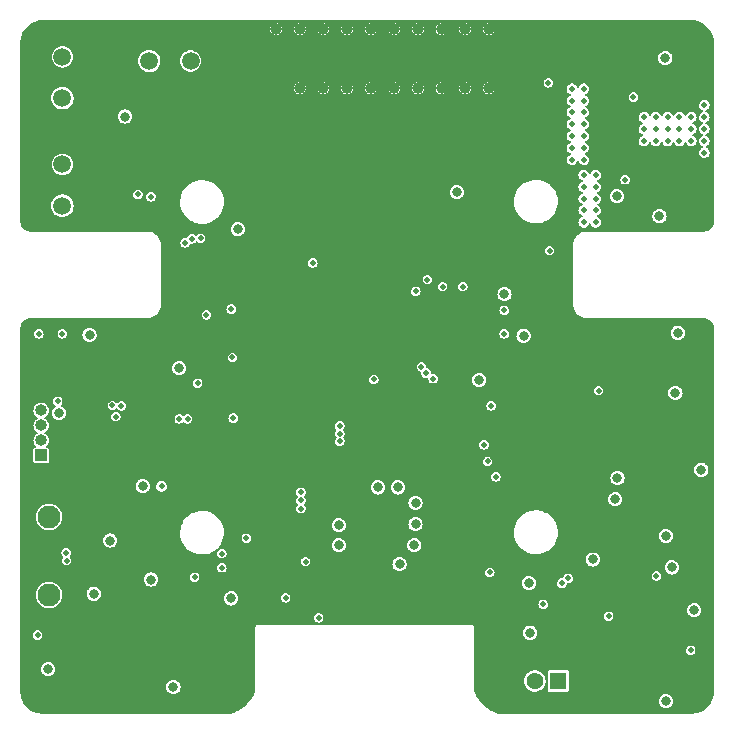
<source format=gbr>
%TF.GenerationSoftware,KiCad,Pcbnew,(6.0.0)*%
%TF.CreationDate,2022-06-10T16:52:28+01:00*%
%TF.ProjectId,flora,666c6f72-612e-46b6-9963-61645f706362,B*%
%TF.SameCoordinates,Original*%
%TF.FileFunction,Copper,L3,Inr*%
%TF.FilePolarity,Positive*%
%FSLAX46Y46*%
G04 Gerber Fmt 4.6, Leading zero omitted, Abs format (unit mm)*
G04 Created by KiCad (PCBNEW (6.0.0)) date 2022-06-10 16:52:28*
%MOMM*%
%LPD*%
G01*
G04 APERTURE LIST*
%TA.AperFunction,ComponentPad*%
%ADD10C,1.950000*%
%TD*%
%TA.AperFunction,ComponentPad*%
%ADD11C,1.500000*%
%TD*%
%TA.AperFunction,ComponentPad*%
%ADD12R,1.425000X1.425000*%
%TD*%
%TA.AperFunction,ComponentPad*%
%ADD13C,1.425000*%
%TD*%
%TA.AperFunction,ComponentPad*%
%ADD14R,1.000000X1.000000*%
%TD*%
%TA.AperFunction,ComponentPad*%
%ADD15O,1.000000X1.000000*%
%TD*%
%TA.AperFunction,ComponentPad*%
%ADD16C,1.000000*%
%TD*%
%TA.AperFunction,ViaPad*%
%ADD17C,0.500000*%
%TD*%
%TA.AperFunction,ViaPad*%
%ADD18C,0.800000*%
%TD*%
%TA.AperFunction,ViaPad*%
%ADD19C,0.600000*%
%TD*%
G04 APERTURE END LIST*
D10*
%TO.N,unconnected-(J4-PadMH1)*%
%TO.C,J4*%
X177025000Y-148550000D03*
%TO.N,unconnected-(J4-PadMH2)*%
X177025000Y-155150000D03*
%TD*%
D11*
%TO.N,GPIO13*%
%TO.C,J3*%
X189000000Y-109950000D03*
%TO.N,GND*%
X185500000Y-109950000D03*
%TD*%
D12*
%TO.N,GND*%
%TO.C,J5*%
X220150000Y-162450000D03*
D13*
%TO.N,+VSW*%
X218150000Y-162450000D03*
%TD*%
D14*
%TO.N,/Microcontroller/DTR*%
%TO.C,J6*%
X176350000Y-143350000D03*
D15*
%TO.N,/Microcontroller/U0TXD*%
X176350000Y-142080000D03*
%TO.N,/Microcontroller/U0RXD*%
X176350000Y-140810000D03*
%TO.N,/Microcontroller/RTS*%
X176350000Y-139540000D03*
%TD*%
D16*
%TO.N,*%
%TO.C,AE1*%
X208250000Y-112250000D03*
X214250000Y-107250000D03*
X208250000Y-107250000D03*
X204250000Y-112250000D03*
X196250000Y-107250000D03*
X204250000Y-107250000D03*
X206250000Y-107250000D03*
X198250000Y-107250000D03*
X200250000Y-107250000D03*
X210250000Y-112250000D03*
X202250000Y-112250000D03*
X206250000Y-112250000D03*
X202250000Y-107250000D03*
X212250000Y-107250000D03*
X210250000Y-107250000D03*
X200250000Y-112250000D03*
X198250000Y-112250000D03*
X212250000Y-112250000D03*
X214250000Y-112250000D03*
%TD*%
D11*
%TO.N,GPIO14*%
%TO.C,J1*%
X178150000Y-118700000D03*
%TO.N,GND*%
X178150000Y-122200000D03*
%TD*%
%TO.N,GPIO12*%
%TO.C,J2*%
X178150000Y-109600000D03*
%TO.N,GND*%
X178150000Y-113100000D03*
%TD*%
D17*
%TO.N,EN*%
X198735523Y-152335523D03*
X183152684Y-139147316D03*
X176050000Y-158550000D03*
X189600000Y-137220000D03*
%TO.N,GPIO0*%
X192620000Y-140180000D03*
X189350000Y-153650000D03*
D18*
%TO.N,VBUS*%
X184950000Y-145950000D03*
X182200000Y-150550000D03*
D17*
%TO.N,GPIO25*%
X214850000Y-145150000D03*
X192450000Y-130950000D03*
%TO.N,GPIO26*%
X190350000Y-131450000D03*
X214150000Y-143850000D03*
%TO.N,GPIO27*%
X192550000Y-135050000D03*
X213850000Y-142450000D03*
%TO.N,GPIO14*%
X199350000Y-127050000D03*
X214450000Y-139150000D03*
X201650000Y-142149006D03*
X188550000Y-125350000D03*
%TO.N,GPIO12*%
X189106944Y-125015834D03*
X201650000Y-141499503D03*
%TO.N,GPIO13*%
X189850000Y-124950000D03*
X201650000Y-140850000D03*
%TO.N,GPIO16*%
X185650000Y-121450000D03*
X188750000Y-140250000D03*
%TO.N,GPIO17*%
X188050000Y-140250000D03*
X184550000Y-121250000D03*
%TO.N,GPIO5*%
X198350000Y-146450000D03*
X208550000Y-135850000D03*
%TO.N,GPIO18*%
X208939702Y-136369602D03*
X198350000Y-147150000D03*
X212050000Y-129050000D03*
X210350000Y-129050000D03*
%TO.N,GPIO21*%
X193724500Y-150350000D03*
X218850000Y-155950000D03*
%TO.N,/Microcontroller/U0RXD*%
X178150000Y-133050000D03*
X191650000Y-151650000D03*
%TO.N,/Microcontroller/U0TXD*%
X191650000Y-152850000D03*
X176150000Y-133050000D03*
%TO.N,GPIO22*%
X199850000Y-157099011D03*
X224400000Y-156950000D03*
%TO.N,Net-(C10-Pad2)*%
X226500000Y-113000000D03*
X225800000Y-120000000D03*
%TO.N,D-*%
X178471551Y-151572048D03*
%TO.N,D+*%
X178500000Y-152250000D03*
D18*
%TO.N,VDD*%
X229750000Y-152824500D03*
X223050000Y-152150000D03*
X229250000Y-150150000D03*
X185650000Y-153850000D03*
X228700000Y-123100000D03*
X225150000Y-145250000D03*
D19*
%TO.N,+3V3*%
X231950000Y-136250000D03*
X183450000Y-117050000D03*
X178650000Y-138089500D03*
X193700000Y-125100000D03*
X188050000Y-134990000D03*
X186550000Y-121450000D03*
X183550000Y-121250000D03*
X184050000Y-132019502D03*
X217750000Y-155350000D03*
X178550000Y-144850000D03*
D17*
%TO.N,Net-(BT1-Pad2)*%
X214350000Y-153250000D03*
%TO.N,Net-(JP5-Pad1)*%
X215550000Y-131050000D03*
X220961323Y-153749500D03*
%TO.N,Net-(D2-Pad1)*%
X231350000Y-159850000D03*
X228450000Y-153550000D03*
%TO.N,Net-(C14-Pad1)*%
X219400000Y-126000000D03*
X219300000Y-111800000D03*
%TO.N,Net-(JP4-Pad1)*%
X220450000Y-154150000D03*
X215550000Y-133050000D03*
%TO.N,Net-(IC7-Pad2)*%
X223550000Y-137850000D03*
%TO.N,/Microcontroller/RTS*%
X182385523Y-139114477D03*
X177750000Y-138750000D03*
%TO.N,/Microcontroller/DTR*%
X182678184Y-140050000D03*
D18*
%TO.N,GND*%
X193000000Y-124200000D03*
D17*
X222300000Y-118300000D03*
D18*
X183450000Y-114650000D03*
X230250000Y-132950000D03*
D17*
X222300000Y-119600000D03*
D18*
X215581672Y-129697778D03*
D17*
X221300000Y-116300000D03*
X232500000Y-116700000D03*
X223300000Y-121600000D03*
X223300000Y-120600000D03*
D18*
X232250000Y-144550000D03*
X187550000Y-162950000D03*
D17*
X223300000Y-122600000D03*
X231400000Y-114700000D03*
D18*
X230050000Y-138062500D03*
D17*
X232500000Y-115700000D03*
X222300000Y-121600000D03*
X222300000Y-117300000D03*
D18*
X180450000Y-133150000D03*
X180800000Y-155050000D03*
D17*
X222300000Y-120600000D03*
X222300000Y-113300000D03*
D18*
X225100000Y-121400000D03*
D17*
X227400000Y-114700000D03*
D18*
X207950000Y-150950000D03*
X192450000Y-155450000D03*
D17*
X232500000Y-113700000D03*
X231400000Y-115700000D03*
X231400000Y-116700000D03*
X222300000Y-114300000D03*
X229400000Y-115700000D03*
X232500000Y-114700000D03*
X222300000Y-115300000D03*
X221300000Y-117300000D03*
X221300000Y-112300000D03*
D18*
X217650000Y-154150000D03*
X208050000Y-149150000D03*
D17*
X223300000Y-119600000D03*
X228400000Y-115700000D03*
X230400000Y-115700000D03*
X221300000Y-113300000D03*
X227400000Y-115700000D03*
X229400000Y-116700000D03*
D18*
X201550000Y-150950000D03*
D17*
X230400000Y-116700000D03*
D18*
X177850000Y-139750000D03*
X231650000Y-156450000D03*
D17*
X229400000Y-114700000D03*
D18*
X217750000Y-158350000D03*
D17*
X222300000Y-123600000D03*
D18*
X217200000Y-133200000D03*
X213450000Y-136950000D03*
D17*
X232500000Y-117700000D03*
D18*
X206698423Y-152550000D03*
X208050000Y-147350000D03*
X204850000Y-146050000D03*
D17*
X230400000Y-114700000D03*
X221300000Y-115300000D03*
X221300000Y-118300000D03*
X222300000Y-112300000D03*
D18*
X188050000Y-135950000D03*
D17*
X227400000Y-116700000D03*
D18*
X201550000Y-149250000D03*
X176950000Y-161450000D03*
D17*
X228400000Y-116700000D03*
X221300000Y-114300000D03*
D18*
X211550000Y-121050000D03*
D17*
X223300000Y-123600000D03*
X222300000Y-122600000D03*
D18*
X229200000Y-109700000D03*
X224950000Y-147050000D03*
D17*
X228400000Y-114700000D03*
D18*
X206550000Y-146050000D03*
D17*
X222300000Y-116300000D03*
D18*
X229250000Y-164150000D03*
D17*
X186550000Y-145950000D03*
%TO.N,GPIO19*%
X209550000Y-136850000D03*
X198350000Y-147850000D03*
%TO.N,GPIO23*%
X197050000Y-155400011D03*
X204514477Y-136914477D03*
X209050000Y-128450000D03*
X208075500Y-129450000D03*
%TD*%
%TA.AperFunction,Conductor*%
%TO.N,+3V3*%
G36*
X231439666Y-106502522D02*
G01*
X231450000Y-106505291D01*
X231459410Y-106502770D01*
X231468608Y-106502770D01*
X231478056Y-106501839D01*
X231686639Y-106515510D01*
X231696235Y-106516774D01*
X231924061Y-106562091D01*
X231933400Y-106564593D01*
X232153376Y-106639265D01*
X232162307Y-106642964D01*
X232370655Y-106745710D01*
X232379033Y-106750548D01*
X232443829Y-106793843D01*
X232562218Y-106872947D01*
X232572176Y-106879601D01*
X232579853Y-106885492D01*
X232754506Y-107038658D01*
X232761342Y-107045494D01*
X232914506Y-107220144D01*
X232920399Y-107227824D01*
X233049452Y-107420967D01*
X233054290Y-107429345D01*
X233157036Y-107637693D01*
X233160735Y-107646624D01*
X233196431Y-107751780D01*
X233235405Y-107866594D01*
X233237910Y-107875944D01*
X233283226Y-108103765D01*
X233284490Y-108113362D01*
X233298161Y-108321943D01*
X233297230Y-108331392D01*
X233297230Y-108340590D01*
X233294709Y-108350000D01*
X233297231Y-108359411D01*
X233297478Y-108360334D01*
X233300000Y-108379487D01*
X233300000Y-123520513D01*
X233297478Y-123539666D01*
X233294709Y-123550000D01*
X233297231Y-123559412D01*
X233297231Y-123569153D01*
X233296547Y-123569153D01*
X233297258Y-123577837D01*
X233284382Y-123708573D01*
X233281552Y-123722801D01*
X233237413Y-123868307D01*
X233231861Y-123881709D01*
X233160184Y-124015807D01*
X233152125Y-124027869D01*
X233055665Y-124145407D01*
X233045407Y-124155665D01*
X232927869Y-124252125D01*
X232915807Y-124260184D01*
X232781709Y-124331861D01*
X232768307Y-124337413D01*
X232622801Y-124381552D01*
X232608573Y-124384382D01*
X232477837Y-124397258D01*
X232469153Y-124396547D01*
X232469153Y-124397231D01*
X232459412Y-124397231D01*
X232450000Y-124394709D01*
X232440588Y-124397231D01*
X232439666Y-124397478D01*
X232420513Y-124400000D01*
X222579487Y-124400000D01*
X222560334Y-124397478D01*
X222559410Y-124397230D01*
X222559408Y-124397230D01*
X222550000Y-124394709D01*
X222545024Y-124396042D01*
X222349542Y-124413145D01*
X222346432Y-124413978D01*
X222346428Y-124413979D01*
X222201502Y-124452812D01*
X222155174Y-124465225D01*
X221972803Y-124550266D01*
X221970156Y-124552119D01*
X221970155Y-124552120D01*
X221953986Y-124563442D01*
X221807970Y-124665683D01*
X221665683Y-124807970D01*
X221663829Y-124810618D01*
X221663828Y-124810619D01*
X221556182Y-124964354D01*
X221550266Y-124972803D01*
X221465225Y-125155174D01*
X221464391Y-125158287D01*
X221414564Y-125344248D01*
X221413145Y-125349542D01*
X221396042Y-125545024D01*
X221394709Y-125550000D01*
X221397230Y-125559408D01*
X221397230Y-125559410D01*
X221397478Y-125560334D01*
X221400000Y-125579487D01*
X221400000Y-130520513D01*
X221397478Y-130539666D01*
X221394709Y-130550000D01*
X221396042Y-130554976D01*
X221413145Y-130750458D01*
X221413978Y-130753568D01*
X221413979Y-130753572D01*
X221429543Y-130811658D01*
X221465225Y-130944826D01*
X221550266Y-131127197D01*
X221552119Y-131129844D01*
X221552120Y-131129845D01*
X221663101Y-131288342D01*
X221665683Y-131292030D01*
X221807970Y-131434317D01*
X221810618Y-131436171D01*
X221810619Y-131436172D01*
X221836910Y-131454581D01*
X221972803Y-131549734D01*
X222155174Y-131634775D01*
X222158288Y-131635609D01*
X222158287Y-131635609D01*
X222346428Y-131686021D01*
X222346432Y-131686022D01*
X222349542Y-131686855D01*
X222485328Y-131698735D01*
X222533856Y-131702981D01*
X222533857Y-131702981D01*
X222545024Y-131703958D01*
X222550000Y-131705291D01*
X222559408Y-131702770D01*
X222559410Y-131702770D01*
X222560334Y-131702522D01*
X222579487Y-131700000D01*
X232420513Y-131700000D01*
X232439666Y-131702522D01*
X232450000Y-131705291D01*
X232459412Y-131702769D01*
X232469153Y-131702769D01*
X232469153Y-131703453D01*
X232477837Y-131702742D01*
X232608573Y-131715618D01*
X232622801Y-131718448D01*
X232768307Y-131762587D01*
X232781709Y-131768139D01*
X232915807Y-131839816D01*
X232927869Y-131847875D01*
X233045407Y-131944335D01*
X233055665Y-131954593D01*
X233152125Y-132072131D01*
X233160184Y-132084193D01*
X233231861Y-132218291D01*
X233237413Y-132231693D01*
X233281552Y-132377199D01*
X233284382Y-132391427D01*
X233297258Y-132522163D01*
X233296547Y-132530847D01*
X233297231Y-132530847D01*
X233297231Y-132540588D01*
X233294709Y-132550000D01*
X233297231Y-132559412D01*
X233297478Y-132560334D01*
X233300000Y-132579487D01*
X233300000Y-163320513D01*
X233297478Y-163339666D01*
X233294709Y-163350000D01*
X233297230Y-163359410D01*
X233297230Y-163368608D01*
X233298161Y-163378056D01*
X233284490Y-163586638D01*
X233283226Y-163596235D01*
X233237910Y-163824056D01*
X233235407Y-163833400D01*
X233212973Y-163899488D01*
X233160736Y-164053373D01*
X233157036Y-164062307D01*
X233102171Y-164173562D01*
X233054292Y-164270651D01*
X233049452Y-164279033D01*
X232920399Y-164472176D01*
X232914508Y-164479853D01*
X232761342Y-164654506D01*
X232754506Y-164661342D01*
X232646932Y-164755682D01*
X232579856Y-164814506D01*
X232572178Y-164820397D01*
X232539578Y-164842180D01*
X232379033Y-164949452D01*
X232370655Y-164954290D01*
X232162307Y-165057036D01*
X232153376Y-165060735D01*
X231933400Y-165135407D01*
X231924061Y-165137909D01*
X231696235Y-165183226D01*
X231686639Y-165184490D01*
X231478056Y-165198161D01*
X231468608Y-165197230D01*
X231459410Y-165197230D01*
X231450000Y-165194709D01*
X231439742Y-165197458D01*
X231439666Y-165197478D01*
X231420513Y-165200000D01*
X215106858Y-165200000D01*
X215086372Y-165197108D01*
X214863156Y-165132800D01*
X214855324Y-165130059D01*
X214552191Y-165004498D01*
X214544714Y-165000898D01*
X214447198Y-164947003D01*
X214257536Y-164842180D01*
X214250510Y-164837765D01*
X214133934Y-164755049D01*
X213982925Y-164647902D01*
X213976438Y-164642729D01*
X213731779Y-164424088D01*
X213725912Y-164418221D01*
X213507271Y-164173562D01*
X213502097Y-164167074D01*
X213489982Y-164150000D01*
X228644318Y-164150000D01*
X228664956Y-164306762D01*
X228725464Y-164452841D01*
X228728414Y-164456685D01*
X228728416Y-164456689D01*
X228746193Y-164479856D01*
X228821718Y-164578282D01*
X228825569Y-164581237D01*
X228943311Y-164671584D01*
X228943315Y-164671586D01*
X228947159Y-164674536D01*
X229093238Y-164735044D01*
X229098040Y-164735676D01*
X229098043Y-164735677D01*
X229245192Y-164755049D01*
X229250000Y-164755682D01*
X229254808Y-164755049D01*
X229401957Y-164735677D01*
X229401960Y-164735676D01*
X229406762Y-164735044D01*
X229552841Y-164674536D01*
X229556685Y-164671586D01*
X229556689Y-164671584D01*
X229674431Y-164581237D01*
X229678282Y-164578282D01*
X229753807Y-164479856D01*
X229771584Y-164456689D01*
X229771586Y-164456685D01*
X229774536Y-164452841D01*
X229835044Y-164306762D01*
X229855682Y-164150000D01*
X229844138Y-164062316D01*
X229835677Y-163998043D01*
X229835676Y-163998040D01*
X229835044Y-163993238D01*
X229774536Y-163847159D01*
X229771586Y-163843315D01*
X229771584Y-163843311D01*
X229681237Y-163725569D01*
X229678282Y-163721718D01*
X229674431Y-163718763D01*
X229556689Y-163628416D01*
X229556685Y-163628414D01*
X229552841Y-163625464D01*
X229406762Y-163564956D01*
X229401960Y-163564324D01*
X229401957Y-163564323D01*
X229254808Y-163544951D01*
X229250000Y-163544318D01*
X229245192Y-163544951D01*
X229098043Y-163564323D01*
X229098040Y-163564324D01*
X229093238Y-163564956D01*
X228947159Y-163625464D01*
X228943315Y-163628414D01*
X228943311Y-163628416D01*
X228825569Y-163718763D01*
X228821718Y-163721718D01*
X228818763Y-163725569D01*
X228728416Y-163843311D01*
X228728414Y-163843315D01*
X228725464Y-163847159D01*
X228664956Y-163993238D01*
X228664324Y-163998040D01*
X228664323Y-163998043D01*
X228655862Y-164062316D01*
X228644318Y-164150000D01*
X213489982Y-164150000D01*
X213427767Y-164062316D01*
X213312234Y-163899488D01*
X213307819Y-163892463D01*
X213211819Y-163718763D01*
X213149102Y-163605286D01*
X213145502Y-163597809D01*
X213019941Y-163294676D01*
X213017200Y-163286844D01*
X213002892Y-163237181D01*
X213000000Y-163216695D01*
X213000000Y-162450000D01*
X217231971Y-162450000D01*
X217232376Y-162453853D01*
X217239914Y-162525569D01*
X217252032Y-162640869D01*
X217311339Y-162823396D01*
X217407299Y-162989604D01*
X217535719Y-163132229D01*
X217538851Y-163134505D01*
X217538856Y-163134509D01*
X217687841Y-163242752D01*
X217690985Y-163245036D01*
X217866313Y-163323097D01*
X218054040Y-163363000D01*
X218245960Y-163363000D01*
X218433687Y-163323097D01*
X218609015Y-163245036D01*
X218612159Y-163242752D01*
X218695436Y-163182248D01*
X219237000Y-163182248D01*
X219248633Y-163240731D01*
X219292948Y-163307052D01*
X219299009Y-163311102D01*
X219341758Y-163339666D01*
X219359269Y-163351367D01*
X219403795Y-163360224D01*
X219414182Y-163362290D01*
X219414183Y-163362290D01*
X219417752Y-163363000D01*
X220882248Y-163363000D01*
X220885817Y-163362290D01*
X220885818Y-163362290D01*
X220896205Y-163360224D01*
X220940731Y-163351367D01*
X220958243Y-163339666D01*
X221000991Y-163311102D01*
X221007052Y-163307052D01*
X221051367Y-163240731D01*
X221063000Y-163182248D01*
X221063000Y-161717752D01*
X221051367Y-161659269D01*
X221007052Y-161592948D01*
X221000991Y-161588898D01*
X220946794Y-161552684D01*
X220946793Y-161552684D01*
X220940731Y-161548633D01*
X220896205Y-161539776D01*
X220885818Y-161537710D01*
X220885817Y-161537710D01*
X220882248Y-161537000D01*
X219417752Y-161537000D01*
X219414183Y-161537710D01*
X219414182Y-161537710D01*
X219403795Y-161539776D01*
X219359269Y-161548633D01*
X219353207Y-161552684D01*
X219353206Y-161552684D01*
X219299009Y-161588898D01*
X219292948Y-161592948D01*
X219248633Y-161659269D01*
X219237000Y-161717752D01*
X219237000Y-163182248D01*
X218695436Y-163182248D01*
X218761144Y-163134509D01*
X218761149Y-163134505D01*
X218764281Y-163132229D01*
X218892701Y-162989604D01*
X218988661Y-162823396D01*
X219047968Y-162640869D01*
X219060087Y-162525569D01*
X219067624Y-162453853D01*
X219068029Y-162450000D01*
X219056988Y-162344951D01*
X219048373Y-162262982D01*
X219048373Y-162262980D01*
X219047968Y-162259131D01*
X218988661Y-162076604D01*
X218892701Y-161910396D01*
X218863786Y-161878282D01*
X218766874Y-161770651D01*
X218764281Y-161767771D01*
X218761149Y-161765495D01*
X218761144Y-161765491D01*
X218612159Y-161657248D01*
X218612157Y-161657247D01*
X218609015Y-161654964D01*
X218433687Y-161576903D01*
X218245960Y-161537000D01*
X218054040Y-161537000D01*
X217919199Y-161565662D01*
X217870109Y-161576096D01*
X217870108Y-161576096D01*
X217866313Y-161576903D01*
X217862768Y-161578481D01*
X217862766Y-161578482D01*
X217816662Y-161599009D01*
X217690986Y-161654964D01*
X217687850Y-161657242D01*
X217687849Y-161657243D01*
X217675218Y-161666420D01*
X217535719Y-161767771D01*
X217533126Y-161770651D01*
X217436215Y-161878282D01*
X217407299Y-161910396D01*
X217311339Y-162076604D01*
X217252032Y-162259131D01*
X217251627Y-162262980D01*
X217251627Y-162262982D01*
X217243012Y-162344951D01*
X217231971Y-162450000D01*
X213000000Y-162450000D01*
X213000000Y-159850000D01*
X230944508Y-159850000D01*
X230945419Y-159855752D01*
X230963442Y-159969549D01*
X230963443Y-159969552D01*
X230964354Y-159975304D01*
X230966999Y-159980495D01*
X230967000Y-159980498D01*
X231019304Y-160083150D01*
X231019306Y-160083152D01*
X231021950Y-160088342D01*
X231111658Y-160178050D01*
X231116848Y-160180694D01*
X231116850Y-160180696D01*
X231219502Y-160233000D01*
X231219505Y-160233001D01*
X231224696Y-160235646D01*
X231230448Y-160236557D01*
X231230451Y-160236558D01*
X231344248Y-160254581D01*
X231350000Y-160255492D01*
X231355752Y-160254581D01*
X231469549Y-160236558D01*
X231469552Y-160236557D01*
X231475304Y-160235646D01*
X231480495Y-160233001D01*
X231480498Y-160233000D01*
X231583150Y-160180696D01*
X231583152Y-160180694D01*
X231588342Y-160178050D01*
X231678050Y-160088342D01*
X231680694Y-160083152D01*
X231680696Y-160083150D01*
X231733000Y-159980498D01*
X231733001Y-159980495D01*
X231735646Y-159975304D01*
X231736557Y-159969552D01*
X231736558Y-159969549D01*
X231754581Y-159855752D01*
X231755492Y-159850000D01*
X231754581Y-159844248D01*
X231736558Y-159730451D01*
X231736557Y-159730448D01*
X231735646Y-159724696D01*
X231733000Y-159719502D01*
X231680696Y-159616850D01*
X231680694Y-159616848D01*
X231678050Y-159611658D01*
X231588342Y-159521950D01*
X231583152Y-159519306D01*
X231583150Y-159519304D01*
X231480498Y-159467000D01*
X231480495Y-159466999D01*
X231475304Y-159464354D01*
X231469552Y-159463443D01*
X231469549Y-159463442D01*
X231355752Y-159445419D01*
X231350000Y-159444508D01*
X231344248Y-159445419D01*
X231230451Y-159463442D01*
X231230448Y-159463443D01*
X231224696Y-159464354D01*
X231219505Y-159466999D01*
X231219502Y-159467000D01*
X231116850Y-159519304D01*
X231116848Y-159519306D01*
X231111658Y-159521950D01*
X231021950Y-159611658D01*
X231019306Y-159616848D01*
X231019304Y-159616850D01*
X230967000Y-159719502D01*
X230964354Y-159724696D01*
X230963443Y-159730448D01*
X230963442Y-159730451D01*
X230945419Y-159844248D01*
X230944508Y-159850000D01*
X213000000Y-159850000D01*
X213000000Y-158350000D01*
X217144318Y-158350000D01*
X217144951Y-158354808D01*
X217154910Y-158430451D01*
X217164956Y-158506762D01*
X217225464Y-158652841D01*
X217228414Y-158656685D01*
X217228416Y-158656689D01*
X217283657Y-158728680D01*
X217321718Y-158778282D01*
X217325569Y-158781237D01*
X217443311Y-158871584D01*
X217443315Y-158871586D01*
X217447159Y-158874536D01*
X217593238Y-158935044D01*
X217598040Y-158935676D01*
X217598043Y-158935677D01*
X217745192Y-158955049D01*
X217750000Y-158955682D01*
X217754808Y-158955049D01*
X217901957Y-158935677D01*
X217901960Y-158935676D01*
X217906762Y-158935044D01*
X218052841Y-158874536D01*
X218056685Y-158871586D01*
X218056689Y-158871584D01*
X218174431Y-158781237D01*
X218178282Y-158778282D01*
X218216343Y-158728680D01*
X218271584Y-158656689D01*
X218271586Y-158656685D01*
X218274536Y-158652841D01*
X218335044Y-158506762D01*
X218345091Y-158430451D01*
X218355049Y-158354808D01*
X218355682Y-158350000D01*
X218350092Y-158307539D01*
X218335677Y-158198043D01*
X218335676Y-158198040D01*
X218335044Y-158193238D01*
X218274536Y-158047159D01*
X218271586Y-158043315D01*
X218271584Y-158043311D01*
X218181237Y-157925569D01*
X218178282Y-157921718D01*
X218174431Y-157918763D01*
X218056689Y-157828416D01*
X218056685Y-157828414D01*
X218052841Y-157825464D01*
X217906762Y-157764956D01*
X217901960Y-157764324D01*
X217901957Y-157764323D01*
X217754808Y-157744951D01*
X217750000Y-157744318D01*
X217745192Y-157744951D01*
X217598043Y-157764323D01*
X217598040Y-157764324D01*
X217593238Y-157764956D01*
X217447159Y-157825464D01*
X217443315Y-157828414D01*
X217443311Y-157828416D01*
X217325569Y-157918763D01*
X217321718Y-157921718D01*
X217318763Y-157925569D01*
X217228416Y-158043311D01*
X217228414Y-158043315D01*
X217225464Y-158047159D01*
X217164956Y-158193238D01*
X217164324Y-158198040D01*
X217164323Y-158198043D01*
X217149908Y-158307539D01*
X217144318Y-158350000D01*
X213000000Y-158350000D01*
X213000000Y-157879487D01*
X213002522Y-157860334D01*
X213002769Y-157859412D01*
X213002769Y-157859411D01*
X213005291Y-157850000D01*
X212984486Y-157772355D01*
X212956449Y-157744318D01*
X212927646Y-157715514D01*
X212918234Y-157712992D01*
X212859410Y-157697230D01*
X212859409Y-157697230D01*
X212850000Y-157694709D01*
X212839742Y-157697458D01*
X212839666Y-157697478D01*
X212820513Y-157700000D01*
X194679487Y-157700000D01*
X194660334Y-157697478D01*
X194659412Y-157697231D01*
X194650000Y-157694709D01*
X194630254Y-157700000D01*
X194572355Y-157715514D01*
X194515514Y-157772354D01*
X194494709Y-157850000D01*
X194497231Y-157859411D01*
X194497478Y-157860334D01*
X194500000Y-157879487D01*
X194500000Y-163216695D01*
X194497108Y-163237181D01*
X194482800Y-163286844D01*
X194480059Y-163294676D01*
X194354498Y-163597809D01*
X194350898Y-163605286D01*
X194288182Y-163718763D01*
X194192181Y-163892463D01*
X194187766Y-163899488D01*
X194072233Y-164062316D01*
X193997903Y-164167074D01*
X193992729Y-164173562D01*
X193774088Y-164418221D01*
X193768221Y-164424088D01*
X193523562Y-164642729D01*
X193517075Y-164647902D01*
X193366067Y-164755049D01*
X193249490Y-164837765D01*
X193242464Y-164842180D01*
X193052802Y-164947003D01*
X192955286Y-165000898D01*
X192947809Y-165004498D01*
X192644676Y-165130059D01*
X192636844Y-165132800D01*
X192413628Y-165197108D01*
X192393142Y-165200000D01*
X176479487Y-165200000D01*
X176460334Y-165197478D01*
X176460258Y-165197458D01*
X176450000Y-165194709D01*
X176440590Y-165197230D01*
X176431392Y-165197230D01*
X176421944Y-165198161D01*
X176213361Y-165184490D01*
X176203765Y-165183226D01*
X175975939Y-165137909D01*
X175966600Y-165135407D01*
X175746624Y-165060735D01*
X175737693Y-165057036D01*
X175529345Y-164954290D01*
X175520967Y-164949452D01*
X175360422Y-164842180D01*
X175327822Y-164820397D01*
X175320144Y-164814506D01*
X175253068Y-164755682D01*
X175145494Y-164661342D01*
X175138658Y-164654506D01*
X174985492Y-164479853D01*
X174979601Y-164472176D01*
X174850548Y-164279033D01*
X174845708Y-164270651D01*
X174797829Y-164173562D01*
X174742964Y-164062307D01*
X174739264Y-164053373D01*
X174687027Y-163899488D01*
X174664593Y-163833400D01*
X174662090Y-163824056D01*
X174616774Y-163596235D01*
X174615510Y-163586638D01*
X174601839Y-163378056D01*
X174602770Y-163368608D01*
X174602770Y-163359410D01*
X174605291Y-163350000D01*
X174602522Y-163339666D01*
X174600000Y-163320513D01*
X174600000Y-162950000D01*
X186944318Y-162950000D01*
X186964956Y-163106762D01*
X187025464Y-163252841D01*
X187028414Y-163256685D01*
X187028416Y-163256689D01*
X187109447Y-163362290D01*
X187121718Y-163378282D01*
X187125569Y-163381237D01*
X187243311Y-163471584D01*
X187243315Y-163471586D01*
X187247159Y-163474536D01*
X187393238Y-163535044D01*
X187398040Y-163535676D01*
X187398043Y-163535677D01*
X187545192Y-163555049D01*
X187550000Y-163555682D01*
X187554808Y-163555049D01*
X187701957Y-163535677D01*
X187701960Y-163535676D01*
X187706762Y-163535044D01*
X187852841Y-163474536D01*
X187856685Y-163471586D01*
X187856689Y-163471584D01*
X187974431Y-163381237D01*
X187978282Y-163378282D01*
X187990553Y-163362290D01*
X188071584Y-163256689D01*
X188071586Y-163256685D01*
X188074536Y-163252841D01*
X188135044Y-163106762D01*
X188155682Y-162950000D01*
X188154235Y-162939005D01*
X188135677Y-162798043D01*
X188135676Y-162798040D01*
X188135044Y-162793238D01*
X188074536Y-162647159D01*
X188071586Y-162643315D01*
X188071584Y-162643311D01*
X187981237Y-162525569D01*
X187978282Y-162521718D01*
X187974431Y-162518763D01*
X187856689Y-162428416D01*
X187856685Y-162428414D01*
X187852841Y-162425464D01*
X187706762Y-162364956D01*
X187701960Y-162364324D01*
X187701957Y-162364323D01*
X187554808Y-162344951D01*
X187550000Y-162344318D01*
X187545192Y-162344951D01*
X187398043Y-162364323D01*
X187398040Y-162364324D01*
X187393238Y-162364956D01*
X187247159Y-162425464D01*
X187243315Y-162428414D01*
X187243311Y-162428416D01*
X187125569Y-162518763D01*
X187121718Y-162521718D01*
X187118763Y-162525569D01*
X187028416Y-162643311D01*
X187028414Y-162643315D01*
X187025464Y-162647159D01*
X186964956Y-162793238D01*
X186964324Y-162798040D01*
X186964323Y-162798043D01*
X186945765Y-162939005D01*
X186944318Y-162950000D01*
X174600000Y-162950000D01*
X174600000Y-161450000D01*
X176344318Y-161450000D01*
X176344951Y-161454808D01*
X176360919Y-161576096D01*
X176364956Y-161606762D01*
X176425464Y-161752841D01*
X176428414Y-161756685D01*
X176428416Y-161756689D01*
X176518763Y-161874431D01*
X176521718Y-161878282D01*
X176525569Y-161881237D01*
X176643311Y-161971584D01*
X176643315Y-161971586D01*
X176647159Y-161974536D01*
X176793238Y-162035044D01*
X176798040Y-162035676D01*
X176798043Y-162035677D01*
X176945192Y-162055049D01*
X176950000Y-162055682D01*
X176954808Y-162055049D01*
X177101957Y-162035677D01*
X177101960Y-162035676D01*
X177106762Y-162035044D01*
X177252841Y-161974536D01*
X177256685Y-161971586D01*
X177256689Y-161971584D01*
X177374431Y-161881237D01*
X177378282Y-161878282D01*
X177381237Y-161874431D01*
X177471584Y-161756689D01*
X177471586Y-161756685D01*
X177474536Y-161752841D01*
X177535044Y-161606762D01*
X177539082Y-161576096D01*
X177555049Y-161454808D01*
X177555682Y-161450000D01*
X177535044Y-161293238D01*
X177474536Y-161147159D01*
X177471586Y-161143315D01*
X177471584Y-161143311D01*
X177381237Y-161025569D01*
X177378282Y-161021718D01*
X177374431Y-161018763D01*
X177256689Y-160928416D01*
X177256685Y-160928414D01*
X177252841Y-160925464D01*
X177106762Y-160864956D01*
X177101960Y-160864324D01*
X177101957Y-160864323D01*
X176954808Y-160844951D01*
X176950000Y-160844318D01*
X176945192Y-160844951D01*
X176798043Y-160864323D01*
X176798040Y-160864324D01*
X176793238Y-160864956D01*
X176647159Y-160925464D01*
X176643315Y-160928414D01*
X176643311Y-160928416D01*
X176525569Y-161018763D01*
X176521718Y-161021718D01*
X176518763Y-161025569D01*
X176428416Y-161143311D01*
X176428414Y-161143315D01*
X176425464Y-161147159D01*
X176364956Y-161293238D01*
X176344318Y-161450000D01*
X174600000Y-161450000D01*
X174600000Y-158550000D01*
X175644508Y-158550000D01*
X175645419Y-158555752D01*
X175663442Y-158669549D01*
X175663443Y-158669552D01*
X175664354Y-158675304D01*
X175666999Y-158680495D01*
X175667000Y-158680498D01*
X175719304Y-158783150D01*
X175719306Y-158783152D01*
X175721950Y-158788342D01*
X175811658Y-158878050D01*
X175816848Y-158880694D01*
X175816850Y-158880696D01*
X175919502Y-158933000D01*
X175919505Y-158933001D01*
X175924696Y-158935646D01*
X175930448Y-158936557D01*
X175930451Y-158936558D01*
X176044248Y-158954581D01*
X176050000Y-158955492D01*
X176055752Y-158954581D01*
X176169549Y-158936558D01*
X176169552Y-158936557D01*
X176175304Y-158935646D01*
X176180495Y-158933001D01*
X176180498Y-158933000D01*
X176283150Y-158880696D01*
X176283152Y-158880694D01*
X176288342Y-158878050D01*
X176378050Y-158788342D01*
X176380694Y-158783152D01*
X176380696Y-158783150D01*
X176433000Y-158680498D01*
X176433001Y-158680495D01*
X176435646Y-158675304D01*
X176436557Y-158669552D01*
X176436558Y-158669549D01*
X176454581Y-158555752D01*
X176455492Y-158550000D01*
X176448505Y-158505887D01*
X176436558Y-158430451D01*
X176436557Y-158430448D01*
X176435646Y-158424696D01*
X176433000Y-158419502D01*
X176380696Y-158316850D01*
X176380694Y-158316848D01*
X176378050Y-158311658D01*
X176288342Y-158221950D01*
X176283152Y-158219306D01*
X176283150Y-158219304D01*
X176180498Y-158167000D01*
X176180495Y-158166999D01*
X176175304Y-158164354D01*
X176169552Y-158163443D01*
X176169549Y-158163442D01*
X176055752Y-158145419D01*
X176050000Y-158144508D01*
X176044248Y-158145419D01*
X175930451Y-158163442D01*
X175930448Y-158163443D01*
X175924696Y-158164354D01*
X175919505Y-158166999D01*
X175919502Y-158167000D01*
X175816850Y-158219304D01*
X175816848Y-158219306D01*
X175811658Y-158221950D01*
X175721950Y-158311658D01*
X175719306Y-158316848D01*
X175719304Y-158316850D01*
X175667000Y-158419502D01*
X175664354Y-158424696D01*
X175663443Y-158430448D01*
X175663442Y-158430451D01*
X175651495Y-158505887D01*
X175644508Y-158550000D01*
X174600000Y-158550000D01*
X174600000Y-157099011D01*
X199444508Y-157099011D01*
X199445419Y-157104763D01*
X199463442Y-157218560D01*
X199463443Y-157218563D01*
X199464354Y-157224315D01*
X199466999Y-157229506D01*
X199467000Y-157229509D01*
X199519304Y-157332161D01*
X199519306Y-157332163D01*
X199521950Y-157337353D01*
X199611658Y-157427061D01*
X199616848Y-157429705D01*
X199616850Y-157429707D01*
X199719502Y-157482011D01*
X199719505Y-157482012D01*
X199724696Y-157484657D01*
X199730448Y-157485568D01*
X199730451Y-157485569D01*
X199844248Y-157503592D01*
X199850000Y-157504503D01*
X199855752Y-157503592D01*
X199969549Y-157485569D01*
X199969552Y-157485568D01*
X199975304Y-157484657D01*
X199980495Y-157482012D01*
X199980498Y-157482011D01*
X200083150Y-157429707D01*
X200083152Y-157429705D01*
X200088342Y-157427061D01*
X200178050Y-157337353D01*
X200180694Y-157332163D01*
X200180696Y-157332161D01*
X200233000Y-157229509D01*
X200233001Y-157229506D01*
X200235646Y-157224315D01*
X200236557Y-157218563D01*
X200236558Y-157218560D01*
X200254581Y-157104763D01*
X200255492Y-157099011D01*
X200250826Y-157069549D01*
X200236558Y-156979462D01*
X200236557Y-156979459D01*
X200235646Y-156973707D01*
X200233000Y-156968513D01*
X200223567Y-156950000D01*
X223994508Y-156950000D01*
X223995419Y-156955752D01*
X224013442Y-157069549D01*
X224013443Y-157069552D01*
X224014354Y-157075304D01*
X224016999Y-157080495D01*
X224017000Y-157080498D01*
X224069304Y-157183150D01*
X224069306Y-157183152D01*
X224071950Y-157188342D01*
X224161658Y-157278050D01*
X224166848Y-157280694D01*
X224166850Y-157280696D01*
X224269502Y-157333000D01*
X224269505Y-157333001D01*
X224274696Y-157335646D01*
X224280448Y-157336557D01*
X224280451Y-157336558D01*
X224394248Y-157354581D01*
X224400000Y-157355492D01*
X224405752Y-157354581D01*
X224519549Y-157336558D01*
X224519552Y-157336557D01*
X224525304Y-157335646D01*
X224530495Y-157333001D01*
X224530498Y-157333000D01*
X224633150Y-157280696D01*
X224633152Y-157280694D01*
X224638342Y-157278050D01*
X224728050Y-157188342D01*
X224730694Y-157183152D01*
X224730696Y-157183150D01*
X224783000Y-157080498D01*
X224783001Y-157080495D01*
X224785646Y-157075304D01*
X224786557Y-157069552D01*
X224786558Y-157069549D01*
X224804581Y-156955752D01*
X224805492Y-156950000D01*
X224791344Y-156860669D01*
X224786558Y-156830451D01*
X224786557Y-156830448D01*
X224785646Y-156824696D01*
X224783000Y-156819502D01*
X224730696Y-156716850D01*
X224730694Y-156716848D01*
X224728050Y-156711658D01*
X224638342Y-156621950D01*
X224633152Y-156619306D01*
X224633150Y-156619304D01*
X224530498Y-156567000D01*
X224530495Y-156566999D01*
X224525304Y-156564354D01*
X224519552Y-156563443D01*
X224519549Y-156563442D01*
X224405752Y-156545419D01*
X224400000Y-156544508D01*
X224394248Y-156545419D01*
X224280451Y-156563442D01*
X224280448Y-156563443D01*
X224274696Y-156564354D01*
X224269505Y-156566999D01*
X224269502Y-156567000D01*
X224166850Y-156619304D01*
X224166848Y-156619306D01*
X224161658Y-156621950D01*
X224071950Y-156711658D01*
X224069306Y-156716848D01*
X224069304Y-156716850D01*
X224017000Y-156819502D01*
X224014354Y-156824696D01*
X224013443Y-156830448D01*
X224013442Y-156830451D01*
X224008656Y-156860669D01*
X223994508Y-156950000D01*
X200223567Y-156950000D01*
X200180696Y-156865861D01*
X200180694Y-156865859D01*
X200178050Y-156860669D01*
X200088342Y-156770961D01*
X200083152Y-156768317D01*
X200083150Y-156768315D01*
X199980498Y-156716011D01*
X199980495Y-156716010D01*
X199975304Y-156713365D01*
X199969552Y-156712454D01*
X199969549Y-156712453D01*
X199855752Y-156694430D01*
X199850000Y-156693519D01*
X199844248Y-156694430D01*
X199730451Y-156712453D01*
X199730448Y-156712454D01*
X199724696Y-156713365D01*
X199719505Y-156716010D01*
X199719502Y-156716011D01*
X199616850Y-156768315D01*
X199616848Y-156768317D01*
X199611658Y-156770961D01*
X199521950Y-156860669D01*
X199519306Y-156865859D01*
X199519304Y-156865861D01*
X199467000Y-156968513D01*
X199464354Y-156973707D01*
X199463443Y-156979459D01*
X199463442Y-156979462D01*
X199449174Y-157069549D01*
X199444508Y-157099011D01*
X174600000Y-157099011D01*
X174600000Y-156450000D01*
X231044318Y-156450000D01*
X231064956Y-156606762D01*
X231125464Y-156752841D01*
X231128414Y-156756685D01*
X231128416Y-156756689D01*
X231180600Y-156824696D01*
X231221718Y-156878282D01*
X231225569Y-156881237D01*
X231343311Y-156971584D01*
X231343315Y-156971586D01*
X231347159Y-156974536D01*
X231493238Y-157035044D01*
X231498040Y-157035676D01*
X231498043Y-157035677D01*
X231645192Y-157055049D01*
X231650000Y-157055682D01*
X231654808Y-157055049D01*
X231801957Y-157035677D01*
X231801960Y-157035676D01*
X231806762Y-157035044D01*
X231952841Y-156974536D01*
X231956685Y-156971586D01*
X231956689Y-156971584D01*
X232074431Y-156881237D01*
X232078282Y-156878282D01*
X232119400Y-156824696D01*
X232171584Y-156756689D01*
X232171586Y-156756685D01*
X232174536Y-156752841D01*
X232235044Y-156606762D01*
X232255682Y-156450000D01*
X232235044Y-156293238D01*
X232174536Y-156147159D01*
X232171586Y-156143315D01*
X232171584Y-156143311D01*
X232081237Y-156025569D01*
X232078282Y-156021718D01*
X232012946Y-155971584D01*
X231956689Y-155928416D01*
X231956685Y-155928414D01*
X231952841Y-155925464D01*
X231806762Y-155864956D01*
X231801960Y-155864324D01*
X231801957Y-155864323D01*
X231654808Y-155844951D01*
X231650000Y-155844318D01*
X231645192Y-155844951D01*
X231498043Y-155864323D01*
X231498040Y-155864324D01*
X231493238Y-155864956D01*
X231347159Y-155925464D01*
X231343315Y-155928414D01*
X231343311Y-155928416D01*
X231287054Y-155971584D01*
X231221718Y-156021718D01*
X231218763Y-156025569D01*
X231128416Y-156143311D01*
X231128414Y-156143315D01*
X231125464Y-156147159D01*
X231064956Y-156293238D01*
X231044318Y-156450000D01*
X174600000Y-156450000D01*
X174600000Y-155120412D01*
X175895065Y-155120412D01*
X175908594Y-155326821D01*
X175959512Y-155527309D01*
X175960928Y-155530381D01*
X175960930Y-155530386D01*
X176010703Y-155638353D01*
X176046112Y-155715161D01*
X176048070Y-155717931D01*
X176163537Y-155881314D01*
X176163541Y-155881318D01*
X176165496Y-155884085D01*
X176167921Y-155886447D01*
X176167925Y-155886452D01*
X176211003Y-155928416D01*
X176313665Y-156028425D01*
X176485657Y-156143346D01*
X176488771Y-156144684D01*
X176488773Y-156144685D01*
X176672599Y-156223663D01*
X176675711Y-156225000D01*
X176877463Y-156270652D01*
X176975508Y-156274504D01*
X177080761Y-156278640D01*
X177080765Y-156278640D01*
X177084156Y-156278773D01*
X177288868Y-156249091D01*
X177484743Y-156182601D01*
X177487696Y-156180947D01*
X177487701Y-156180945D01*
X177662260Y-156083186D01*
X177665221Y-156081528D01*
X177667826Y-156079361D01*
X177667831Y-156079358D01*
X177821650Y-155951427D01*
X177824258Y-155949258D01*
X177845590Y-155923609D01*
X177954358Y-155792831D01*
X177954361Y-155792826D01*
X177956528Y-155790221D01*
X178031874Y-155655682D01*
X178055945Y-155612701D01*
X178055947Y-155612696D01*
X178057601Y-155609743D01*
X178124091Y-155413868D01*
X178153773Y-155209156D01*
X178155322Y-155150000D01*
X178154708Y-155143311D01*
X178146134Y-155050000D01*
X180194318Y-155050000D01*
X180194951Y-155054808D01*
X180206603Y-155143311D01*
X180214956Y-155206762D01*
X180275464Y-155352841D01*
X180278414Y-155356685D01*
X180278416Y-155356689D01*
X180353706Y-155454808D01*
X180371718Y-155478282D01*
X180375569Y-155481237D01*
X180493311Y-155571584D01*
X180493315Y-155571586D01*
X180497159Y-155574536D01*
X180643238Y-155635044D01*
X180648040Y-155635676D01*
X180648043Y-155635677D01*
X180795192Y-155655049D01*
X180800000Y-155655682D01*
X180804808Y-155655049D01*
X180951957Y-155635677D01*
X180951960Y-155635676D01*
X180956762Y-155635044D01*
X181102841Y-155574536D01*
X181106685Y-155571586D01*
X181106689Y-155571584D01*
X181224431Y-155481237D01*
X181228282Y-155478282D01*
X181246294Y-155454808D01*
X181249983Y-155450000D01*
X191844318Y-155450000D01*
X191844951Y-155454808D01*
X191860958Y-155576391D01*
X191864956Y-155606762D01*
X191925464Y-155752841D01*
X191928414Y-155756685D01*
X191928416Y-155756689D01*
X191996142Y-155844951D01*
X192021718Y-155878282D01*
X192025569Y-155881237D01*
X192143311Y-155971584D01*
X192143315Y-155971586D01*
X192147159Y-155974536D01*
X192293238Y-156035044D01*
X192298040Y-156035676D01*
X192298043Y-156035677D01*
X192445192Y-156055049D01*
X192450000Y-156055682D01*
X192454808Y-156055049D01*
X192601957Y-156035677D01*
X192601960Y-156035676D01*
X192606762Y-156035044D01*
X192752841Y-155974536D01*
X192756685Y-155971586D01*
X192756689Y-155971584D01*
X192784818Y-155950000D01*
X218444508Y-155950000D01*
X218445419Y-155955752D01*
X218463442Y-156069549D01*
X218463443Y-156069552D01*
X218464354Y-156075304D01*
X218466999Y-156080495D01*
X218467000Y-156080498D01*
X218519304Y-156183150D01*
X218519306Y-156183152D01*
X218521950Y-156188342D01*
X218611658Y-156278050D01*
X218616848Y-156280694D01*
X218616850Y-156280696D01*
X218719502Y-156333000D01*
X218719505Y-156333001D01*
X218724696Y-156335646D01*
X218730448Y-156336557D01*
X218730451Y-156336558D01*
X218844248Y-156354581D01*
X218850000Y-156355492D01*
X218855752Y-156354581D01*
X218969549Y-156336558D01*
X218969552Y-156336557D01*
X218975304Y-156335646D01*
X218980495Y-156333001D01*
X218980498Y-156333000D01*
X219083150Y-156280696D01*
X219083152Y-156280694D01*
X219088342Y-156278050D01*
X219178050Y-156188342D01*
X219180694Y-156183152D01*
X219180696Y-156183150D01*
X219233000Y-156080498D01*
X219233001Y-156080495D01*
X219235646Y-156075304D01*
X219236557Y-156069552D01*
X219236558Y-156069549D01*
X219254581Y-155955752D01*
X219255492Y-155950000D01*
X219254581Y-155944248D01*
X219236558Y-155830451D01*
X219236557Y-155830448D01*
X219235646Y-155824696D01*
X219225867Y-155805503D01*
X219180696Y-155716850D01*
X219180694Y-155716848D01*
X219178050Y-155711658D01*
X219088342Y-155621950D01*
X219083152Y-155619306D01*
X219083150Y-155619304D01*
X218980498Y-155567000D01*
X218980495Y-155566999D01*
X218975304Y-155564354D01*
X218969552Y-155563443D01*
X218969549Y-155563442D01*
X218855752Y-155545419D01*
X218850000Y-155544508D01*
X218844248Y-155545419D01*
X218730451Y-155563442D01*
X218730448Y-155563443D01*
X218724696Y-155564354D01*
X218719505Y-155566999D01*
X218719502Y-155567000D01*
X218616850Y-155619304D01*
X218616848Y-155619306D01*
X218611658Y-155621950D01*
X218521950Y-155711658D01*
X218519306Y-155716848D01*
X218519304Y-155716850D01*
X218474133Y-155805503D01*
X218464354Y-155824696D01*
X218463443Y-155830448D01*
X218463442Y-155830451D01*
X218445419Y-155944248D01*
X218444508Y-155950000D01*
X192784818Y-155950000D01*
X192874431Y-155881237D01*
X192878282Y-155878282D01*
X192903858Y-155844951D01*
X192971584Y-155756689D01*
X192971586Y-155756685D01*
X192974536Y-155752841D01*
X193035044Y-155606762D01*
X193039043Y-155576391D01*
X193055049Y-155454808D01*
X193055682Y-155450000D01*
X193049101Y-155400011D01*
X196644508Y-155400011D01*
X196645419Y-155405763D01*
X196663442Y-155519560D01*
X196663443Y-155519563D01*
X196664354Y-155525315D01*
X196666999Y-155530506D01*
X196667000Y-155530509D01*
X196719304Y-155633161D01*
X196719306Y-155633163D01*
X196721950Y-155638353D01*
X196811658Y-155728061D01*
X196816848Y-155730705D01*
X196816850Y-155730707D01*
X196919502Y-155783011D01*
X196919505Y-155783012D01*
X196924696Y-155785657D01*
X196930448Y-155786568D01*
X196930451Y-155786569D01*
X197044248Y-155804592D01*
X197050000Y-155805503D01*
X197055752Y-155804592D01*
X197169549Y-155786569D01*
X197169552Y-155786568D01*
X197175304Y-155785657D01*
X197180495Y-155783012D01*
X197180498Y-155783011D01*
X197283150Y-155730707D01*
X197283152Y-155730705D01*
X197288342Y-155728061D01*
X197378050Y-155638353D01*
X197380694Y-155633163D01*
X197380696Y-155633161D01*
X197433000Y-155530509D01*
X197433001Y-155530506D01*
X197435646Y-155525315D01*
X197436557Y-155519563D01*
X197436558Y-155519560D01*
X197454581Y-155405763D01*
X197455492Y-155400011D01*
X197447312Y-155348362D01*
X197436558Y-155280462D01*
X197436557Y-155280459D01*
X197435646Y-155274707D01*
X197433000Y-155269513D01*
X197380696Y-155166861D01*
X197380694Y-155166859D01*
X197378050Y-155161669D01*
X197288342Y-155071961D01*
X197283152Y-155069317D01*
X197283150Y-155069315D01*
X197180498Y-155017011D01*
X197180495Y-155017010D01*
X197175304Y-155014365D01*
X197169552Y-155013454D01*
X197169549Y-155013453D01*
X197055752Y-154995430D01*
X197050000Y-154994519D01*
X197044248Y-154995430D01*
X196930451Y-155013453D01*
X196930448Y-155013454D01*
X196924696Y-155014365D01*
X196919505Y-155017010D01*
X196919502Y-155017011D01*
X196816850Y-155069315D01*
X196816848Y-155069317D01*
X196811658Y-155071961D01*
X196721950Y-155161669D01*
X196719306Y-155166859D01*
X196719304Y-155166861D01*
X196667000Y-155269513D01*
X196664354Y-155274707D01*
X196663443Y-155280459D01*
X196663442Y-155280462D01*
X196652688Y-155348362D01*
X196644508Y-155400011D01*
X193049101Y-155400011D01*
X193048344Y-155394259D01*
X193035677Y-155298043D01*
X193035676Y-155298040D01*
X193035044Y-155293238D01*
X192974536Y-155147159D01*
X192971586Y-155143315D01*
X192971584Y-155143311D01*
X192881237Y-155025569D01*
X192878282Y-155021718D01*
X192844023Y-154995430D01*
X192756689Y-154928416D01*
X192756685Y-154928414D01*
X192752841Y-154925464D01*
X192606762Y-154864956D01*
X192601960Y-154864324D01*
X192601957Y-154864323D01*
X192454808Y-154844951D01*
X192450000Y-154844318D01*
X192445192Y-154844951D01*
X192298043Y-154864323D01*
X192298040Y-154864324D01*
X192293238Y-154864956D01*
X192147159Y-154925464D01*
X192143315Y-154928414D01*
X192143311Y-154928416D01*
X192055977Y-154995430D01*
X192021718Y-155021718D01*
X192018763Y-155025569D01*
X191928416Y-155143311D01*
X191928414Y-155143315D01*
X191925464Y-155147159D01*
X191864956Y-155293238D01*
X191864324Y-155298040D01*
X191864323Y-155298043D01*
X191851656Y-155394259D01*
X191844318Y-155450000D01*
X181249983Y-155450000D01*
X181321584Y-155356689D01*
X181321586Y-155356685D01*
X181324536Y-155352841D01*
X181385044Y-155206762D01*
X181393398Y-155143311D01*
X181405049Y-155054808D01*
X181405682Y-155050000D01*
X181398378Y-154994519D01*
X181385677Y-154898043D01*
X181385676Y-154898040D01*
X181385044Y-154893238D01*
X181324536Y-154747159D01*
X181321586Y-154743315D01*
X181321584Y-154743311D01*
X181231237Y-154625569D01*
X181228282Y-154621718D01*
X181171675Y-154578282D01*
X181106689Y-154528416D01*
X181106685Y-154528414D01*
X181102841Y-154525464D01*
X180956762Y-154464956D01*
X180951960Y-154464324D01*
X180951957Y-154464323D01*
X180804808Y-154444951D01*
X180800000Y-154444318D01*
X180795192Y-154444951D01*
X180648043Y-154464323D01*
X180648040Y-154464324D01*
X180643238Y-154464956D01*
X180497159Y-154525464D01*
X180493315Y-154528414D01*
X180493311Y-154528416D01*
X180428325Y-154578282D01*
X180371718Y-154621718D01*
X180368763Y-154625569D01*
X180278416Y-154743311D01*
X180278414Y-154743315D01*
X180275464Y-154747159D01*
X180214956Y-154893238D01*
X180214324Y-154898040D01*
X180214323Y-154898043D01*
X180201622Y-154994519D01*
X180194318Y-155050000D01*
X178146134Y-155050000D01*
X178141119Y-154995430D01*
X178136395Y-154944015D01*
X178135476Y-154940757D01*
X178135475Y-154940751D01*
X178081167Y-154748194D01*
X178081166Y-154748192D01*
X178080246Y-154744929D01*
X177988758Y-154559408D01*
X177985154Y-154554581D01*
X177867025Y-154396388D01*
X177867024Y-154396387D01*
X177864993Y-154393667D01*
X177743367Y-154281237D01*
X177715592Y-154255562D01*
X177715590Y-154255561D01*
X177713096Y-154253255D01*
X177647089Y-154211608D01*
X177541024Y-154144686D01*
X177541022Y-154144685D01*
X177538155Y-154142876D01*
X177482184Y-154120546D01*
X177349183Y-154067483D01*
X177349180Y-154067482D01*
X177346029Y-154066225D01*
X177342702Y-154065563D01*
X177342698Y-154065562D01*
X177146475Y-154026531D01*
X177146473Y-154026531D01*
X177143151Y-154025870D01*
X177051888Y-154024675D01*
X176939709Y-154023206D01*
X176939704Y-154023206D01*
X176936316Y-154023162D01*
X176932970Y-154023737D01*
X176932969Y-154023737D01*
X176893897Y-154030451D01*
X176732451Y-154058193D01*
X176538384Y-154129788D01*
X176535471Y-154131521D01*
X176529378Y-154135146D01*
X176360613Y-154235550D01*
X176205093Y-154371938D01*
X176202996Y-154374597D01*
X176202995Y-154374599D01*
X176084063Y-154525464D01*
X176077032Y-154534383D01*
X176055962Y-154574431D01*
X175982303Y-154714432D01*
X175982300Y-154714438D01*
X175980719Y-154717444D01*
X175919378Y-154914993D01*
X175895065Y-155120412D01*
X174600000Y-155120412D01*
X174600000Y-153850000D01*
X185044318Y-153850000D01*
X185044951Y-153854808D01*
X185063176Y-153993238D01*
X185064956Y-154006762D01*
X185125464Y-154152841D01*
X185128414Y-154156685D01*
X185128416Y-154156689D01*
X185190643Y-154237784D01*
X185221718Y-154278282D01*
X185225569Y-154281237D01*
X185343311Y-154371584D01*
X185343315Y-154371586D01*
X185347159Y-154374536D01*
X185493238Y-154435044D01*
X185498040Y-154435676D01*
X185498043Y-154435677D01*
X185645192Y-154455049D01*
X185650000Y-154455682D01*
X185654808Y-154455049D01*
X185801957Y-154435677D01*
X185801960Y-154435676D01*
X185806762Y-154435044D01*
X185952841Y-154374536D01*
X185956685Y-154371586D01*
X185956689Y-154371584D01*
X186074431Y-154281237D01*
X186078282Y-154278282D01*
X186109357Y-154237784D01*
X186171584Y-154156689D01*
X186171586Y-154156685D01*
X186174536Y-154152841D01*
X186175713Y-154150000D01*
X217044318Y-154150000D01*
X217044951Y-154154808D01*
X217061596Y-154281237D01*
X217064956Y-154306762D01*
X217125464Y-154452841D01*
X217128414Y-154456685D01*
X217128416Y-154456689D01*
X217209567Y-154562446D01*
X217221718Y-154578282D01*
X217225569Y-154581237D01*
X217343311Y-154671584D01*
X217343315Y-154671586D01*
X217347159Y-154674536D01*
X217493238Y-154735044D01*
X217498040Y-154735676D01*
X217498043Y-154735677D01*
X217645192Y-154755049D01*
X217650000Y-154755682D01*
X217654808Y-154755049D01*
X217801957Y-154735677D01*
X217801960Y-154735676D01*
X217806762Y-154735044D01*
X217952841Y-154674536D01*
X217956685Y-154671586D01*
X217956689Y-154671584D01*
X218074431Y-154581237D01*
X218078282Y-154578282D01*
X218090433Y-154562446D01*
X218171584Y-154456689D01*
X218171586Y-154456685D01*
X218174536Y-154452841D01*
X218235044Y-154306762D01*
X218238405Y-154281237D01*
X218255049Y-154154808D01*
X218255682Y-154150000D01*
X220044508Y-154150000D01*
X220045419Y-154155752D01*
X220063442Y-154269549D01*
X220063443Y-154269552D01*
X220064354Y-154275304D01*
X220066999Y-154280495D01*
X220067000Y-154280498D01*
X220119304Y-154383150D01*
X220119306Y-154383152D01*
X220121950Y-154388342D01*
X220211658Y-154478050D01*
X220216848Y-154480694D01*
X220216850Y-154480696D01*
X220319502Y-154533000D01*
X220319505Y-154533001D01*
X220324696Y-154535646D01*
X220330448Y-154536557D01*
X220330451Y-154536558D01*
X220444248Y-154554581D01*
X220450000Y-154555492D01*
X220455752Y-154554581D01*
X220569549Y-154536558D01*
X220569552Y-154536557D01*
X220575304Y-154535646D01*
X220580495Y-154533001D01*
X220580498Y-154533000D01*
X220683150Y-154480696D01*
X220683152Y-154480694D01*
X220688342Y-154478050D01*
X220778050Y-154388342D01*
X220780694Y-154383152D01*
X220780696Y-154383150D01*
X220833000Y-154280498D01*
X220833001Y-154280495D01*
X220835646Y-154275304D01*
X220836557Y-154269550D01*
X220836558Y-154269548D01*
X220841126Y-154240707D01*
X220845734Y-154211607D01*
X220870274Y-154167335D01*
X220917531Y-154149194D01*
X220930398Y-154150094D01*
X220961323Y-154154992D01*
X220967075Y-154154081D01*
X221080872Y-154136058D01*
X221080875Y-154136057D01*
X221086627Y-154135146D01*
X221091818Y-154132501D01*
X221091821Y-154132500D01*
X221194473Y-154080196D01*
X221194475Y-154080194D01*
X221199665Y-154077550D01*
X221289373Y-153987842D01*
X221292017Y-153982652D01*
X221292019Y-153982650D01*
X221344323Y-153879998D01*
X221344324Y-153879995D01*
X221346969Y-153874804D01*
X221347880Y-153869052D01*
X221347881Y-153869049D01*
X221365904Y-153755252D01*
X221366815Y-153749500D01*
X221365904Y-153743748D01*
X221347881Y-153629951D01*
X221347880Y-153629948D01*
X221346969Y-153624196D01*
X221324805Y-153580696D01*
X221309165Y-153550000D01*
X228044508Y-153550000D01*
X228045419Y-153555752D01*
X228063442Y-153669549D01*
X228063443Y-153669552D01*
X228064354Y-153675304D01*
X228066999Y-153680495D01*
X228067000Y-153680498D01*
X228119304Y-153783150D01*
X228119306Y-153783152D01*
X228121950Y-153788342D01*
X228211658Y-153878050D01*
X228216848Y-153880694D01*
X228216850Y-153880696D01*
X228319502Y-153933000D01*
X228319505Y-153933001D01*
X228324696Y-153935646D01*
X228330448Y-153936557D01*
X228330451Y-153936558D01*
X228444248Y-153954581D01*
X228450000Y-153955492D01*
X228455752Y-153954581D01*
X228569549Y-153936558D01*
X228569552Y-153936557D01*
X228575304Y-153935646D01*
X228580495Y-153933001D01*
X228580498Y-153933000D01*
X228683150Y-153880696D01*
X228683152Y-153880694D01*
X228688342Y-153878050D01*
X228778050Y-153788342D01*
X228780694Y-153783152D01*
X228780696Y-153783150D01*
X228833000Y-153680498D01*
X228833001Y-153680495D01*
X228835646Y-153675304D01*
X228836557Y-153669552D01*
X228836558Y-153669549D01*
X228854581Y-153555752D01*
X228855492Y-153550000D01*
X228850662Y-153519502D01*
X228836558Y-153430451D01*
X228836557Y-153430448D01*
X228835646Y-153424696D01*
X228832623Y-153418763D01*
X228780696Y-153316850D01*
X228780694Y-153316848D01*
X228778050Y-153311658D01*
X228688342Y-153221950D01*
X228683152Y-153219306D01*
X228683150Y-153219304D01*
X228580498Y-153167000D01*
X228580495Y-153166999D01*
X228575304Y-153164354D01*
X228569552Y-153163443D01*
X228569549Y-153163442D01*
X228455752Y-153145419D01*
X228450000Y-153144508D01*
X228444248Y-153145419D01*
X228330451Y-153163442D01*
X228330448Y-153163443D01*
X228324696Y-153164354D01*
X228319505Y-153166999D01*
X228319502Y-153167000D01*
X228216850Y-153219304D01*
X228216848Y-153219306D01*
X228211658Y-153221950D01*
X228121950Y-153311658D01*
X228119306Y-153316848D01*
X228119304Y-153316850D01*
X228067377Y-153418763D01*
X228064354Y-153424696D01*
X228063443Y-153430448D01*
X228063442Y-153430451D01*
X228049338Y-153519502D01*
X228044508Y-153550000D01*
X221309165Y-153550000D01*
X221292019Y-153516350D01*
X221292017Y-153516348D01*
X221289373Y-153511158D01*
X221199665Y-153421450D01*
X221194475Y-153418806D01*
X221194473Y-153418804D01*
X221091821Y-153366500D01*
X221091818Y-153366499D01*
X221086627Y-153363854D01*
X221080875Y-153362943D01*
X221080872Y-153362942D01*
X220967075Y-153344919D01*
X220961323Y-153344008D01*
X220955571Y-153344919D01*
X220841774Y-153362942D01*
X220841771Y-153362943D01*
X220836019Y-153363854D01*
X220830828Y-153366499D01*
X220830825Y-153366500D01*
X220728173Y-153418804D01*
X220728171Y-153418806D01*
X220722981Y-153421450D01*
X220633273Y-153511158D01*
X220630629Y-153516348D01*
X220630627Y-153516350D01*
X220597841Y-153580696D01*
X220575677Y-153624196D01*
X220574766Y-153629950D01*
X220574765Y-153629952D01*
X220570720Y-153655492D01*
X220567583Y-153675304D01*
X220565589Y-153687892D01*
X220541049Y-153732165D01*
X220493792Y-153750306D01*
X220480924Y-153749406D01*
X220455752Y-153745419D01*
X220450000Y-153744508D01*
X220444248Y-153745419D01*
X220330451Y-153763442D01*
X220330448Y-153763443D01*
X220324696Y-153764354D01*
X220319505Y-153766999D01*
X220319502Y-153767000D01*
X220216850Y-153819304D01*
X220216848Y-153819306D01*
X220211658Y-153821950D01*
X220121950Y-153911658D01*
X220119306Y-153916848D01*
X220119304Y-153916850D01*
X220071210Y-154011240D01*
X220064354Y-154024696D01*
X220063443Y-154030448D01*
X220063442Y-154030451D01*
X220047895Y-154128615D01*
X220044508Y-154150000D01*
X218255682Y-154150000D01*
X218245602Y-154073431D01*
X218235677Y-153998043D01*
X218235676Y-153998040D01*
X218235044Y-153993238D01*
X218174536Y-153847159D01*
X218171586Y-153843315D01*
X218171584Y-153843311D01*
X218081237Y-153725569D01*
X218078282Y-153721718D01*
X218010294Y-153669549D01*
X217956689Y-153628416D01*
X217956685Y-153628414D01*
X217952841Y-153625464D01*
X217806762Y-153564956D01*
X217801960Y-153564324D01*
X217801957Y-153564323D01*
X217654808Y-153544951D01*
X217650000Y-153544318D01*
X217645192Y-153544951D01*
X217498043Y-153564323D01*
X217498040Y-153564324D01*
X217493238Y-153564956D01*
X217347159Y-153625464D01*
X217343315Y-153628414D01*
X217343311Y-153628416D01*
X217289706Y-153669549D01*
X217221718Y-153721718D01*
X217218763Y-153725569D01*
X217128416Y-153843311D01*
X217128414Y-153843315D01*
X217125464Y-153847159D01*
X217064956Y-153993238D01*
X217064324Y-153998040D01*
X217064323Y-153998043D01*
X217054398Y-154073431D01*
X217044318Y-154150000D01*
X186175713Y-154150000D01*
X186235044Y-154006762D01*
X186236825Y-153993238D01*
X186255049Y-153854808D01*
X186255682Y-153850000D01*
X186245848Y-153775304D01*
X186235677Y-153698043D01*
X186235676Y-153698040D01*
X186235044Y-153693238D01*
X186217134Y-153650000D01*
X188944508Y-153650000D01*
X188945419Y-153655752D01*
X188963442Y-153769549D01*
X188963443Y-153769552D01*
X188964354Y-153775304D01*
X188966999Y-153780495D01*
X188967000Y-153780498D01*
X189019304Y-153883150D01*
X189019306Y-153883152D01*
X189021950Y-153888342D01*
X189111658Y-153978050D01*
X189116848Y-153980694D01*
X189116850Y-153980696D01*
X189219502Y-154033000D01*
X189219505Y-154033001D01*
X189224696Y-154035646D01*
X189230448Y-154036557D01*
X189230451Y-154036558D01*
X189344248Y-154054581D01*
X189350000Y-154055492D01*
X189355752Y-154054581D01*
X189469549Y-154036558D01*
X189469552Y-154036557D01*
X189475304Y-154035646D01*
X189480495Y-154033001D01*
X189480498Y-154033000D01*
X189583150Y-153980696D01*
X189583152Y-153980694D01*
X189588342Y-153978050D01*
X189678050Y-153888342D01*
X189680694Y-153883152D01*
X189680696Y-153883150D01*
X189733000Y-153780498D01*
X189733001Y-153780495D01*
X189735646Y-153775304D01*
X189736557Y-153769552D01*
X189736558Y-153769549D01*
X189754581Y-153655752D01*
X189755492Y-153650000D01*
X189753219Y-153635646D01*
X189736558Y-153530451D01*
X189736557Y-153530448D01*
X189735646Y-153524696D01*
X189733000Y-153519502D01*
X189680696Y-153416850D01*
X189680694Y-153416848D01*
X189678050Y-153411658D01*
X189588342Y-153321950D01*
X189583152Y-153319306D01*
X189583150Y-153319304D01*
X189480498Y-153267000D01*
X189480495Y-153266999D01*
X189475304Y-153264354D01*
X189469552Y-153263443D01*
X189469549Y-153263442D01*
X189355752Y-153245419D01*
X189350000Y-153244508D01*
X189344248Y-153245419D01*
X189230451Y-153263442D01*
X189230448Y-153263443D01*
X189224696Y-153264354D01*
X189219505Y-153266999D01*
X189219502Y-153267000D01*
X189116850Y-153319304D01*
X189116848Y-153319306D01*
X189111658Y-153321950D01*
X189021950Y-153411658D01*
X189019306Y-153416848D01*
X189019304Y-153416850D01*
X188967000Y-153519502D01*
X188964354Y-153524696D01*
X188963443Y-153530448D01*
X188963442Y-153530451D01*
X188946781Y-153635646D01*
X188944508Y-153650000D01*
X186217134Y-153650000D01*
X186174536Y-153547159D01*
X186171586Y-153543315D01*
X186171584Y-153543311D01*
X186081237Y-153425569D01*
X186078282Y-153421718D01*
X186065172Y-153411658D01*
X185956689Y-153328416D01*
X185956685Y-153328414D01*
X185952841Y-153325464D01*
X185806762Y-153264956D01*
X185801960Y-153264324D01*
X185801957Y-153264323D01*
X185654808Y-153244951D01*
X185650000Y-153244318D01*
X185645192Y-153244951D01*
X185498043Y-153264323D01*
X185498040Y-153264324D01*
X185493238Y-153264956D01*
X185347159Y-153325464D01*
X185343315Y-153328414D01*
X185343311Y-153328416D01*
X185234828Y-153411658D01*
X185221718Y-153421718D01*
X185218763Y-153425569D01*
X185128416Y-153543311D01*
X185128414Y-153543315D01*
X185125464Y-153547159D01*
X185064956Y-153693238D01*
X185064324Y-153698040D01*
X185064323Y-153698043D01*
X185054152Y-153775304D01*
X185044318Y-153850000D01*
X174600000Y-153850000D01*
X174600000Y-152850000D01*
X191244508Y-152850000D01*
X191245419Y-152855752D01*
X191263442Y-152969549D01*
X191263443Y-152969552D01*
X191264354Y-152975304D01*
X191266999Y-152980495D01*
X191267000Y-152980498D01*
X191319304Y-153083150D01*
X191319306Y-153083152D01*
X191321950Y-153088342D01*
X191411658Y-153178050D01*
X191416848Y-153180694D01*
X191416850Y-153180696D01*
X191519502Y-153233000D01*
X191519505Y-153233001D01*
X191524696Y-153235646D01*
X191530448Y-153236557D01*
X191530451Y-153236558D01*
X191644248Y-153254581D01*
X191650000Y-153255492D01*
X191655752Y-153254581D01*
X191684676Y-153250000D01*
X213944508Y-153250000D01*
X213945419Y-153255752D01*
X213963442Y-153369549D01*
X213963443Y-153369552D01*
X213964354Y-153375304D01*
X213966999Y-153380495D01*
X213967000Y-153380498D01*
X214019304Y-153483150D01*
X214019306Y-153483152D01*
X214021950Y-153488342D01*
X214111658Y-153578050D01*
X214116848Y-153580694D01*
X214116850Y-153580696D01*
X214219502Y-153633000D01*
X214219505Y-153633001D01*
X214224696Y-153635646D01*
X214230448Y-153636557D01*
X214230451Y-153636558D01*
X214344248Y-153654581D01*
X214350000Y-153655492D01*
X214355752Y-153654581D01*
X214469549Y-153636558D01*
X214469552Y-153636557D01*
X214475304Y-153635646D01*
X214480495Y-153633001D01*
X214480498Y-153633000D01*
X214583150Y-153580696D01*
X214583152Y-153580694D01*
X214588342Y-153578050D01*
X214678050Y-153488342D01*
X214680694Y-153483152D01*
X214680696Y-153483150D01*
X214733000Y-153380498D01*
X214733001Y-153380495D01*
X214735646Y-153375304D01*
X214736557Y-153369552D01*
X214736558Y-153369549D01*
X214754581Y-153255752D01*
X214755492Y-153250000D01*
X214753219Y-153235646D01*
X214736558Y-153130451D01*
X214736557Y-153130448D01*
X214735646Y-153124696D01*
X214733000Y-153119502D01*
X214680696Y-153016850D01*
X214680694Y-153016848D01*
X214678050Y-153011658D01*
X214588342Y-152921950D01*
X214583152Y-152919306D01*
X214583150Y-152919304D01*
X214480498Y-152867000D01*
X214480495Y-152866999D01*
X214475304Y-152864354D01*
X214469552Y-152863443D01*
X214469549Y-152863442D01*
X214355752Y-152845419D01*
X214350000Y-152844508D01*
X214344248Y-152845419D01*
X214230451Y-152863442D01*
X214230448Y-152863443D01*
X214224696Y-152864354D01*
X214219505Y-152866999D01*
X214219502Y-152867000D01*
X214116850Y-152919304D01*
X214116848Y-152919306D01*
X214111658Y-152921950D01*
X214021950Y-153011658D01*
X214019306Y-153016848D01*
X214019304Y-153016850D01*
X213967000Y-153119502D01*
X213964354Y-153124696D01*
X213963443Y-153130448D01*
X213963442Y-153130451D01*
X213946781Y-153235646D01*
X213944508Y-153250000D01*
X191684676Y-153250000D01*
X191769549Y-153236558D01*
X191769552Y-153236557D01*
X191775304Y-153235646D01*
X191780495Y-153233001D01*
X191780498Y-153233000D01*
X191883150Y-153180696D01*
X191883152Y-153180694D01*
X191888342Y-153178050D01*
X191978050Y-153088342D01*
X191980694Y-153083152D01*
X191980696Y-153083150D01*
X192033000Y-152980498D01*
X192033001Y-152980495D01*
X192035646Y-152975304D01*
X192036557Y-152969552D01*
X192036558Y-152969549D01*
X192054581Y-152855752D01*
X192055492Y-152850000D01*
X192040554Y-152755682D01*
X192036558Y-152730451D01*
X192036557Y-152730448D01*
X192035646Y-152724696D01*
X192028790Y-152711240D01*
X191980696Y-152616850D01*
X191980694Y-152616848D01*
X191978050Y-152611658D01*
X191888342Y-152521950D01*
X191883152Y-152519306D01*
X191883150Y-152519304D01*
X191780498Y-152467000D01*
X191780495Y-152466999D01*
X191775304Y-152464354D01*
X191769552Y-152463443D01*
X191769549Y-152463442D01*
X191655752Y-152445419D01*
X191650000Y-152444508D01*
X191644248Y-152445419D01*
X191530451Y-152463442D01*
X191530448Y-152463443D01*
X191524696Y-152464354D01*
X191519505Y-152466999D01*
X191519502Y-152467000D01*
X191416850Y-152519304D01*
X191416848Y-152519306D01*
X191411658Y-152521950D01*
X191321950Y-152611658D01*
X191319306Y-152616848D01*
X191319304Y-152616850D01*
X191271210Y-152711240D01*
X191264354Y-152724696D01*
X191263443Y-152730448D01*
X191263442Y-152730451D01*
X191259446Y-152755682D01*
X191244508Y-152850000D01*
X174600000Y-152850000D01*
X174600000Y-151572048D01*
X178066059Y-151572048D01*
X178066970Y-151577800D01*
X178084993Y-151691597D01*
X178084994Y-151691600D01*
X178085905Y-151697352D01*
X178088550Y-151702543D01*
X178088551Y-151702546D01*
X178140855Y-151805198D01*
X178140857Y-151805200D01*
X178143501Y-151810390D01*
X178206034Y-151872923D01*
X178227426Y-151918799D01*
X178214325Y-151967694D01*
X178206038Y-151977570D01*
X178171950Y-152011658D01*
X178169306Y-152016848D01*
X178169304Y-152016850D01*
X178125728Y-152102373D01*
X178114354Y-152124696D01*
X178113443Y-152130448D01*
X178113442Y-152130451D01*
X178099897Y-152215974D01*
X178094508Y-152250000D01*
X178095419Y-152255752D01*
X178113442Y-152369549D01*
X178113443Y-152369552D01*
X178114354Y-152375304D01*
X178116999Y-152380495D01*
X178117000Y-152380498D01*
X178169304Y-152483150D01*
X178169306Y-152483152D01*
X178171950Y-152488342D01*
X178261658Y-152578050D01*
X178266848Y-152580694D01*
X178266850Y-152580696D01*
X178369502Y-152633000D01*
X178369505Y-152633001D01*
X178374696Y-152635646D01*
X178380448Y-152636557D01*
X178380451Y-152636558D01*
X178494248Y-152654581D01*
X178500000Y-152655492D01*
X178505752Y-152654581D01*
X178619549Y-152636558D01*
X178619552Y-152636557D01*
X178625304Y-152635646D01*
X178630495Y-152633001D01*
X178630498Y-152633000D01*
X178733150Y-152580696D01*
X178733152Y-152580694D01*
X178738342Y-152578050D01*
X178828050Y-152488342D01*
X178830694Y-152483152D01*
X178830696Y-152483150D01*
X178883000Y-152380498D01*
X178883001Y-152380495D01*
X178885646Y-152375304D01*
X178886557Y-152369552D01*
X178886558Y-152369549D01*
X178891947Y-152335523D01*
X198330031Y-152335523D01*
X198330942Y-152341275D01*
X198348965Y-152455072D01*
X198348966Y-152455075D01*
X198349877Y-152460827D01*
X198352522Y-152466018D01*
X198352523Y-152466021D01*
X198404827Y-152568673D01*
X198404829Y-152568675D01*
X198407473Y-152573865D01*
X198497181Y-152663573D01*
X198502371Y-152666217D01*
X198502373Y-152666219D01*
X198605025Y-152718523D01*
X198605028Y-152718524D01*
X198610219Y-152721169D01*
X198615971Y-152722080D01*
X198615974Y-152722081D01*
X198729771Y-152740104D01*
X198735523Y-152741015D01*
X198741275Y-152740104D01*
X198855072Y-152722081D01*
X198855075Y-152722080D01*
X198860827Y-152721169D01*
X198866018Y-152718524D01*
X198866021Y-152718523D01*
X198968673Y-152666219D01*
X198968675Y-152666217D01*
X198973865Y-152663573D01*
X199063573Y-152573865D01*
X199066217Y-152568675D01*
X199066219Y-152568673D01*
X199075733Y-152550000D01*
X206092741Y-152550000D01*
X206093374Y-152554808D01*
X206109381Y-152676391D01*
X206113379Y-152706762D01*
X206173887Y-152852841D01*
X206176837Y-152856685D01*
X206176839Y-152856689D01*
X206263440Y-152969549D01*
X206270141Y-152978282D01*
X206273992Y-152981237D01*
X206391734Y-153071584D01*
X206391738Y-153071586D01*
X206395582Y-153074536D01*
X206541661Y-153135044D01*
X206546463Y-153135676D01*
X206546466Y-153135677D01*
X206693615Y-153155049D01*
X206698423Y-153155682D01*
X206703231Y-153155049D01*
X206850380Y-153135677D01*
X206850383Y-153135676D01*
X206855185Y-153135044D01*
X207001264Y-153074536D01*
X207005108Y-153071586D01*
X207005112Y-153071584D01*
X207122854Y-152981237D01*
X207126705Y-152978282D01*
X207133406Y-152969549D01*
X207220007Y-152856689D01*
X207220009Y-152856685D01*
X207222959Y-152852841D01*
X207234698Y-152824500D01*
X229144318Y-152824500D01*
X229144951Y-152829308D01*
X229164172Y-152975304D01*
X229164956Y-152981262D01*
X229225464Y-153127341D01*
X229228414Y-153131185D01*
X229228416Y-153131189D01*
X229296029Y-153219304D01*
X229321718Y-153252782D01*
X229325569Y-153255737D01*
X229443311Y-153346084D01*
X229443315Y-153346086D01*
X229447159Y-153349036D01*
X229593238Y-153409544D01*
X229598040Y-153410176D01*
X229598043Y-153410177D01*
X229745192Y-153429549D01*
X229750000Y-153430182D01*
X229754808Y-153429549D01*
X229901957Y-153410177D01*
X229901960Y-153410176D01*
X229906762Y-153409544D01*
X230052841Y-153349036D01*
X230056685Y-153346086D01*
X230056689Y-153346084D01*
X230174431Y-153255737D01*
X230178282Y-153252782D01*
X230203971Y-153219304D01*
X230271584Y-153131189D01*
X230271586Y-153131185D01*
X230274536Y-153127341D01*
X230335044Y-152981262D01*
X230335829Y-152975304D01*
X230355049Y-152829308D01*
X230355682Y-152824500D01*
X230344571Y-152740104D01*
X230335677Y-152672543D01*
X230335676Y-152672540D01*
X230335044Y-152667738D01*
X230274536Y-152521659D01*
X230271586Y-152517815D01*
X230271584Y-152517811D01*
X230181237Y-152400069D01*
X230178282Y-152396218D01*
X230099183Y-152335523D01*
X230056689Y-152302916D01*
X230056685Y-152302914D01*
X230052841Y-152299964D01*
X229906762Y-152239456D01*
X229901960Y-152238824D01*
X229901957Y-152238823D01*
X229754808Y-152219451D01*
X229750000Y-152218818D01*
X229745192Y-152219451D01*
X229598043Y-152238823D01*
X229598040Y-152238824D01*
X229593238Y-152239456D01*
X229447159Y-152299964D01*
X229443315Y-152302914D01*
X229443311Y-152302916D01*
X229400817Y-152335523D01*
X229321718Y-152396218D01*
X229318763Y-152400069D01*
X229228416Y-152517811D01*
X229228414Y-152517815D01*
X229225464Y-152521659D01*
X229164956Y-152667738D01*
X229164324Y-152672540D01*
X229164323Y-152672543D01*
X229155429Y-152740104D01*
X229144318Y-152824500D01*
X207234698Y-152824500D01*
X207283467Y-152706762D01*
X207287466Y-152676391D01*
X207303472Y-152554808D01*
X207304105Y-152550000D01*
X207292830Y-152464354D01*
X207284100Y-152398043D01*
X207284099Y-152398040D01*
X207283467Y-152393238D01*
X207222959Y-152247159D01*
X207220009Y-152243315D01*
X207220007Y-152243311D01*
X207148407Y-152150000D01*
X222444318Y-152150000D01*
X222444951Y-152154808D01*
X222463817Y-152298109D01*
X222464956Y-152306762D01*
X222525464Y-152452841D01*
X222528414Y-152456685D01*
X222528416Y-152456689D01*
X222603706Y-152554808D01*
X222621718Y-152578282D01*
X222625569Y-152581237D01*
X222743311Y-152671584D01*
X222743315Y-152671586D01*
X222747159Y-152674536D01*
X222893238Y-152735044D01*
X222898040Y-152735676D01*
X222898043Y-152735677D01*
X223045192Y-152755049D01*
X223050000Y-152755682D01*
X223054808Y-152755049D01*
X223201957Y-152735677D01*
X223201960Y-152735676D01*
X223206762Y-152735044D01*
X223352841Y-152674536D01*
X223356685Y-152671586D01*
X223356689Y-152671584D01*
X223474431Y-152581237D01*
X223478282Y-152578282D01*
X223496294Y-152554808D01*
X223571584Y-152456689D01*
X223571586Y-152456685D01*
X223574536Y-152452841D01*
X223635044Y-152306762D01*
X223636184Y-152298109D01*
X223655049Y-152154808D01*
X223655682Y-152150000D01*
X223640279Y-152033000D01*
X223635677Y-151998043D01*
X223635676Y-151998040D01*
X223635044Y-151993238D01*
X223574536Y-151847159D01*
X223571586Y-151843315D01*
X223571584Y-151843311D01*
X223481237Y-151725569D01*
X223478282Y-151721718D01*
X223470099Y-151715439D01*
X223356689Y-151628416D01*
X223356685Y-151628414D01*
X223352841Y-151625464D01*
X223206762Y-151564956D01*
X223201960Y-151564324D01*
X223201957Y-151564323D01*
X223054808Y-151544951D01*
X223050000Y-151544318D01*
X223045192Y-151544951D01*
X222898043Y-151564323D01*
X222898040Y-151564324D01*
X222893238Y-151564956D01*
X222747159Y-151625464D01*
X222743315Y-151628414D01*
X222743311Y-151628416D01*
X222629901Y-151715439D01*
X222621718Y-151721718D01*
X222618763Y-151725569D01*
X222528416Y-151843311D01*
X222528414Y-151843315D01*
X222525464Y-151847159D01*
X222464956Y-151993238D01*
X222464324Y-151998040D01*
X222464323Y-151998043D01*
X222459721Y-152033000D01*
X222444318Y-152150000D01*
X207148407Y-152150000D01*
X207129660Y-152125569D01*
X207126705Y-152121718D01*
X207089360Y-152093062D01*
X207005112Y-152028416D01*
X207005108Y-152028414D01*
X207001264Y-152025464D01*
X206855185Y-151964956D01*
X206850383Y-151964324D01*
X206850380Y-151964323D01*
X206703231Y-151944951D01*
X206698423Y-151944318D01*
X206693615Y-151944951D01*
X206546466Y-151964323D01*
X206546463Y-151964324D01*
X206541661Y-151964956D01*
X206395582Y-152025464D01*
X206391738Y-152028414D01*
X206391734Y-152028416D01*
X206307486Y-152093062D01*
X206270141Y-152121718D01*
X206267186Y-152125569D01*
X206176839Y-152243311D01*
X206176837Y-152243315D01*
X206173887Y-152247159D01*
X206113379Y-152393238D01*
X206112747Y-152398040D01*
X206112746Y-152398043D01*
X206104016Y-152464354D01*
X206092741Y-152550000D01*
X199075733Y-152550000D01*
X199118523Y-152466021D01*
X199118524Y-152466018D01*
X199121169Y-152460827D01*
X199122080Y-152455075D01*
X199122081Y-152455072D01*
X199140104Y-152341275D01*
X199141015Y-152335523D01*
X199126559Y-152244248D01*
X199122081Y-152215974D01*
X199122080Y-152215971D01*
X199121169Y-152210219D01*
X199088036Y-152145192D01*
X199066219Y-152102373D01*
X199066217Y-152102371D01*
X199063573Y-152097181D01*
X198973865Y-152007473D01*
X198968675Y-152004829D01*
X198968673Y-152004827D01*
X198866021Y-151952523D01*
X198866018Y-151952522D01*
X198860827Y-151949877D01*
X198855075Y-151948966D01*
X198855072Y-151948965D01*
X198741275Y-151930942D01*
X198735523Y-151930031D01*
X198729771Y-151930942D01*
X198615974Y-151948965D01*
X198615971Y-151948966D01*
X198610219Y-151949877D01*
X198605028Y-151952522D01*
X198605025Y-151952523D01*
X198502373Y-152004827D01*
X198502371Y-152004829D01*
X198497181Y-152007473D01*
X198407473Y-152097181D01*
X198404829Y-152102371D01*
X198404827Y-152102373D01*
X198383010Y-152145192D01*
X198349877Y-152210219D01*
X198348966Y-152215971D01*
X198348965Y-152215974D01*
X198344487Y-152244248D01*
X198330031Y-152335523D01*
X178891947Y-152335523D01*
X178904581Y-152255752D01*
X178905492Y-152250000D01*
X178900103Y-152215974D01*
X178886558Y-152130451D01*
X178886557Y-152130448D01*
X178885646Y-152124696D01*
X178874272Y-152102373D01*
X178830696Y-152016850D01*
X178830694Y-152016848D01*
X178828050Y-152011658D01*
X178765518Y-151949126D01*
X178744126Y-151903250D01*
X178757227Y-151854355D01*
X178765517Y-151844475D01*
X178795482Y-151814510D01*
X178795485Y-151814506D01*
X178799601Y-151810390D01*
X178802245Y-151805200D01*
X178802247Y-151805198D01*
X178854551Y-151702546D01*
X178854552Y-151702543D01*
X178857197Y-151697352D01*
X178858108Y-151691600D01*
X178858109Y-151691597D01*
X178876132Y-151577800D01*
X178877043Y-151572048D01*
X178875920Y-151564956D01*
X178858109Y-151452499D01*
X178858108Y-151452496D01*
X178857197Y-151446744D01*
X178849977Y-151432574D01*
X178802247Y-151338898D01*
X178802245Y-151338896D01*
X178799601Y-151333706D01*
X178709893Y-151243998D01*
X178704703Y-151241354D01*
X178704701Y-151241352D01*
X178602049Y-151189048D01*
X178602046Y-151189047D01*
X178596855Y-151186402D01*
X178591103Y-151185491D01*
X178591100Y-151185490D01*
X178477303Y-151167467D01*
X178471551Y-151166556D01*
X178465799Y-151167467D01*
X178352002Y-151185490D01*
X178351999Y-151185491D01*
X178346247Y-151186402D01*
X178341056Y-151189047D01*
X178341053Y-151189048D01*
X178238401Y-151241352D01*
X178238399Y-151241354D01*
X178233209Y-151243998D01*
X178143501Y-151333706D01*
X178140857Y-151338896D01*
X178140855Y-151338898D01*
X178093125Y-151432574D01*
X178085905Y-151446744D01*
X178084994Y-151452496D01*
X178084993Y-151452499D01*
X178067182Y-151564956D01*
X178066059Y-151572048D01*
X174600000Y-151572048D01*
X174600000Y-150550000D01*
X181594318Y-150550000D01*
X181594951Y-150554808D01*
X181614264Y-150701505D01*
X181614956Y-150706762D01*
X181675464Y-150852841D01*
X181678414Y-150856685D01*
X181678416Y-150856689D01*
X181753706Y-150954808D01*
X181771718Y-150978282D01*
X181775569Y-150981237D01*
X181893311Y-151071584D01*
X181893315Y-151071586D01*
X181897159Y-151074536D01*
X182043238Y-151135044D01*
X182048040Y-151135676D01*
X182048043Y-151135677D01*
X182195192Y-151155049D01*
X182200000Y-151155682D01*
X182204808Y-151155049D01*
X182351957Y-151135677D01*
X182351960Y-151135676D01*
X182356762Y-151135044D01*
X182502841Y-151074536D01*
X182506685Y-151071586D01*
X182506689Y-151071584D01*
X182624431Y-150981237D01*
X182628282Y-150978282D01*
X182646294Y-150954808D01*
X182721584Y-150856689D01*
X182721586Y-150856685D01*
X182724536Y-150852841D01*
X182785044Y-150706762D01*
X182785737Y-150701505D01*
X182805049Y-150554808D01*
X182805682Y-150550000D01*
X182795848Y-150475304D01*
X182785677Y-150398043D01*
X182785676Y-150398040D01*
X182785044Y-150393238D01*
X182724536Y-150247159D01*
X182721586Y-150243315D01*
X182721584Y-150243311D01*
X182631237Y-150125569D01*
X182628282Y-150121718D01*
X182565357Y-150073434D01*
X182506689Y-150028416D01*
X182506685Y-150028414D01*
X182502841Y-150025464D01*
X182356762Y-149964956D01*
X182351960Y-149964324D01*
X182351957Y-149964323D01*
X182204808Y-149944951D01*
X182200000Y-149944318D01*
X182195192Y-149944951D01*
X182048043Y-149964323D01*
X182048040Y-149964324D01*
X182043238Y-149964956D01*
X181897159Y-150025464D01*
X181893315Y-150028414D01*
X181893311Y-150028416D01*
X181834643Y-150073434D01*
X181771718Y-150121718D01*
X181768763Y-150125569D01*
X181678416Y-150243311D01*
X181678414Y-150243315D01*
X181675464Y-150247159D01*
X181614956Y-150393238D01*
X181614324Y-150398040D01*
X181614323Y-150398043D01*
X181604152Y-150475304D01*
X181594318Y-150550000D01*
X174600000Y-150550000D01*
X174600000Y-149922095D01*
X188125028Y-149922095D01*
X188125283Y-149924767D01*
X188125283Y-149924771D01*
X188134555Y-150021950D01*
X188150534Y-150189431D01*
X188151172Y-150192037D01*
X188151172Y-150192039D01*
X188209013Y-150428416D01*
X188214364Y-150450285D01*
X188215373Y-150452776D01*
X188306619Y-150678050D01*
X188315182Y-150699192D01*
X188450875Y-150930938D01*
X188618601Y-151140669D01*
X188742800Y-151256689D01*
X188809829Y-151319304D01*
X188814846Y-151323991D01*
X189035499Y-151477064D01*
X189131244Y-151524696D01*
X189273545Y-151595490D01*
X189273551Y-151595492D01*
X189275938Y-151596680D01*
X189414368Y-151642060D01*
X189528575Y-151679499D01*
X189528578Y-151679500D01*
X189531126Y-151680335D01*
X189795717Y-151726276D01*
X189797971Y-151726388D01*
X189797978Y-151726389D01*
X189849817Y-151728969D01*
X189880567Y-151730500D01*
X190048223Y-151730500D01*
X190060205Y-151729631D01*
X190245174Y-151716210D01*
X190245176Y-151716210D01*
X190247846Y-151716016D01*
X190250458Y-151715439D01*
X190250460Y-151715439D01*
X190507459Y-151658699D01*
X190507463Y-151658698D01*
X190510080Y-151658120D01*
X190512587Y-151657170D01*
X190512591Y-151657169D01*
X190531513Y-151650000D01*
X191244508Y-151650000D01*
X191245419Y-151655752D01*
X191263442Y-151769549D01*
X191263443Y-151769552D01*
X191264354Y-151775304D01*
X191266999Y-151780495D01*
X191267000Y-151780498D01*
X191319304Y-151883150D01*
X191319306Y-151883152D01*
X191321950Y-151888342D01*
X191411658Y-151978050D01*
X191416848Y-151980694D01*
X191416850Y-151980696D01*
X191519502Y-152033000D01*
X191519505Y-152033001D01*
X191524696Y-152035646D01*
X191530448Y-152036557D01*
X191530451Y-152036558D01*
X191644248Y-152054581D01*
X191650000Y-152055492D01*
X191655752Y-152054581D01*
X191769549Y-152036558D01*
X191769552Y-152036557D01*
X191775304Y-152035646D01*
X191780495Y-152033001D01*
X191780498Y-152033000D01*
X191883150Y-151980696D01*
X191883152Y-151980694D01*
X191888342Y-151978050D01*
X191978050Y-151888342D01*
X191980694Y-151883152D01*
X191980696Y-151883150D01*
X192033000Y-151780498D01*
X192033001Y-151780495D01*
X192035646Y-151775304D01*
X192036557Y-151769552D01*
X192036558Y-151769549D01*
X192054581Y-151655752D01*
X192055492Y-151650000D01*
X192052118Y-151628699D01*
X192036558Y-151530451D01*
X192036557Y-151530448D01*
X192035646Y-151524696D01*
X192033000Y-151519502D01*
X191980696Y-151416850D01*
X191980694Y-151416848D01*
X191978050Y-151411658D01*
X191888342Y-151321950D01*
X191883152Y-151319306D01*
X191883150Y-151319304D01*
X191780498Y-151267000D01*
X191780495Y-151266999D01*
X191775304Y-151264354D01*
X191769552Y-151263443D01*
X191769549Y-151263442D01*
X191655752Y-151245419D01*
X191650000Y-151244508D01*
X191644248Y-151245419D01*
X191530451Y-151263442D01*
X191530448Y-151263443D01*
X191524696Y-151264354D01*
X191519505Y-151266999D01*
X191519502Y-151267000D01*
X191416850Y-151319304D01*
X191416848Y-151319306D01*
X191411658Y-151321950D01*
X191321950Y-151411658D01*
X191319306Y-151416848D01*
X191319304Y-151416850D01*
X191267000Y-151519502D01*
X191264354Y-151524696D01*
X191263443Y-151530448D01*
X191263442Y-151530451D01*
X191247882Y-151628699D01*
X191244508Y-151650000D01*
X190531513Y-151650000D01*
X190758707Y-151563924D01*
X190758711Y-151563922D01*
X190761211Y-151562975D01*
X190995976Y-151432574D01*
X190998101Y-151430952D01*
X190998106Y-151430949D01*
X191207321Y-151271281D01*
X191207322Y-151271280D01*
X191209458Y-151269650D01*
X191234535Y-151243998D01*
X191395310Y-151079532D01*
X191397185Y-151077614D01*
X191490073Y-150950000D01*
X200944318Y-150950000D01*
X200944951Y-150954808D01*
X200961119Y-151077614D01*
X200964956Y-151106762D01*
X201025464Y-151252841D01*
X201028414Y-151256685D01*
X201028416Y-151256689D01*
X201118763Y-151374431D01*
X201121718Y-151378282D01*
X201125569Y-151381237D01*
X201243311Y-151471584D01*
X201243315Y-151471586D01*
X201247159Y-151474536D01*
X201393238Y-151535044D01*
X201398040Y-151535676D01*
X201398043Y-151535677D01*
X201545192Y-151555049D01*
X201550000Y-151555682D01*
X201554808Y-151555049D01*
X201701957Y-151535677D01*
X201701960Y-151535676D01*
X201706762Y-151535044D01*
X201852841Y-151474536D01*
X201856685Y-151471586D01*
X201856689Y-151471584D01*
X201974431Y-151381237D01*
X201978282Y-151378282D01*
X201981237Y-151374431D01*
X202071584Y-151256689D01*
X202071586Y-151256685D01*
X202074536Y-151252841D01*
X202135044Y-151106762D01*
X202138882Y-151077614D01*
X202155049Y-150954808D01*
X202155682Y-150950000D01*
X207344318Y-150950000D01*
X207344951Y-150954808D01*
X207361119Y-151077614D01*
X207364956Y-151106762D01*
X207425464Y-151252841D01*
X207428414Y-151256685D01*
X207428416Y-151256689D01*
X207518763Y-151374431D01*
X207521718Y-151378282D01*
X207525569Y-151381237D01*
X207643311Y-151471584D01*
X207643315Y-151471586D01*
X207647159Y-151474536D01*
X207793238Y-151535044D01*
X207798040Y-151535676D01*
X207798043Y-151535677D01*
X207945192Y-151555049D01*
X207950000Y-151555682D01*
X207954808Y-151555049D01*
X208101957Y-151535677D01*
X208101960Y-151535676D01*
X208106762Y-151535044D01*
X208252841Y-151474536D01*
X208256685Y-151471586D01*
X208256689Y-151471584D01*
X208374431Y-151381237D01*
X208378282Y-151378282D01*
X208381237Y-151374431D01*
X208471584Y-151256689D01*
X208471586Y-151256685D01*
X208474536Y-151252841D01*
X208535044Y-151106762D01*
X208538882Y-151077614D01*
X208555049Y-150954808D01*
X208555682Y-150950000D01*
X208543585Y-150858110D01*
X208535677Y-150798043D01*
X208535676Y-150798040D01*
X208535044Y-150793238D01*
X208474536Y-150647159D01*
X208471586Y-150643315D01*
X208471584Y-150643311D01*
X208381237Y-150525569D01*
X208378282Y-150521718D01*
X208310294Y-150469549D01*
X208256689Y-150428416D01*
X208256685Y-150428414D01*
X208252841Y-150425464D01*
X208106762Y-150364956D01*
X208101960Y-150364324D01*
X208101957Y-150364323D01*
X207954808Y-150344951D01*
X207950000Y-150344318D01*
X207945192Y-150344951D01*
X207798043Y-150364323D01*
X207798040Y-150364324D01*
X207793238Y-150364956D01*
X207647159Y-150425464D01*
X207643315Y-150428414D01*
X207643311Y-150428416D01*
X207589706Y-150469549D01*
X207521718Y-150521718D01*
X207518763Y-150525569D01*
X207428416Y-150643311D01*
X207428414Y-150643315D01*
X207425464Y-150647159D01*
X207364956Y-150793238D01*
X207364324Y-150798040D01*
X207364323Y-150798043D01*
X207356415Y-150858110D01*
X207344318Y-150950000D01*
X202155682Y-150950000D01*
X202143585Y-150858110D01*
X202135677Y-150798043D01*
X202135676Y-150798040D01*
X202135044Y-150793238D01*
X202074536Y-150647159D01*
X202071586Y-150643315D01*
X202071584Y-150643311D01*
X201981237Y-150525569D01*
X201978282Y-150521718D01*
X201910294Y-150469549D01*
X201856689Y-150428416D01*
X201856685Y-150428414D01*
X201852841Y-150425464D01*
X201706762Y-150364956D01*
X201701960Y-150364324D01*
X201701957Y-150364323D01*
X201554808Y-150344951D01*
X201550000Y-150344318D01*
X201545192Y-150344951D01*
X201398043Y-150364323D01*
X201398040Y-150364324D01*
X201393238Y-150364956D01*
X201247159Y-150425464D01*
X201243315Y-150428414D01*
X201243311Y-150428416D01*
X201189706Y-150469549D01*
X201121718Y-150521718D01*
X201118763Y-150525569D01*
X201028416Y-150643311D01*
X201028414Y-150643315D01*
X201025464Y-150647159D01*
X200964956Y-150793238D01*
X200964324Y-150798040D01*
X200964323Y-150798043D01*
X200956415Y-150858110D01*
X200944318Y-150950000D01*
X191490073Y-150950000D01*
X191555225Y-150860491D01*
X191557226Y-150856689D01*
X191679015Y-150625204D01*
X191679015Y-150625203D01*
X191680265Y-150622828D01*
X191769688Y-150369603D01*
X191770239Y-150366811D01*
X191773552Y-150350000D01*
X193319008Y-150350000D01*
X193319919Y-150355752D01*
X193337942Y-150469549D01*
X193337943Y-150469552D01*
X193338854Y-150475304D01*
X193341499Y-150480495D01*
X193341500Y-150480498D01*
X193393804Y-150583150D01*
X193393806Y-150583152D01*
X193396450Y-150588342D01*
X193486158Y-150678050D01*
X193491348Y-150680694D01*
X193491350Y-150680696D01*
X193594002Y-150733000D01*
X193594005Y-150733001D01*
X193599196Y-150735646D01*
X193604948Y-150736557D01*
X193604951Y-150736558D01*
X193718748Y-150754581D01*
X193724500Y-150755492D01*
X193730252Y-150754581D01*
X193844049Y-150736558D01*
X193844052Y-150736557D01*
X193849804Y-150735646D01*
X193854995Y-150733001D01*
X193854998Y-150733000D01*
X193957650Y-150680696D01*
X193957652Y-150680694D01*
X193962842Y-150678050D01*
X194052550Y-150588342D01*
X194055194Y-150583152D01*
X194055196Y-150583150D01*
X194107500Y-150480498D01*
X194107501Y-150480495D01*
X194110146Y-150475304D01*
X194111057Y-150469552D01*
X194111058Y-150469549D01*
X194129081Y-150355752D01*
X194129992Y-150350000D01*
X194122383Y-150301957D01*
X194111058Y-150230451D01*
X194111057Y-150230448D01*
X194110146Y-150224696D01*
X194107500Y-150219502D01*
X194055196Y-150116850D01*
X194055194Y-150116848D01*
X194052550Y-150111658D01*
X193962842Y-150021950D01*
X193957652Y-150019306D01*
X193957650Y-150019304D01*
X193854998Y-149967000D01*
X193854995Y-149966999D01*
X193849804Y-149964354D01*
X193844052Y-149963443D01*
X193844049Y-149963442D01*
X193730252Y-149945419D01*
X193724500Y-149944508D01*
X193718748Y-149945419D01*
X193604951Y-149963442D01*
X193604948Y-149963443D01*
X193599196Y-149964354D01*
X193594005Y-149966999D01*
X193594002Y-149967000D01*
X193491350Y-150019304D01*
X193491348Y-150019306D01*
X193486158Y-150021950D01*
X193396450Y-150111658D01*
X193393806Y-150116848D01*
X193393804Y-150116850D01*
X193341500Y-150219502D01*
X193338854Y-150224696D01*
X193337943Y-150230448D01*
X193337942Y-150230451D01*
X193326617Y-150301957D01*
X193319008Y-150350000D01*
X191773552Y-150350000D01*
X191819128Y-150118763D01*
X191821620Y-150106122D01*
X191823114Y-150076122D01*
X191827462Y-149988760D01*
X191832274Y-149892095D01*
X216395028Y-149892095D01*
X216395283Y-149894767D01*
X216395283Y-149894771D01*
X216404678Y-149993238D01*
X216420534Y-150159431D01*
X216421172Y-150162037D01*
X216421172Y-150162039D01*
X216477746Y-150393238D01*
X216484364Y-150420285D01*
X216485373Y-150422776D01*
X216576258Y-150647159D01*
X216585182Y-150669192D01*
X216586534Y-150671502D01*
X216586536Y-150671505D01*
X216591918Y-150680696D01*
X216720875Y-150900938D01*
X216888601Y-151110669D01*
X217084846Y-151293991D01*
X217305499Y-151447064D01*
X217364449Y-151476391D01*
X217543545Y-151565490D01*
X217543551Y-151565492D01*
X217545938Y-151566680D01*
X217684368Y-151612060D01*
X217798575Y-151649499D01*
X217798578Y-151649500D01*
X217801126Y-151650335D01*
X218065717Y-151696276D01*
X218067971Y-151696388D01*
X218067978Y-151696389D01*
X218119817Y-151698969D01*
X218150567Y-151700500D01*
X218318223Y-151700500D01*
X218361610Y-151697352D01*
X218515174Y-151686210D01*
X218515176Y-151686210D01*
X218517846Y-151686016D01*
X218520458Y-151685439D01*
X218520460Y-151685439D01*
X218777459Y-151628699D01*
X218777463Y-151628698D01*
X218780080Y-151628120D01*
X218782587Y-151627170D01*
X218782591Y-151627169D01*
X219028707Y-151533924D01*
X219028711Y-151533922D01*
X219031211Y-151532975D01*
X219221530Y-151427262D01*
X219263634Y-151403875D01*
X219263635Y-151403874D01*
X219265976Y-151402574D01*
X219268101Y-151400952D01*
X219268106Y-151400949D01*
X219477321Y-151241281D01*
X219477322Y-151241280D01*
X219479458Y-151239650D01*
X219667185Y-151047614D01*
X219825225Y-150830491D01*
X219874646Y-150736558D01*
X219949015Y-150595204D01*
X219949015Y-150595203D01*
X219950265Y-150592828D01*
X220030735Y-150364956D01*
X220038794Y-150342135D01*
X220038794Y-150342133D01*
X220039688Y-150339603D01*
X220045279Y-150311240D01*
X220077059Y-150150000D01*
X228644318Y-150150000D01*
X228644951Y-150154808D01*
X228656603Y-150243311D01*
X228664956Y-150306762D01*
X228725464Y-150452841D01*
X228728414Y-150456685D01*
X228728416Y-150456689D01*
X228803706Y-150554808D01*
X228821718Y-150578282D01*
X228825569Y-150581237D01*
X228943311Y-150671584D01*
X228943315Y-150671586D01*
X228947159Y-150674536D01*
X229093238Y-150735044D01*
X229098040Y-150735676D01*
X229098043Y-150735677D01*
X229245192Y-150755049D01*
X229250000Y-150755682D01*
X229254808Y-150755049D01*
X229401957Y-150735677D01*
X229401960Y-150735676D01*
X229406762Y-150735044D01*
X229552841Y-150674536D01*
X229556685Y-150671586D01*
X229556689Y-150671584D01*
X229674431Y-150581237D01*
X229678282Y-150578282D01*
X229696294Y-150554808D01*
X229771584Y-150456689D01*
X229771586Y-150456685D01*
X229774536Y-150452841D01*
X229835044Y-150306762D01*
X229843398Y-150243311D01*
X229855049Y-150154808D01*
X229855682Y-150150000D01*
X229845602Y-150073434D01*
X229835677Y-149998043D01*
X229835676Y-149998040D01*
X229835044Y-149993238D01*
X229774536Y-149847159D01*
X229771586Y-149843315D01*
X229771584Y-149843311D01*
X229681237Y-149725569D01*
X229678282Y-149721718D01*
X229616793Y-149674536D01*
X229556689Y-149628416D01*
X229556685Y-149628414D01*
X229552841Y-149625464D01*
X229406762Y-149564956D01*
X229401960Y-149564324D01*
X229401957Y-149564323D01*
X229254808Y-149544951D01*
X229250000Y-149544318D01*
X229245192Y-149544951D01*
X229098043Y-149564323D01*
X229098040Y-149564324D01*
X229093238Y-149564956D01*
X228947159Y-149625464D01*
X228943315Y-149628414D01*
X228943311Y-149628416D01*
X228883207Y-149674536D01*
X228821718Y-149721718D01*
X228818763Y-149725569D01*
X228728416Y-149843311D01*
X228728414Y-149843315D01*
X228725464Y-149847159D01*
X228664956Y-149993238D01*
X228664324Y-149998040D01*
X228664323Y-149998043D01*
X228654398Y-150073434D01*
X228644318Y-150150000D01*
X220077059Y-150150000D01*
X220091100Y-150078760D01*
X220091620Y-150076122D01*
X220094449Y-150019304D01*
X220099154Y-149924771D01*
X220104972Y-149807905D01*
X220101966Y-149776391D01*
X220080637Y-149552841D01*
X220079466Y-149540569D01*
X220058941Y-149456689D01*
X220016275Y-149282325D01*
X220016274Y-149282321D01*
X220015636Y-149279715D01*
X219963096Y-149150000D01*
X219915826Y-149033296D01*
X219915825Y-149033293D01*
X219914818Y-149030808D01*
X219779125Y-148799062D01*
X219611399Y-148589331D01*
X219447269Y-148436009D01*
X219417109Y-148407835D01*
X219417107Y-148407833D01*
X219415154Y-148406009D01*
X219194501Y-148252936D01*
X219049292Y-148180696D01*
X218956455Y-148134510D01*
X218956449Y-148134508D01*
X218954062Y-148133320D01*
X218792939Y-148080501D01*
X218701425Y-148050501D01*
X218701422Y-148050500D01*
X218698874Y-148049665D01*
X218434283Y-148003724D01*
X218432029Y-148003612D01*
X218432022Y-148003611D01*
X218380183Y-148001031D01*
X218349433Y-147999500D01*
X218181777Y-147999500D01*
X218180454Y-147999596D01*
X217984826Y-148013790D01*
X217984824Y-148013790D01*
X217982154Y-148013984D01*
X217979542Y-148014561D01*
X217979540Y-148014561D01*
X217722541Y-148071301D01*
X217722537Y-148071302D01*
X217719920Y-148071880D01*
X217717413Y-148072830D01*
X217717409Y-148072831D01*
X217471293Y-148166076D01*
X217471289Y-148166078D01*
X217468789Y-148167025D01*
X217234024Y-148297426D01*
X217231899Y-148299048D01*
X217231894Y-148299051D01*
X217091746Y-148406009D01*
X217020542Y-148460350D01*
X217018664Y-148462271D01*
X217018663Y-148462272D01*
X216991215Y-148490350D01*
X216832815Y-148652386D01*
X216674775Y-148869509D01*
X216673524Y-148871887D01*
X216673522Y-148871890D01*
X216599438Y-149012701D01*
X216549735Y-149107172D01*
X216519486Y-149192831D01*
X216464246Y-149349258D01*
X216460312Y-149360397D01*
X216459794Y-149363027D01*
X216459792Y-149363033D01*
X216416516Y-149582601D01*
X216408380Y-149623878D01*
X216408246Y-149626563D01*
X216408246Y-149626566D01*
X216406045Y-149670785D01*
X216395028Y-149892095D01*
X191832274Y-149892095D01*
X191834972Y-149837905D01*
X191831855Y-149805229D01*
X191814985Y-149628416D01*
X191809466Y-149570569D01*
X191808828Y-149567961D01*
X191746275Y-149312325D01*
X191746274Y-149312321D01*
X191745636Y-149309715D01*
X191721449Y-149250000D01*
X200944318Y-149250000D01*
X200944951Y-149254808D01*
X200963149Y-149393033D01*
X200964956Y-149406762D01*
X201025464Y-149552841D01*
X201028414Y-149556685D01*
X201028416Y-149556689D01*
X201098481Y-149647999D01*
X201121718Y-149678282D01*
X201125569Y-149681237D01*
X201243311Y-149771584D01*
X201243315Y-149771586D01*
X201247159Y-149774536D01*
X201393238Y-149835044D01*
X201398040Y-149835676D01*
X201398043Y-149835677D01*
X201545192Y-149855049D01*
X201550000Y-149855682D01*
X201554808Y-149855049D01*
X201701957Y-149835677D01*
X201701960Y-149835676D01*
X201706762Y-149835044D01*
X201852841Y-149774536D01*
X201856685Y-149771586D01*
X201856689Y-149771584D01*
X201974431Y-149681237D01*
X201978282Y-149678282D01*
X202001519Y-149647999D01*
X202071584Y-149556689D01*
X202071586Y-149556685D01*
X202074536Y-149552841D01*
X202135044Y-149406762D01*
X202136852Y-149393033D01*
X202155049Y-149254808D01*
X202155682Y-149250000D01*
X202142517Y-149150000D01*
X207444318Y-149150000D01*
X207444951Y-149154808D01*
X207461971Y-149284085D01*
X207464956Y-149306762D01*
X207525464Y-149452841D01*
X207528414Y-149456685D01*
X207528416Y-149456689D01*
X207602196Y-149552841D01*
X207621718Y-149578282D01*
X207625569Y-149581237D01*
X207743311Y-149671584D01*
X207743315Y-149671586D01*
X207747159Y-149674536D01*
X207893238Y-149735044D01*
X207898040Y-149735676D01*
X207898043Y-149735677D01*
X208045192Y-149755049D01*
X208050000Y-149755682D01*
X208054808Y-149755049D01*
X208201957Y-149735677D01*
X208201960Y-149735676D01*
X208206762Y-149735044D01*
X208352841Y-149674536D01*
X208356685Y-149671586D01*
X208356689Y-149671584D01*
X208474431Y-149581237D01*
X208478282Y-149578282D01*
X208497804Y-149552841D01*
X208571584Y-149456689D01*
X208571586Y-149456685D01*
X208574536Y-149452841D01*
X208635044Y-149306762D01*
X208638030Y-149284085D01*
X208655049Y-149154808D01*
X208655682Y-149150000D01*
X208639686Y-149028495D01*
X208635677Y-148998043D01*
X208635676Y-148998040D01*
X208635044Y-148993238D01*
X208574536Y-148847159D01*
X208571586Y-148843315D01*
X208571584Y-148843311D01*
X208481237Y-148725569D01*
X208478282Y-148721718D01*
X208474431Y-148718763D01*
X208356689Y-148628416D01*
X208356685Y-148628414D01*
X208352841Y-148625464D01*
X208206762Y-148564956D01*
X208201960Y-148564324D01*
X208201957Y-148564323D01*
X208054808Y-148544951D01*
X208050000Y-148544318D01*
X208045192Y-148544951D01*
X207898043Y-148564323D01*
X207898040Y-148564324D01*
X207893238Y-148564956D01*
X207747159Y-148625464D01*
X207743315Y-148628414D01*
X207743311Y-148628416D01*
X207625569Y-148718763D01*
X207621718Y-148721718D01*
X207618763Y-148725569D01*
X207528416Y-148843311D01*
X207528414Y-148843315D01*
X207525464Y-148847159D01*
X207464956Y-148993238D01*
X207464324Y-148998040D01*
X207464323Y-148998043D01*
X207460314Y-149028495D01*
X207444318Y-149150000D01*
X202142517Y-149150000D01*
X202138295Y-149117931D01*
X202135677Y-149098043D01*
X202135676Y-149098040D01*
X202135044Y-149093238D01*
X202074536Y-148947159D01*
X202071586Y-148943315D01*
X202071584Y-148943311D01*
X201981237Y-148825569D01*
X201978282Y-148821718D01*
X201946030Y-148796970D01*
X201856689Y-148728416D01*
X201856685Y-148728414D01*
X201852841Y-148725464D01*
X201706762Y-148664956D01*
X201701960Y-148664324D01*
X201701957Y-148664323D01*
X201554808Y-148644951D01*
X201550000Y-148644318D01*
X201545192Y-148644951D01*
X201398043Y-148664323D01*
X201398040Y-148664324D01*
X201393238Y-148664956D01*
X201247159Y-148725464D01*
X201243315Y-148728414D01*
X201243311Y-148728416D01*
X201153970Y-148796970D01*
X201121718Y-148821718D01*
X201118763Y-148825569D01*
X201028416Y-148943311D01*
X201028414Y-148943315D01*
X201025464Y-148947159D01*
X200964956Y-149093238D01*
X200964324Y-149098040D01*
X200964323Y-149098043D01*
X200961705Y-149117931D01*
X200944318Y-149250000D01*
X191721449Y-149250000D01*
X191697236Y-149190221D01*
X191645826Y-149063296D01*
X191645825Y-149063293D01*
X191644818Y-149060808D01*
X191613038Y-149006531D01*
X191578274Y-148947159D01*
X191509125Y-148829062D01*
X191341399Y-148619331D01*
X191145154Y-148436009D01*
X190924501Y-148282936D01*
X190806104Y-148224035D01*
X190686455Y-148164510D01*
X190686449Y-148164508D01*
X190684062Y-148163320D01*
X190534930Y-148114432D01*
X190431425Y-148080501D01*
X190431422Y-148080500D01*
X190428874Y-148079665D01*
X190164283Y-148033724D01*
X190162029Y-148033612D01*
X190162022Y-148033611D01*
X190110183Y-148031031D01*
X190079433Y-148029500D01*
X189911777Y-148029500D01*
X189910454Y-148029596D01*
X189714826Y-148043790D01*
X189714824Y-148043790D01*
X189712154Y-148043984D01*
X189709542Y-148044561D01*
X189709540Y-148044561D01*
X189452541Y-148101301D01*
X189452537Y-148101302D01*
X189449920Y-148101880D01*
X189447413Y-148102830D01*
X189447409Y-148102831D01*
X189201293Y-148196076D01*
X189201289Y-148196078D01*
X189198789Y-148197025D01*
X189093529Y-148255492D01*
X188986408Y-148314993D01*
X188964024Y-148327426D01*
X188961899Y-148329048D01*
X188961894Y-148329051D01*
X188789851Y-148460350D01*
X188750542Y-148490350D01*
X188748664Y-148492271D01*
X188748663Y-148492272D01*
X188697785Y-148544318D01*
X188562815Y-148682386D01*
X188404775Y-148899509D01*
X188403524Y-148901887D01*
X188403522Y-148901890D01*
X188321129Y-149058495D01*
X188279735Y-149137172D01*
X188190312Y-149390397D01*
X188189794Y-149393027D01*
X188189792Y-149393033D01*
X188152429Y-149582601D01*
X188138380Y-149653878D01*
X188138246Y-149656563D01*
X188138246Y-149656566D01*
X188134308Y-149735677D01*
X188125028Y-149922095D01*
X174600000Y-149922095D01*
X174600000Y-148520412D01*
X175895065Y-148520412D01*
X175908594Y-148726821D01*
X175959512Y-148927309D01*
X175960928Y-148930381D01*
X175960930Y-148930386D01*
X176042429Y-149107172D01*
X176046112Y-149115161D01*
X176048070Y-149117931D01*
X176163537Y-149281314D01*
X176163541Y-149281318D01*
X176165496Y-149284085D01*
X176167921Y-149286447D01*
X176167925Y-149286452D01*
X176193371Y-149311240D01*
X176313665Y-149428425D01*
X176485657Y-149543346D01*
X176488771Y-149544684D01*
X176488773Y-149544685D01*
X176573850Y-149581237D01*
X176675711Y-149625000D01*
X176877463Y-149670652D01*
X176973645Y-149674431D01*
X177080761Y-149678640D01*
X177080765Y-149678640D01*
X177084156Y-149678773D01*
X177288868Y-149649091D01*
X177484743Y-149582601D01*
X177487696Y-149580947D01*
X177487701Y-149580945D01*
X177662260Y-149483186D01*
X177665221Y-149481528D01*
X177667826Y-149479361D01*
X177667831Y-149479358D01*
X177821650Y-149351427D01*
X177824258Y-149349258D01*
X177857146Y-149309715D01*
X177954358Y-149192831D01*
X177954361Y-149192826D01*
X177956528Y-149190221D01*
X178004369Y-149104796D01*
X178055945Y-149012701D01*
X178055947Y-149012696D01*
X178057601Y-149009743D01*
X178124091Y-148813868D01*
X178153773Y-148609156D01*
X178155322Y-148550000D01*
X178152604Y-148520412D01*
X178136705Y-148347392D01*
X178136395Y-148344015D01*
X178135476Y-148340757D01*
X178135475Y-148340751D01*
X178081167Y-148148194D01*
X178081166Y-148148192D01*
X178080246Y-148144929D01*
X177988758Y-147959408D01*
X177971038Y-147935677D01*
X177907059Y-147850000D01*
X197944508Y-147850000D01*
X197945419Y-147855752D01*
X197963442Y-147969549D01*
X197963443Y-147969552D01*
X197964354Y-147975304D01*
X197966999Y-147980495D01*
X197967000Y-147980498D01*
X198019304Y-148083150D01*
X198019306Y-148083152D01*
X198021950Y-148088342D01*
X198111658Y-148178050D01*
X198116848Y-148180694D01*
X198116850Y-148180696D01*
X198219502Y-148233000D01*
X198219505Y-148233001D01*
X198224696Y-148235646D01*
X198230448Y-148236557D01*
X198230451Y-148236558D01*
X198344248Y-148254581D01*
X198350000Y-148255492D01*
X198355752Y-148254581D01*
X198469549Y-148236558D01*
X198469552Y-148236557D01*
X198475304Y-148235646D01*
X198480495Y-148233001D01*
X198480498Y-148233000D01*
X198583150Y-148180696D01*
X198583152Y-148180694D01*
X198588342Y-148178050D01*
X198678050Y-148088342D01*
X198680694Y-148083152D01*
X198680696Y-148083150D01*
X198733000Y-147980498D01*
X198733001Y-147980495D01*
X198735646Y-147975304D01*
X198736557Y-147969552D01*
X198736558Y-147969549D01*
X198754581Y-147855752D01*
X198755492Y-147850000D01*
X198743523Y-147774431D01*
X198736558Y-147730451D01*
X198736557Y-147730448D01*
X198735646Y-147724696D01*
X198700995Y-147656689D01*
X198680696Y-147616850D01*
X198680694Y-147616848D01*
X198678050Y-147611658D01*
X198618718Y-147552326D01*
X198597326Y-147506450D01*
X198610427Y-147457555D01*
X198618718Y-147447674D01*
X198678050Y-147388342D01*
X198680694Y-147383152D01*
X198680696Y-147383150D01*
X198697587Y-147350000D01*
X207444318Y-147350000D01*
X207444951Y-147354808D01*
X207464066Y-147500000D01*
X207464956Y-147506762D01*
X207525464Y-147652841D01*
X207528414Y-147656685D01*
X207528416Y-147656689D01*
X207580600Y-147724696D01*
X207621718Y-147778282D01*
X207625569Y-147781237D01*
X207743311Y-147871584D01*
X207743315Y-147871586D01*
X207747159Y-147874536D01*
X207893238Y-147935044D01*
X207898040Y-147935676D01*
X207898043Y-147935677D01*
X208045192Y-147955049D01*
X208050000Y-147955682D01*
X208054808Y-147955049D01*
X208201957Y-147935677D01*
X208201960Y-147935676D01*
X208206762Y-147935044D01*
X208352841Y-147874536D01*
X208356685Y-147871586D01*
X208356689Y-147871584D01*
X208474431Y-147781237D01*
X208478282Y-147778282D01*
X208519400Y-147724696D01*
X208571584Y-147656689D01*
X208571586Y-147656685D01*
X208574536Y-147652841D01*
X208635044Y-147506762D01*
X208635935Y-147500000D01*
X208655049Y-147354808D01*
X208655682Y-147350000D01*
X208645848Y-147275304D01*
X208635677Y-147198043D01*
X208635676Y-147198040D01*
X208635044Y-147193238D01*
X208575713Y-147050000D01*
X224344318Y-147050000D01*
X224344951Y-147054808D01*
X224363176Y-147193238D01*
X224364956Y-147206762D01*
X224425464Y-147352841D01*
X224428414Y-147356685D01*
X224428416Y-147356689D01*
X224511958Y-147465562D01*
X224521718Y-147478282D01*
X224525569Y-147481237D01*
X224643311Y-147571584D01*
X224643315Y-147571586D01*
X224647159Y-147574536D01*
X224793238Y-147635044D01*
X224798040Y-147635676D01*
X224798043Y-147635677D01*
X224945192Y-147655049D01*
X224950000Y-147655682D01*
X224954808Y-147655049D01*
X225101957Y-147635677D01*
X225101960Y-147635676D01*
X225106762Y-147635044D01*
X225252841Y-147574536D01*
X225256685Y-147571586D01*
X225256689Y-147571584D01*
X225374431Y-147481237D01*
X225378282Y-147478282D01*
X225388042Y-147465562D01*
X225471584Y-147356689D01*
X225471586Y-147356685D01*
X225474536Y-147352841D01*
X225535044Y-147206762D01*
X225536825Y-147193238D01*
X225555049Y-147054808D01*
X225555682Y-147050000D01*
X225551667Y-147019502D01*
X225535677Y-146898043D01*
X225535676Y-146898040D01*
X225535044Y-146893238D01*
X225474536Y-146747159D01*
X225471586Y-146743315D01*
X225471584Y-146743311D01*
X225381237Y-146625569D01*
X225378282Y-146621718D01*
X225310294Y-146569549D01*
X225256689Y-146528416D01*
X225256685Y-146528414D01*
X225252841Y-146525464D01*
X225106762Y-146464956D01*
X225101960Y-146464324D01*
X225101957Y-146464323D01*
X224954808Y-146444951D01*
X224950000Y-146444318D01*
X224945192Y-146444951D01*
X224798043Y-146464323D01*
X224798040Y-146464324D01*
X224793238Y-146464956D01*
X224647159Y-146525464D01*
X224643315Y-146528414D01*
X224643311Y-146528416D01*
X224589706Y-146569549D01*
X224521718Y-146621718D01*
X224518763Y-146625569D01*
X224428416Y-146743311D01*
X224428414Y-146743315D01*
X224425464Y-146747159D01*
X224364956Y-146893238D01*
X224364324Y-146898040D01*
X224364323Y-146898043D01*
X224348333Y-147019502D01*
X224344318Y-147050000D01*
X208575713Y-147050000D01*
X208574536Y-147047159D01*
X208571586Y-147043315D01*
X208571584Y-147043311D01*
X208481237Y-146925569D01*
X208478282Y-146921718D01*
X208435330Y-146888760D01*
X208356689Y-146828416D01*
X208356685Y-146828414D01*
X208352841Y-146825464D01*
X208206762Y-146764956D01*
X208201960Y-146764324D01*
X208201957Y-146764323D01*
X208054808Y-146744951D01*
X208050000Y-146744318D01*
X208045192Y-146744951D01*
X207898043Y-146764323D01*
X207898040Y-146764324D01*
X207893238Y-146764956D01*
X207747159Y-146825464D01*
X207743315Y-146828414D01*
X207743311Y-146828416D01*
X207664670Y-146888760D01*
X207621718Y-146921718D01*
X207618763Y-146925569D01*
X207528416Y-147043311D01*
X207528414Y-147043315D01*
X207525464Y-147047159D01*
X207464956Y-147193238D01*
X207464324Y-147198040D01*
X207464323Y-147198043D01*
X207454152Y-147275304D01*
X207444318Y-147350000D01*
X198697587Y-147350000D01*
X198733000Y-147280498D01*
X198733001Y-147280495D01*
X198735646Y-147275304D01*
X198736557Y-147269552D01*
X198736558Y-147269549D01*
X198754581Y-147155752D01*
X198755492Y-147150000D01*
X198754581Y-147144248D01*
X198736558Y-147030451D01*
X198736557Y-147030448D01*
X198735646Y-147024696D01*
X198733000Y-147019502D01*
X198680696Y-146916850D01*
X198680694Y-146916848D01*
X198678050Y-146911658D01*
X198618718Y-146852326D01*
X198597326Y-146806450D01*
X198610427Y-146757555D01*
X198618718Y-146747674D01*
X198678050Y-146688342D01*
X198680694Y-146683152D01*
X198680696Y-146683150D01*
X198733000Y-146580498D01*
X198733001Y-146580495D01*
X198735646Y-146575304D01*
X198736557Y-146569552D01*
X198736558Y-146569549D01*
X198754581Y-146455752D01*
X198755492Y-146450000D01*
X198747459Y-146399278D01*
X198736558Y-146330451D01*
X198736557Y-146330448D01*
X198735646Y-146324696D01*
X198733000Y-146319502D01*
X198680696Y-146216850D01*
X198680694Y-146216848D01*
X198678050Y-146211658D01*
X198588342Y-146121950D01*
X198583152Y-146119306D01*
X198583150Y-146119304D01*
X198480498Y-146067000D01*
X198480495Y-146066999D01*
X198475304Y-146064354D01*
X198469552Y-146063443D01*
X198469549Y-146063442D01*
X198384676Y-146050000D01*
X204244318Y-146050000D01*
X204244951Y-146054808D01*
X204264035Y-146199763D01*
X204264956Y-146206762D01*
X204325464Y-146352841D01*
X204328414Y-146356685D01*
X204328416Y-146356689D01*
X204404430Y-146455752D01*
X204421718Y-146478282D01*
X204425569Y-146481237D01*
X204543311Y-146571584D01*
X204543315Y-146571586D01*
X204547159Y-146574536D01*
X204693238Y-146635044D01*
X204698040Y-146635676D01*
X204698043Y-146635677D01*
X204845192Y-146655049D01*
X204850000Y-146655682D01*
X204854808Y-146655049D01*
X205001957Y-146635677D01*
X205001960Y-146635676D01*
X205006762Y-146635044D01*
X205152841Y-146574536D01*
X205156685Y-146571586D01*
X205156689Y-146571584D01*
X205274431Y-146481237D01*
X205278282Y-146478282D01*
X205295570Y-146455752D01*
X205371584Y-146356689D01*
X205371586Y-146356685D01*
X205374536Y-146352841D01*
X205435044Y-146206762D01*
X205435966Y-146199763D01*
X205455049Y-146054808D01*
X205455682Y-146050000D01*
X205944318Y-146050000D01*
X205944951Y-146054808D01*
X205964035Y-146199763D01*
X205964956Y-146206762D01*
X206025464Y-146352841D01*
X206028414Y-146356685D01*
X206028416Y-146356689D01*
X206104430Y-146455752D01*
X206121718Y-146478282D01*
X206125569Y-146481237D01*
X206243311Y-146571584D01*
X206243315Y-146571586D01*
X206247159Y-146574536D01*
X206393238Y-146635044D01*
X206398040Y-146635676D01*
X206398043Y-146635677D01*
X206545192Y-146655049D01*
X206550000Y-146655682D01*
X206554808Y-146655049D01*
X206701957Y-146635677D01*
X206701960Y-146635676D01*
X206706762Y-146635044D01*
X206852841Y-146574536D01*
X206856685Y-146571586D01*
X206856689Y-146571584D01*
X206974431Y-146481237D01*
X206978282Y-146478282D01*
X206995570Y-146455752D01*
X207071584Y-146356689D01*
X207071586Y-146356685D01*
X207074536Y-146352841D01*
X207135044Y-146206762D01*
X207135966Y-146199763D01*
X207155049Y-146054808D01*
X207155682Y-146050000D01*
X207141785Y-145944440D01*
X207135677Y-145898043D01*
X207135676Y-145898040D01*
X207135044Y-145893238D01*
X207074536Y-145747159D01*
X207071586Y-145743315D01*
X207071584Y-145743311D01*
X206981237Y-145625569D01*
X206978282Y-145621718D01*
X206954408Y-145603399D01*
X206856689Y-145528416D01*
X206856685Y-145528414D01*
X206852841Y-145525464D01*
X206706762Y-145464956D01*
X206701960Y-145464324D01*
X206701957Y-145464323D01*
X206554808Y-145444951D01*
X206550000Y-145444318D01*
X206545192Y-145444951D01*
X206398043Y-145464323D01*
X206398040Y-145464324D01*
X206393238Y-145464956D01*
X206247159Y-145525464D01*
X206243315Y-145528414D01*
X206243311Y-145528416D01*
X206145592Y-145603399D01*
X206121718Y-145621718D01*
X206118763Y-145625569D01*
X206028416Y-145743311D01*
X206028414Y-145743315D01*
X206025464Y-145747159D01*
X205964956Y-145893238D01*
X205964324Y-145898040D01*
X205964323Y-145898043D01*
X205958215Y-145944440D01*
X205944318Y-146050000D01*
X205455682Y-146050000D01*
X205441785Y-145944440D01*
X205435677Y-145898043D01*
X205435676Y-145898040D01*
X205435044Y-145893238D01*
X205374536Y-145747159D01*
X205371586Y-145743315D01*
X205371584Y-145743311D01*
X205281237Y-145625569D01*
X205278282Y-145621718D01*
X205254408Y-145603399D01*
X205156689Y-145528416D01*
X205156685Y-145528414D01*
X205152841Y-145525464D01*
X205006762Y-145464956D01*
X205001960Y-145464324D01*
X205001957Y-145464323D01*
X204854808Y-145444951D01*
X204850000Y-145444318D01*
X204845192Y-145444951D01*
X204698043Y-145464323D01*
X204698040Y-145464324D01*
X204693238Y-145464956D01*
X204547159Y-145525464D01*
X204543315Y-145528414D01*
X204543311Y-145528416D01*
X204445592Y-145603399D01*
X204421718Y-145621718D01*
X204418763Y-145625569D01*
X204328416Y-145743311D01*
X204328414Y-145743315D01*
X204325464Y-145747159D01*
X204264956Y-145893238D01*
X204264324Y-145898040D01*
X204264323Y-145898043D01*
X204258215Y-145944440D01*
X204244318Y-146050000D01*
X198384676Y-146050000D01*
X198355752Y-146045419D01*
X198350000Y-146044508D01*
X198344248Y-146045419D01*
X198230451Y-146063442D01*
X198230448Y-146063443D01*
X198224696Y-146064354D01*
X198219505Y-146066999D01*
X198219502Y-146067000D01*
X198116850Y-146119304D01*
X198116848Y-146119306D01*
X198111658Y-146121950D01*
X198021950Y-146211658D01*
X198019306Y-146216848D01*
X198019304Y-146216850D01*
X197967000Y-146319502D01*
X197964354Y-146324696D01*
X197963443Y-146330448D01*
X197963442Y-146330451D01*
X197952541Y-146399278D01*
X197944508Y-146450000D01*
X197945419Y-146455752D01*
X197963442Y-146569549D01*
X197963443Y-146569552D01*
X197964354Y-146575304D01*
X197966999Y-146580495D01*
X197967000Y-146580498D01*
X198019304Y-146683150D01*
X198019306Y-146683152D01*
X198021950Y-146688342D01*
X198081282Y-146747674D01*
X198102674Y-146793550D01*
X198089573Y-146842445D01*
X198081282Y-146852326D01*
X198021950Y-146911658D01*
X198019306Y-146916848D01*
X198019304Y-146916850D01*
X197967000Y-147019502D01*
X197964354Y-147024696D01*
X197963443Y-147030448D01*
X197963442Y-147030451D01*
X197945419Y-147144248D01*
X197944508Y-147150000D01*
X197945419Y-147155752D01*
X197963442Y-147269549D01*
X197963443Y-147269552D01*
X197964354Y-147275304D01*
X197966999Y-147280495D01*
X197967000Y-147280498D01*
X198019304Y-147383150D01*
X198019306Y-147383152D01*
X198021950Y-147388342D01*
X198081282Y-147447674D01*
X198102674Y-147493550D01*
X198089573Y-147542445D01*
X198081282Y-147552326D01*
X198021950Y-147611658D01*
X198019306Y-147616848D01*
X198019304Y-147616850D01*
X197999005Y-147656689D01*
X197964354Y-147724696D01*
X197963443Y-147730448D01*
X197963442Y-147730451D01*
X197956477Y-147774431D01*
X197944508Y-147850000D01*
X177907059Y-147850000D01*
X177867025Y-147796388D01*
X177867024Y-147796387D01*
X177864993Y-147793667D01*
X177713096Y-147653255D01*
X177655397Y-147616850D01*
X177541024Y-147544686D01*
X177541022Y-147544685D01*
X177538155Y-147542876D01*
X177446853Y-147506450D01*
X177349183Y-147467483D01*
X177349180Y-147467482D01*
X177346029Y-147466225D01*
X177342702Y-147465563D01*
X177342698Y-147465562D01*
X177146475Y-147426531D01*
X177146473Y-147426531D01*
X177143151Y-147425870D01*
X177051888Y-147424675D01*
X176939709Y-147423206D01*
X176939704Y-147423206D01*
X176936316Y-147423162D01*
X176932970Y-147423737D01*
X176932969Y-147423737D01*
X176873720Y-147433918D01*
X176732451Y-147458193D01*
X176538384Y-147529788D01*
X176360613Y-147635550D01*
X176205093Y-147771938D01*
X176202996Y-147774597D01*
X176202995Y-147774599D01*
X176124211Y-147874536D01*
X176077032Y-147934383D01*
X176052770Y-147980498D01*
X175982303Y-148114432D01*
X175982300Y-148114438D01*
X175980719Y-148117444D01*
X175919378Y-148314993D01*
X175905235Y-148434486D01*
X175898396Y-148492272D01*
X175895065Y-148520412D01*
X174600000Y-148520412D01*
X174600000Y-145950000D01*
X184344318Y-145950000D01*
X184344951Y-145954808D01*
X184361067Y-146077219D01*
X184364956Y-146106762D01*
X184425464Y-146252841D01*
X184428414Y-146256685D01*
X184428416Y-146256689D01*
X184511483Y-146364943D01*
X184521718Y-146378282D01*
X184525569Y-146381237D01*
X184643311Y-146471584D01*
X184643315Y-146471586D01*
X184647159Y-146474536D01*
X184793238Y-146535044D01*
X184798040Y-146535676D01*
X184798043Y-146535677D01*
X184945192Y-146555049D01*
X184950000Y-146555682D01*
X184954808Y-146555049D01*
X185101957Y-146535677D01*
X185101960Y-146535676D01*
X185106762Y-146535044D01*
X185252841Y-146474536D01*
X185256685Y-146471586D01*
X185256689Y-146471584D01*
X185374431Y-146381237D01*
X185378282Y-146378282D01*
X185388517Y-146364943D01*
X185471584Y-146256689D01*
X185471586Y-146256685D01*
X185474536Y-146252841D01*
X185535044Y-146106762D01*
X185538934Y-146077219D01*
X185555049Y-145954808D01*
X185555682Y-145950000D01*
X185554950Y-145944440D01*
X186094901Y-145944440D01*
X186095584Y-145949663D01*
X186095584Y-145949666D01*
X186110928Y-146067000D01*
X186111633Y-146072394D01*
X186163605Y-146190510D01*
X186246639Y-146289291D01*
X186354060Y-146360796D01*
X186359092Y-146362368D01*
X186359094Y-146362369D01*
X186394714Y-146373497D01*
X186477233Y-146399278D01*
X186482501Y-146399375D01*
X186482504Y-146399375D01*
X186536552Y-146400365D01*
X186606255Y-146401643D01*
X186611338Y-146400257D01*
X186611340Y-146400257D01*
X186725671Y-146369086D01*
X186730755Y-146367700D01*
X186840724Y-146300179D01*
X186927322Y-146204507D01*
X186983588Y-146088375D01*
X187004997Y-145961120D01*
X187005133Y-145950000D01*
X186988670Y-145835044D01*
X186987586Y-145827472D01*
X186987585Y-145827469D01*
X186986839Y-145822259D01*
X186965141Y-145774536D01*
X186935610Y-145709586D01*
X186935608Y-145709583D01*
X186933428Y-145704788D01*
X186926003Y-145696170D01*
X186852633Y-145611020D01*
X186852632Y-145611019D01*
X186849193Y-145607028D01*
X186844774Y-145604164D01*
X186844772Y-145604162D01*
X186745329Y-145539708D01*
X186745330Y-145539708D01*
X186740906Y-145536841D01*
X186735857Y-145535331D01*
X186735855Y-145535330D01*
X186622326Y-145501377D01*
X186622325Y-145501377D01*
X186617273Y-145499866D01*
X186551771Y-145499466D01*
X186493501Y-145499110D01*
X186493500Y-145499110D01*
X186488231Y-145499078D01*
X186364155Y-145534539D01*
X186255019Y-145603399D01*
X186251531Y-145607348D01*
X186251529Y-145607350D01*
X186248288Y-145611020D01*
X186169596Y-145700122D01*
X186167357Y-145704891D01*
X186167355Y-145704894D01*
X186149319Y-145743311D01*
X186114754Y-145816932D01*
X186094901Y-145944440D01*
X185554950Y-145944440D01*
X185538865Y-145822259D01*
X185535677Y-145798043D01*
X185535676Y-145798040D01*
X185535044Y-145793238D01*
X185474536Y-145647159D01*
X185471586Y-145643315D01*
X185471584Y-145643311D01*
X185381237Y-145525569D01*
X185378282Y-145521718D01*
X185306726Y-145466811D01*
X185256689Y-145428416D01*
X185256685Y-145428414D01*
X185252841Y-145425464D01*
X185106762Y-145364956D01*
X185101960Y-145364324D01*
X185101957Y-145364323D01*
X184954808Y-145344951D01*
X184950000Y-145344318D01*
X184945192Y-145344951D01*
X184798043Y-145364323D01*
X184798040Y-145364324D01*
X184793238Y-145364956D01*
X184647159Y-145425464D01*
X184643315Y-145428414D01*
X184643311Y-145428416D01*
X184593274Y-145466811D01*
X184521718Y-145521718D01*
X184518763Y-145525569D01*
X184428416Y-145643311D01*
X184428414Y-145643315D01*
X184425464Y-145647159D01*
X184364956Y-145793238D01*
X184364324Y-145798040D01*
X184364323Y-145798043D01*
X184361135Y-145822259D01*
X184344318Y-145950000D01*
X174600000Y-145950000D01*
X174600000Y-145150000D01*
X214444508Y-145150000D01*
X214445419Y-145155752D01*
X214463442Y-145269549D01*
X214463443Y-145269552D01*
X214464354Y-145275304D01*
X214466999Y-145280495D01*
X214467000Y-145280498D01*
X214519304Y-145383150D01*
X214519306Y-145383152D01*
X214521950Y-145388342D01*
X214611658Y-145478050D01*
X214616848Y-145480694D01*
X214616850Y-145480696D01*
X214719502Y-145533000D01*
X214719505Y-145533001D01*
X214724696Y-145535646D01*
X214730448Y-145536557D01*
X214730451Y-145536558D01*
X214844248Y-145554581D01*
X214850000Y-145555492D01*
X214855752Y-145554581D01*
X214969549Y-145536558D01*
X214969552Y-145536557D01*
X214975304Y-145535646D01*
X214980495Y-145533001D01*
X214980498Y-145533000D01*
X215083150Y-145480696D01*
X215083152Y-145480694D01*
X215088342Y-145478050D01*
X215178050Y-145388342D01*
X215180694Y-145383152D01*
X215180696Y-145383150D01*
X215233000Y-145280498D01*
X215233001Y-145280495D01*
X215235646Y-145275304D01*
X215236557Y-145269552D01*
X215236558Y-145269549D01*
X215239654Y-145250000D01*
X224544318Y-145250000D01*
X224564956Y-145406762D01*
X224625464Y-145552841D01*
X224628414Y-145556685D01*
X224628416Y-145556689D01*
X224701273Y-145651638D01*
X224721718Y-145678282D01*
X224725569Y-145681237D01*
X224843311Y-145771584D01*
X224843315Y-145771586D01*
X224847159Y-145774536D01*
X224993238Y-145835044D01*
X224998040Y-145835676D01*
X224998043Y-145835677D01*
X225145192Y-145855049D01*
X225150000Y-145855682D01*
X225154808Y-145855049D01*
X225301957Y-145835677D01*
X225301960Y-145835676D01*
X225306762Y-145835044D01*
X225452841Y-145774536D01*
X225456685Y-145771586D01*
X225456689Y-145771584D01*
X225574431Y-145681237D01*
X225578282Y-145678282D01*
X225598727Y-145651638D01*
X225671584Y-145556689D01*
X225671586Y-145556685D01*
X225674536Y-145552841D01*
X225735044Y-145406762D01*
X225755682Y-145250000D01*
X225735044Y-145093238D01*
X225674536Y-144947159D01*
X225671586Y-144943315D01*
X225671584Y-144943311D01*
X225581237Y-144825569D01*
X225578282Y-144821718D01*
X225503524Y-144764354D01*
X225456689Y-144728416D01*
X225456685Y-144728414D01*
X225452841Y-144725464D01*
X225306762Y-144664956D01*
X225301960Y-144664324D01*
X225301957Y-144664323D01*
X225154808Y-144644951D01*
X225150000Y-144644318D01*
X225145192Y-144644951D01*
X224998043Y-144664323D01*
X224998040Y-144664324D01*
X224993238Y-144664956D01*
X224847159Y-144725464D01*
X224843315Y-144728414D01*
X224843311Y-144728416D01*
X224796476Y-144764354D01*
X224721718Y-144821718D01*
X224718763Y-144825569D01*
X224628416Y-144943311D01*
X224628414Y-144943315D01*
X224625464Y-144947159D01*
X224564956Y-145093238D01*
X224544318Y-145250000D01*
X215239654Y-145250000D01*
X215254581Y-145155752D01*
X215255492Y-145150000D01*
X215254581Y-145144248D01*
X215236558Y-145030451D01*
X215236557Y-145030448D01*
X215235646Y-145024696D01*
X215233000Y-145019502D01*
X215180696Y-144916850D01*
X215180694Y-144916848D01*
X215178050Y-144911658D01*
X215088342Y-144821950D01*
X215083152Y-144819306D01*
X215083150Y-144819304D01*
X214980498Y-144767000D01*
X214980495Y-144766999D01*
X214975304Y-144764354D01*
X214969552Y-144763443D01*
X214969549Y-144763442D01*
X214855752Y-144745419D01*
X214850000Y-144744508D01*
X214844248Y-144745419D01*
X214730451Y-144763442D01*
X214730448Y-144763443D01*
X214724696Y-144764354D01*
X214719505Y-144766999D01*
X214719502Y-144767000D01*
X214616850Y-144819304D01*
X214616848Y-144819306D01*
X214611658Y-144821950D01*
X214521950Y-144911658D01*
X214519306Y-144916848D01*
X214519304Y-144916850D01*
X214467000Y-145019502D01*
X214464354Y-145024696D01*
X214463443Y-145030448D01*
X214463442Y-145030451D01*
X214445419Y-145144248D01*
X214444508Y-145150000D01*
X174600000Y-145150000D01*
X174600000Y-144550000D01*
X231644318Y-144550000D01*
X231664956Y-144706762D01*
X231725464Y-144852841D01*
X231728414Y-144856685D01*
X231728416Y-144856689D01*
X231801273Y-144951638D01*
X231821718Y-144978282D01*
X231825569Y-144981237D01*
X231943311Y-145071584D01*
X231943315Y-145071586D01*
X231947159Y-145074536D01*
X232093238Y-145135044D01*
X232098040Y-145135676D01*
X232098043Y-145135677D01*
X232245192Y-145155049D01*
X232250000Y-145155682D01*
X232254808Y-145155049D01*
X232401957Y-145135677D01*
X232401960Y-145135676D01*
X232406762Y-145135044D01*
X232552841Y-145074536D01*
X232556685Y-145071586D01*
X232556689Y-145071584D01*
X232674431Y-144981237D01*
X232678282Y-144978282D01*
X232698727Y-144951638D01*
X232771584Y-144856689D01*
X232771586Y-144856685D01*
X232774536Y-144852841D01*
X232835044Y-144706762D01*
X232855682Y-144550000D01*
X232835044Y-144393238D01*
X232774536Y-144247159D01*
X232771586Y-144243315D01*
X232771584Y-144243311D01*
X232681237Y-144125569D01*
X232678282Y-144121718D01*
X232674431Y-144118763D01*
X232556689Y-144028416D01*
X232556685Y-144028414D01*
X232552841Y-144025464D01*
X232406762Y-143964956D01*
X232401960Y-143964324D01*
X232401957Y-143964323D01*
X232254808Y-143944951D01*
X232250000Y-143944318D01*
X232245192Y-143944951D01*
X232098043Y-143964323D01*
X232098040Y-143964324D01*
X232093238Y-143964956D01*
X231947159Y-144025464D01*
X231943315Y-144028414D01*
X231943311Y-144028416D01*
X231825569Y-144118763D01*
X231821718Y-144121718D01*
X231818763Y-144125569D01*
X231728416Y-144243311D01*
X231728414Y-144243315D01*
X231725464Y-144247159D01*
X231664956Y-144393238D01*
X231644318Y-144550000D01*
X174600000Y-144550000D01*
X174600000Y-142073138D01*
X175694758Y-142073138D01*
X175695516Y-142080000D01*
X175710624Y-142216850D01*
X175712035Y-142229633D01*
X175766143Y-142377490D01*
X175768628Y-142381188D01*
X175768630Y-142381192D01*
X175851472Y-142504473D01*
X175853958Y-142508172D01*
X175874034Y-142526440D01*
X175922749Y-142570767D01*
X175946279Y-142615585D01*
X175935495Y-142665042D01*
X175895444Y-142695997D01*
X175872946Y-142699500D01*
X175835180Y-142699500D01*
X175831611Y-142700210D01*
X175831610Y-142700210D01*
X175798425Y-142706811D01*
X175798424Y-142706812D01*
X175791278Y-142708233D01*
X175741496Y-142741496D01*
X175708233Y-142791278D01*
X175699500Y-142835180D01*
X175699500Y-143864820D01*
X175708233Y-143908722D01*
X175741496Y-143958504D01*
X175791278Y-143991767D01*
X175798424Y-143993188D01*
X175798425Y-143993189D01*
X175831610Y-143999790D01*
X175831611Y-143999790D01*
X175835180Y-144000500D01*
X176864820Y-144000500D01*
X176868389Y-143999790D01*
X176868390Y-143999790D01*
X176901575Y-143993189D01*
X176901576Y-143993188D01*
X176908722Y-143991767D01*
X176958504Y-143958504D01*
X176991767Y-143908722D01*
X177000500Y-143864820D01*
X177000500Y-143850000D01*
X213744508Y-143850000D01*
X213745419Y-143855752D01*
X213763442Y-143969549D01*
X213763443Y-143969552D01*
X213764354Y-143975304D01*
X213766999Y-143980495D01*
X213767000Y-143980498D01*
X213819304Y-144083150D01*
X213819306Y-144083152D01*
X213821950Y-144088342D01*
X213911658Y-144178050D01*
X213916848Y-144180694D01*
X213916850Y-144180696D01*
X214019502Y-144233000D01*
X214019505Y-144233001D01*
X214024696Y-144235646D01*
X214030448Y-144236557D01*
X214030451Y-144236558D01*
X214144248Y-144254581D01*
X214150000Y-144255492D01*
X214155752Y-144254581D01*
X214269549Y-144236558D01*
X214269552Y-144236557D01*
X214275304Y-144235646D01*
X214280495Y-144233001D01*
X214280498Y-144233000D01*
X214383150Y-144180696D01*
X214383152Y-144180694D01*
X214388342Y-144178050D01*
X214478050Y-144088342D01*
X214480694Y-144083152D01*
X214480696Y-144083150D01*
X214533000Y-143980498D01*
X214533001Y-143980495D01*
X214535646Y-143975304D01*
X214536557Y-143969552D01*
X214536558Y-143969549D01*
X214554581Y-143855752D01*
X214555492Y-143850000D01*
X214554581Y-143844248D01*
X214536558Y-143730451D01*
X214536557Y-143730448D01*
X214535646Y-143724696D01*
X214533000Y-143719502D01*
X214480696Y-143616850D01*
X214480694Y-143616848D01*
X214478050Y-143611658D01*
X214388342Y-143521950D01*
X214383152Y-143519306D01*
X214383150Y-143519304D01*
X214280498Y-143467000D01*
X214280495Y-143466999D01*
X214275304Y-143464354D01*
X214269552Y-143463443D01*
X214269549Y-143463442D01*
X214155752Y-143445419D01*
X214150000Y-143444508D01*
X214144248Y-143445419D01*
X214030451Y-143463442D01*
X214030448Y-143463443D01*
X214024696Y-143464354D01*
X214019505Y-143466999D01*
X214019502Y-143467000D01*
X213916850Y-143519304D01*
X213916848Y-143519306D01*
X213911658Y-143521950D01*
X213821950Y-143611658D01*
X213819306Y-143616848D01*
X213819304Y-143616850D01*
X213767000Y-143719502D01*
X213764354Y-143724696D01*
X213763443Y-143730448D01*
X213763442Y-143730451D01*
X213745419Y-143844248D01*
X213744508Y-143850000D01*
X177000500Y-143850000D01*
X177000500Y-142835180D01*
X176991767Y-142791278D01*
X176958504Y-142741496D01*
X176908722Y-142708233D01*
X176901576Y-142706812D01*
X176901575Y-142706811D01*
X176868390Y-142700210D01*
X176868389Y-142700210D01*
X176864820Y-142699500D01*
X176826913Y-142699500D01*
X176779347Y-142682187D01*
X176754037Y-142638350D01*
X176762827Y-142588500D01*
X176778854Y-142569230D01*
X176828955Y-142526440D01*
X176832348Y-142523542D01*
X176924224Y-142395683D01*
X176982950Y-142249598D01*
X176997266Y-142149006D01*
X201244508Y-142149006D01*
X201245419Y-142154758D01*
X201263442Y-142268555D01*
X201263443Y-142268558D01*
X201264354Y-142274310D01*
X201266999Y-142279501D01*
X201267000Y-142279504D01*
X201319304Y-142382156D01*
X201319306Y-142382158D01*
X201321950Y-142387348D01*
X201411658Y-142477056D01*
X201416848Y-142479700D01*
X201416850Y-142479702D01*
X201519502Y-142532006D01*
X201519505Y-142532007D01*
X201524696Y-142534652D01*
X201530448Y-142535563D01*
X201530451Y-142535564D01*
X201644248Y-142553587D01*
X201650000Y-142554498D01*
X201655752Y-142553587D01*
X201769549Y-142535564D01*
X201769552Y-142535563D01*
X201775304Y-142534652D01*
X201780495Y-142532007D01*
X201780498Y-142532006D01*
X201883150Y-142479702D01*
X201883152Y-142479700D01*
X201888342Y-142477056D01*
X201915398Y-142450000D01*
X213444508Y-142450000D01*
X213445419Y-142455752D01*
X213463442Y-142569549D01*
X213463443Y-142569552D01*
X213464354Y-142575304D01*
X213466999Y-142580495D01*
X213467000Y-142580498D01*
X213519304Y-142683150D01*
X213519306Y-142683152D01*
X213521950Y-142688342D01*
X213611658Y-142778050D01*
X213616848Y-142780694D01*
X213616850Y-142780696D01*
X213719502Y-142833000D01*
X213719505Y-142833001D01*
X213724696Y-142835646D01*
X213730448Y-142836557D01*
X213730451Y-142836558D01*
X213844248Y-142854581D01*
X213850000Y-142855492D01*
X213855752Y-142854581D01*
X213969549Y-142836558D01*
X213969552Y-142836557D01*
X213975304Y-142835646D01*
X213980495Y-142833001D01*
X213980498Y-142833000D01*
X214083150Y-142780696D01*
X214083152Y-142780694D01*
X214088342Y-142778050D01*
X214178050Y-142688342D01*
X214180694Y-142683152D01*
X214180696Y-142683150D01*
X214233000Y-142580498D01*
X214233001Y-142580495D01*
X214235646Y-142575304D01*
X214236557Y-142569552D01*
X214236558Y-142569549D01*
X214254581Y-142455752D01*
X214255492Y-142450000D01*
X214246234Y-142391544D01*
X214236558Y-142330451D01*
X214236557Y-142330448D01*
X214235646Y-142324696D01*
X214233000Y-142319502D01*
X214180696Y-142216850D01*
X214180694Y-142216848D01*
X214178050Y-142211658D01*
X214088342Y-142121950D01*
X214083152Y-142119306D01*
X214083150Y-142119304D01*
X213980498Y-142067000D01*
X213980495Y-142066999D01*
X213975304Y-142064354D01*
X213969552Y-142063443D01*
X213969549Y-142063442D01*
X213855752Y-142045419D01*
X213850000Y-142044508D01*
X213844248Y-142045419D01*
X213730451Y-142063442D01*
X213730448Y-142063443D01*
X213724696Y-142064354D01*
X213719505Y-142066999D01*
X213719502Y-142067000D01*
X213616850Y-142119304D01*
X213616848Y-142119306D01*
X213611658Y-142121950D01*
X213521950Y-142211658D01*
X213519306Y-142216848D01*
X213519304Y-142216850D01*
X213467000Y-142319502D01*
X213464354Y-142324696D01*
X213463443Y-142330448D01*
X213463442Y-142330451D01*
X213453766Y-142391544D01*
X213444508Y-142450000D01*
X201915398Y-142450000D01*
X201978050Y-142387348D01*
X201980694Y-142382158D01*
X201980696Y-142382156D01*
X202033000Y-142279504D01*
X202033001Y-142279501D01*
X202035646Y-142274310D01*
X202036557Y-142268558D01*
X202036558Y-142268555D01*
X202054581Y-142154758D01*
X202055492Y-142149006D01*
X202044182Y-142077597D01*
X202036558Y-142029457D01*
X202036557Y-142029454D01*
X202035646Y-142023702D01*
X201986946Y-141928123D01*
X201980696Y-141915856D01*
X201980694Y-141915854D01*
X201978050Y-141910664D01*
X201943967Y-141876581D01*
X201922575Y-141830705D01*
X201935676Y-141781810D01*
X201943966Y-141771930D01*
X201973934Y-141741962D01*
X201978050Y-141737845D01*
X201980694Y-141732655D01*
X201980696Y-141732653D01*
X202033000Y-141630001D01*
X202033001Y-141629998D01*
X202035646Y-141624807D01*
X202036557Y-141619055D01*
X202036558Y-141619052D01*
X202054581Y-141505255D01*
X202055492Y-141499503D01*
X202043936Y-141426538D01*
X202036558Y-141379954D01*
X202036557Y-141379951D01*
X202035646Y-141374199D01*
X202033000Y-141369005D01*
X201980696Y-141266353D01*
X201980694Y-141266351D01*
X201978050Y-141261161D01*
X201943967Y-141227078D01*
X201922575Y-141181202D01*
X201935676Y-141132307D01*
X201943966Y-141122427D01*
X201973934Y-141092459D01*
X201978050Y-141088342D01*
X201980694Y-141083152D01*
X201980696Y-141083150D01*
X202033000Y-140980498D01*
X202033001Y-140980495D01*
X202035646Y-140975304D01*
X202036557Y-140969552D01*
X202036558Y-140969549D01*
X202054581Y-140855752D01*
X202055492Y-140850000D01*
X202048070Y-140803138D01*
X202036558Y-140730451D01*
X202036557Y-140730448D01*
X202035646Y-140724696D01*
X202033000Y-140719502D01*
X201980696Y-140616850D01*
X201980694Y-140616848D01*
X201978050Y-140611658D01*
X201888342Y-140521950D01*
X201883152Y-140519306D01*
X201883150Y-140519304D01*
X201780498Y-140467000D01*
X201780495Y-140466999D01*
X201775304Y-140464354D01*
X201769552Y-140463443D01*
X201769549Y-140463442D01*
X201655752Y-140445419D01*
X201650000Y-140444508D01*
X201644248Y-140445419D01*
X201530451Y-140463442D01*
X201530448Y-140463443D01*
X201524696Y-140464354D01*
X201519505Y-140466999D01*
X201519502Y-140467000D01*
X201416850Y-140519304D01*
X201416848Y-140519306D01*
X201411658Y-140521950D01*
X201321950Y-140611658D01*
X201319306Y-140616848D01*
X201319304Y-140616850D01*
X201267000Y-140719502D01*
X201264354Y-140724696D01*
X201263443Y-140730448D01*
X201263442Y-140730451D01*
X201251930Y-140803138D01*
X201244508Y-140850000D01*
X201245419Y-140855752D01*
X201263442Y-140969549D01*
X201263443Y-140969552D01*
X201264354Y-140975304D01*
X201266999Y-140980495D01*
X201267000Y-140980498D01*
X201319304Y-141083150D01*
X201319306Y-141083152D01*
X201321950Y-141088342D01*
X201356034Y-141122426D01*
X201377426Y-141168302D01*
X201364325Y-141217197D01*
X201356036Y-141227075D01*
X201321950Y-141261161D01*
X201319306Y-141266351D01*
X201319304Y-141266353D01*
X201267000Y-141369005D01*
X201264354Y-141374199D01*
X201263443Y-141379951D01*
X201263442Y-141379954D01*
X201256064Y-141426538D01*
X201244508Y-141499503D01*
X201245419Y-141505255D01*
X201263442Y-141619052D01*
X201263443Y-141619055D01*
X201264354Y-141624807D01*
X201266999Y-141629998D01*
X201267000Y-141630001D01*
X201319304Y-141732653D01*
X201319306Y-141732655D01*
X201321950Y-141737845D01*
X201356034Y-141771929D01*
X201377426Y-141817805D01*
X201364325Y-141866700D01*
X201356036Y-141876578D01*
X201321950Y-141910664D01*
X201319306Y-141915854D01*
X201319304Y-141915856D01*
X201313054Y-141928123D01*
X201264354Y-142023702D01*
X201263443Y-142029454D01*
X201263442Y-142029457D01*
X201255818Y-142077597D01*
X201244508Y-142149006D01*
X176997266Y-142149006D01*
X177005134Y-142093723D01*
X177005278Y-142080000D01*
X176986363Y-141923694D01*
X176930710Y-141776412D01*
X176841531Y-141646657D01*
X176798431Y-141608256D01*
X176727310Y-141544889D01*
X176727307Y-141544887D01*
X176723976Y-141541919D01*
X176664876Y-141510627D01*
X176630940Y-141473068D01*
X176629085Y-141422483D01*
X176660180Y-141382541D01*
X176666253Y-141379119D01*
X176708638Y-141357802D01*
X176708649Y-141357795D01*
X176712625Y-141355795D01*
X176832348Y-141253542D01*
X176924224Y-141125683D01*
X176982950Y-140979598D01*
X177005134Y-140823723D01*
X177005278Y-140810000D01*
X176986363Y-140653694D01*
X176938138Y-140526069D01*
X176932286Y-140510582D01*
X176932285Y-140510580D01*
X176930710Y-140506412D01*
X176882700Y-140436558D01*
X176844062Y-140380339D01*
X176844060Y-140380337D01*
X176841531Y-140376657D01*
X176767276Y-140310498D01*
X176727310Y-140274889D01*
X176727307Y-140274887D01*
X176723976Y-140271919D01*
X176664876Y-140240627D01*
X176630940Y-140203068D01*
X176629085Y-140152483D01*
X176660180Y-140112541D01*
X176666253Y-140109119D01*
X176708638Y-140087802D01*
X176708649Y-140087795D01*
X176712625Y-140085795D01*
X176756454Y-140048362D01*
X176828955Y-139986440D01*
X176832348Y-139983542D01*
X176924224Y-139855683D01*
X176947815Y-139797000D01*
X176966709Y-139750000D01*
X177244318Y-139750000D01*
X177244951Y-139754808D01*
X177257392Y-139849304D01*
X177264956Y-139906762D01*
X177325464Y-140052841D01*
X177328414Y-140056685D01*
X177328416Y-140056689D01*
X177399450Y-140149262D01*
X177421718Y-140178282D01*
X177425569Y-140181237D01*
X177543311Y-140271584D01*
X177543315Y-140271586D01*
X177547159Y-140274536D01*
X177693238Y-140335044D01*
X177698040Y-140335676D01*
X177698043Y-140335677D01*
X177845192Y-140355049D01*
X177850000Y-140355682D01*
X177854808Y-140355049D01*
X178001957Y-140335677D01*
X178001960Y-140335676D01*
X178006762Y-140335044D01*
X178152841Y-140274536D01*
X178156685Y-140271586D01*
X178156689Y-140271584D01*
X178274431Y-140181237D01*
X178278282Y-140178282D01*
X178300550Y-140149262D01*
X178371584Y-140056689D01*
X178371586Y-140056685D01*
X178374536Y-140052841D01*
X178375713Y-140050000D01*
X182272692Y-140050000D01*
X182273603Y-140055752D01*
X182291626Y-140169549D01*
X182291627Y-140169552D01*
X182292538Y-140175304D01*
X182295183Y-140180495D01*
X182295184Y-140180498D01*
X182347488Y-140283150D01*
X182347490Y-140283152D01*
X182350134Y-140288342D01*
X182439842Y-140378050D01*
X182445032Y-140380694D01*
X182445034Y-140380696D01*
X182547686Y-140433000D01*
X182547689Y-140433001D01*
X182552880Y-140435646D01*
X182558632Y-140436557D01*
X182558635Y-140436558D01*
X182672432Y-140454581D01*
X182678184Y-140455492D01*
X182683936Y-140454581D01*
X182797733Y-140436558D01*
X182797736Y-140436557D01*
X182803488Y-140435646D01*
X182808679Y-140433001D01*
X182808682Y-140433000D01*
X182911334Y-140380696D01*
X182911336Y-140380694D01*
X182916526Y-140378050D01*
X183006234Y-140288342D01*
X183008878Y-140283152D01*
X183008880Y-140283150D01*
X183025771Y-140250000D01*
X187644508Y-140250000D01*
X187645419Y-140255752D01*
X187663442Y-140369549D01*
X187663443Y-140369552D01*
X187664354Y-140375304D01*
X187666999Y-140380495D01*
X187667000Y-140380498D01*
X187719304Y-140483150D01*
X187719306Y-140483152D01*
X187721950Y-140488342D01*
X187811658Y-140578050D01*
X187816848Y-140580694D01*
X187816850Y-140580696D01*
X187919502Y-140633000D01*
X187919505Y-140633001D01*
X187924696Y-140635646D01*
X187930448Y-140636557D01*
X187930451Y-140636558D01*
X188044248Y-140654581D01*
X188050000Y-140655492D01*
X188055752Y-140654581D01*
X188169549Y-140636558D01*
X188169552Y-140636557D01*
X188175304Y-140635646D01*
X188180495Y-140633001D01*
X188180498Y-140633000D01*
X188283150Y-140580696D01*
X188283152Y-140580694D01*
X188288342Y-140578050D01*
X188347674Y-140518718D01*
X188393550Y-140497326D01*
X188442445Y-140510427D01*
X188452326Y-140518718D01*
X188511658Y-140578050D01*
X188516848Y-140580694D01*
X188516850Y-140580696D01*
X188619502Y-140633000D01*
X188619505Y-140633001D01*
X188624696Y-140635646D01*
X188630448Y-140636557D01*
X188630451Y-140636558D01*
X188744248Y-140654581D01*
X188750000Y-140655492D01*
X188755752Y-140654581D01*
X188869549Y-140636558D01*
X188869552Y-140636557D01*
X188875304Y-140635646D01*
X188880495Y-140633001D01*
X188880498Y-140633000D01*
X188983150Y-140580696D01*
X188983152Y-140580694D01*
X188988342Y-140578050D01*
X189078050Y-140488342D01*
X189080694Y-140483152D01*
X189080696Y-140483150D01*
X189133000Y-140380498D01*
X189133001Y-140380495D01*
X189135646Y-140375304D01*
X189136557Y-140369552D01*
X189136558Y-140369549D01*
X189154581Y-140255752D01*
X189155492Y-140250000D01*
X189154581Y-140244248D01*
X189144405Y-140180000D01*
X192214508Y-140180000D01*
X192215419Y-140185752D01*
X192233442Y-140299549D01*
X192233443Y-140299552D01*
X192234354Y-140305304D01*
X192236999Y-140310495D01*
X192237000Y-140310498D01*
X192289304Y-140413150D01*
X192289306Y-140413152D01*
X192291950Y-140418342D01*
X192381658Y-140508050D01*
X192386848Y-140510694D01*
X192386850Y-140510696D01*
X192489502Y-140563000D01*
X192489505Y-140563001D01*
X192494696Y-140565646D01*
X192500448Y-140566557D01*
X192500451Y-140566558D01*
X192614248Y-140584581D01*
X192620000Y-140585492D01*
X192625752Y-140584581D01*
X192739549Y-140566558D01*
X192739552Y-140566557D01*
X192745304Y-140565646D01*
X192750495Y-140563001D01*
X192750498Y-140563000D01*
X192853150Y-140510696D01*
X192853152Y-140510694D01*
X192858342Y-140508050D01*
X192948050Y-140418342D01*
X192950694Y-140413152D01*
X192950696Y-140413150D01*
X193003000Y-140310498D01*
X193003001Y-140310495D01*
X193005646Y-140305304D01*
X193006557Y-140299552D01*
X193006558Y-140299549D01*
X193024581Y-140185752D01*
X193025492Y-140180000D01*
X193014266Y-140109119D01*
X193006558Y-140060451D01*
X193006557Y-140060448D01*
X193005646Y-140054696D01*
X193002419Y-140048362D01*
X192950696Y-139946850D01*
X192950694Y-139946848D01*
X192948050Y-139941658D01*
X192858342Y-139851950D01*
X192853152Y-139849306D01*
X192853150Y-139849304D01*
X192750498Y-139797000D01*
X192750495Y-139796999D01*
X192745304Y-139794354D01*
X192739552Y-139793443D01*
X192739549Y-139793442D01*
X192625752Y-139775419D01*
X192620000Y-139774508D01*
X192614248Y-139775419D01*
X192500451Y-139793442D01*
X192500448Y-139793443D01*
X192494696Y-139794354D01*
X192489505Y-139796999D01*
X192489502Y-139797000D01*
X192386850Y-139849304D01*
X192386848Y-139849306D01*
X192381658Y-139851950D01*
X192291950Y-139941658D01*
X192289306Y-139946848D01*
X192289304Y-139946850D01*
X192237581Y-140048362D01*
X192234354Y-140054696D01*
X192233443Y-140060448D01*
X192233442Y-140060451D01*
X192225734Y-140109119D01*
X192214508Y-140180000D01*
X189144405Y-140180000D01*
X189136558Y-140130451D01*
X189136557Y-140130448D01*
X189135646Y-140124696D01*
X189129453Y-140112541D01*
X189080696Y-140016850D01*
X189080694Y-140016848D01*
X189078050Y-140011658D01*
X188988342Y-139921950D01*
X188983152Y-139919306D01*
X188983150Y-139919304D01*
X188880498Y-139867000D01*
X188880495Y-139866999D01*
X188875304Y-139864354D01*
X188869552Y-139863443D01*
X188869549Y-139863442D01*
X188755752Y-139845419D01*
X188750000Y-139844508D01*
X188744248Y-139845419D01*
X188630451Y-139863442D01*
X188630448Y-139863443D01*
X188624696Y-139864354D01*
X188619505Y-139866999D01*
X188619502Y-139867000D01*
X188516850Y-139919304D01*
X188516848Y-139919306D01*
X188511658Y-139921950D01*
X188452326Y-139981282D01*
X188406450Y-140002674D01*
X188357555Y-139989573D01*
X188347674Y-139981282D01*
X188288342Y-139921950D01*
X188283152Y-139919306D01*
X188283150Y-139919304D01*
X188180498Y-139867000D01*
X188180495Y-139866999D01*
X188175304Y-139864354D01*
X188169552Y-139863443D01*
X188169549Y-139863442D01*
X188055752Y-139845419D01*
X188050000Y-139844508D01*
X188044248Y-139845419D01*
X187930451Y-139863442D01*
X187930448Y-139863443D01*
X187924696Y-139864354D01*
X187919505Y-139866999D01*
X187919502Y-139867000D01*
X187816850Y-139919304D01*
X187816848Y-139919306D01*
X187811658Y-139921950D01*
X187721950Y-140011658D01*
X187719306Y-140016848D01*
X187719304Y-140016850D01*
X187670547Y-140112541D01*
X187664354Y-140124696D01*
X187663443Y-140130448D01*
X187663442Y-140130451D01*
X187645419Y-140244248D01*
X187644508Y-140250000D01*
X183025771Y-140250000D01*
X183061184Y-140180498D01*
X183061185Y-140180495D01*
X183063830Y-140175304D01*
X183064741Y-140169552D01*
X183064742Y-140169549D01*
X183082765Y-140055752D01*
X183083676Y-140050000D01*
X183076951Y-140007539D01*
X183064742Y-139930451D01*
X183064741Y-139930448D01*
X183063830Y-139924696D01*
X183056974Y-139911240D01*
X183008880Y-139816850D01*
X183008878Y-139816848D01*
X183006234Y-139811658D01*
X182916526Y-139721950D01*
X182911336Y-139719306D01*
X182911334Y-139719304D01*
X182808682Y-139667000D01*
X182808679Y-139666999D01*
X182803488Y-139664354D01*
X182797736Y-139663443D01*
X182797733Y-139663442D01*
X182683936Y-139645419D01*
X182678184Y-139644508D01*
X182672432Y-139645419D01*
X182558635Y-139663442D01*
X182558632Y-139663443D01*
X182552880Y-139664354D01*
X182547689Y-139666999D01*
X182547686Y-139667000D01*
X182445034Y-139719304D01*
X182445032Y-139719306D01*
X182439842Y-139721950D01*
X182350134Y-139811658D01*
X182347490Y-139816848D01*
X182347488Y-139816850D01*
X182299394Y-139911240D01*
X182292538Y-139924696D01*
X182291627Y-139930448D01*
X182291626Y-139930451D01*
X182279417Y-140007539D01*
X182272692Y-140050000D01*
X178375713Y-140050000D01*
X178435044Y-139906762D01*
X178442609Y-139849304D01*
X178455049Y-139754808D01*
X178455682Y-139750000D01*
X178444407Y-139664354D01*
X178435677Y-139598043D01*
X178435676Y-139598040D01*
X178435044Y-139593238D01*
X178374536Y-139447159D01*
X178371586Y-139443315D01*
X178371584Y-139443311D01*
X178281237Y-139325569D01*
X178278282Y-139321718D01*
X178217794Y-139275304D01*
X178156689Y-139228416D01*
X178156685Y-139228414D01*
X178152841Y-139225464D01*
X178111437Y-139208314D01*
X178034604Y-139176488D01*
X177997284Y-139142290D01*
X177993622Y-139114477D01*
X181980031Y-139114477D01*
X181980942Y-139120229D01*
X181998965Y-139234026D01*
X181998966Y-139234029D01*
X181999877Y-139239781D01*
X182002522Y-139244972D01*
X182002523Y-139244975D01*
X182054827Y-139347627D01*
X182054829Y-139347629D01*
X182057473Y-139352819D01*
X182147181Y-139442527D01*
X182152371Y-139445171D01*
X182152373Y-139445173D01*
X182255025Y-139497477D01*
X182255028Y-139497478D01*
X182260219Y-139500123D01*
X182265971Y-139501034D01*
X182265974Y-139501035D01*
X182379771Y-139519058D01*
X182385523Y-139519969D01*
X182391275Y-139519058D01*
X182505072Y-139501035D01*
X182505075Y-139501034D01*
X182510827Y-139500123D01*
X182516018Y-139497478D01*
X182516021Y-139497477D01*
X182618673Y-139445173D01*
X182618675Y-139445171D01*
X182623865Y-139442527D01*
X182704042Y-139362350D01*
X182749918Y-139340958D01*
X182798813Y-139354059D01*
X182818022Y-139376157D01*
X182818569Y-139375759D01*
X182821988Y-139380466D01*
X182824634Y-139385658D01*
X182914342Y-139475366D01*
X182919532Y-139478010D01*
X182919534Y-139478012D01*
X183022186Y-139530316D01*
X183022189Y-139530317D01*
X183027380Y-139532962D01*
X183033132Y-139533873D01*
X183033135Y-139533874D01*
X183146932Y-139551897D01*
X183152684Y-139552808D01*
X183158436Y-139551897D01*
X183272233Y-139533874D01*
X183272236Y-139533873D01*
X183277988Y-139532962D01*
X183283179Y-139530317D01*
X183283182Y-139530316D01*
X183385834Y-139478012D01*
X183385836Y-139478010D01*
X183391026Y-139475366D01*
X183480734Y-139385658D01*
X183483378Y-139380468D01*
X183483380Y-139380466D01*
X183535684Y-139277814D01*
X183535685Y-139277811D01*
X183538330Y-139272620D01*
X183539241Y-139266868D01*
X183539242Y-139266865D01*
X183557265Y-139153068D01*
X183557751Y-139150000D01*
X214044508Y-139150000D01*
X214045419Y-139155752D01*
X214063442Y-139269549D01*
X214063443Y-139269552D01*
X214064354Y-139275304D01*
X214066999Y-139280495D01*
X214067000Y-139280498D01*
X214119304Y-139383150D01*
X214119306Y-139383152D01*
X214121950Y-139388342D01*
X214211658Y-139478050D01*
X214216848Y-139480694D01*
X214216850Y-139480696D01*
X214319502Y-139533000D01*
X214319505Y-139533001D01*
X214324696Y-139535646D01*
X214330448Y-139536557D01*
X214330451Y-139536558D01*
X214444248Y-139554581D01*
X214450000Y-139555492D01*
X214455752Y-139554581D01*
X214569549Y-139536558D01*
X214569552Y-139536557D01*
X214575304Y-139535646D01*
X214580495Y-139533001D01*
X214580498Y-139533000D01*
X214683150Y-139480696D01*
X214683152Y-139480694D01*
X214688342Y-139478050D01*
X214778050Y-139388342D01*
X214780694Y-139383152D01*
X214780696Y-139383150D01*
X214833000Y-139280498D01*
X214833001Y-139280495D01*
X214835646Y-139275304D01*
X214836557Y-139269552D01*
X214836558Y-139269549D01*
X214854581Y-139155752D01*
X214855492Y-139150000D01*
X214849866Y-139114477D01*
X214836558Y-139030451D01*
X214836557Y-139030448D01*
X214835646Y-139024696D01*
X214831632Y-139016818D01*
X214780696Y-138916850D01*
X214780694Y-138916848D01*
X214778050Y-138911658D01*
X214688342Y-138821950D01*
X214683152Y-138819306D01*
X214683150Y-138819304D01*
X214580498Y-138767000D01*
X214580495Y-138766999D01*
X214575304Y-138764354D01*
X214569552Y-138763443D01*
X214569549Y-138763442D01*
X214455752Y-138745419D01*
X214450000Y-138744508D01*
X214444248Y-138745419D01*
X214330451Y-138763442D01*
X214330448Y-138763443D01*
X214324696Y-138764354D01*
X214319505Y-138766999D01*
X214319502Y-138767000D01*
X214216850Y-138819304D01*
X214216848Y-138819306D01*
X214211658Y-138821950D01*
X214121950Y-138911658D01*
X214119306Y-138916848D01*
X214119304Y-138916850D01*
X214068368Y-139016818D01*
X214064354Y-139024696D01*
X214063443Y-139030448D01*
X214063442Y-139030451D01*
X214050134Y-139114477D01*
X214044508Y-139150000D01*
X183557751Y-139150000D01*
X183558176Y-139147316D01*
X183552975Y-139114477D01*
X183539242Y-139027767D01*
X183539241Y-139027764D01*
X183538330Y-139022012D01*
X183531211Y-139008040D01*
X183483380Y-138914166D01*
X183483378Y-138914164D01*
X183480734Y-138908974D01*
X183391026Y-138819266D01*
X183385836Y-138816622D01*
X183385834Y-138816620D01*
X183283182Y-138764316D01*
X183283179Y-138764315D01*
X183277988Y-138761670D01*
X183272236Y-138760759D01*
X183272233Y-138760758D01*
X183158436Y-138742735D01*
X183152684Y-138741824D01*
X183146932Y-138742735D01*
X183033135Y-138760758D01*
X183033132Y-138760759D01*
X183027380Y-138761670D01*
X183022189Y-138764315D01*
X183022186Y-138764316D01*
X182919534Y-138816620D01*
X182919532Y-138816622D01*
X182914342Y-138819266D01*
X182834165Y-138899443D01*
X182788289Y-138920835D01*
X182739394Y-138907734D01*
X182720185Y-138885636D01*
X182719638Y-138886034D01*
X182716219Y-138881327D01*
X182713573Y-138876135D01*
X182623865Y-138786427D01*
X182618675Y-138783783D01*
X182618673Y-138783781D01*
X182516021Y-138731477D01*
X182516018Y-138731476D01*
X182510827Y-138728831D01*
X182505075Y-138727920D01*
X182505072Y-138727919D01*
X182391275Y-138709896D01*
X182385523Y-138708985D01*
X182379771Y-138709896D01*
X182265974Y-138727919D01*
X182265971Y-138727920D01*
X182260219Y-138728831D01*
X182255028Y-138731476D01*
X182255025Y-138731477D01*
X182152373Y-138783781D01*
X182152371Y-138783783D01*
X182147181Y-138786427D01*
X182057473Y-138876135D01*
X182054829Y-138881325D01*
X182054827Y-138881327D01*
X182002523Y-138983979D01*
X181999877Y-138989173D01*
X181998966Y-138994925D01*
X181998965Y-138994928D01*
X181993764Y-139027767D01*
X181980031Y-139114477D01*
X177993622Y-139114477D01*
X177990677Y-139092104D01*
X178010597Y-139055795D01*
X178078050Y-138988342D01*
X178080694Y-138983152D01*
X178080696Y-138983150D01*
X178133000Y-138880498D01*
X178133001Y-138880495D01*
X178135646Y-138875304D01*
X178136557Y-138869552D01*
X178136558Y-138869549D01*
X178154581Y-138755752D01*
X178155492Y-138750000D01*
X178148996Y-138708985D01*
X178136558Y-138630451D01*
X178136557Y-138630448D01*
X178135646Y-138624696D01*
X178133000Y-138619502D01*
X178080696Y-138516850D01*
X178080694Y-138516848D01*
X178078050Y-138511658D01*
X177988342Y-138421950D01*
X177983152Y-138419306D01*
X177983150Y-138419304D01*
X177880498Y-138367000D01*
X177880495Y-138366999D01*
X177875304Y-138364354D01*
X177869552Y-138363443D01*
X177869549Y-138363442D01*
X177755752Y-138345419D01*
X177750000Y-138344508D01*
X177744248Y-138345419D01*
X177630451Y-138363442D01*
X177630448Y-138363443D01*
X177624696Y-138364354D01*
X177619505Y-138366999D01*
X177619502Y-138367000D01*
X177516850Y-138419304D01*
X177516848Y-138419306D01*
X177511658Y-138421950D01*
X177421950Y-138511658D01*
X177419306Y-138516848D01*
X177419304Y-138516850D01*
X177367000Y-138619502D01*
X177364354Y-138624696D01*
X177363443Y-138630448D01*
X177363442Y-138630451D01*
X177351004Y-138708985D01*
X177344508Y-138750000D01*
X177345419Y-138755752D01*
X177363442Y-138869549D01*
X177363443Y-138869552D01*
X177364354Y-138875304D01*
X177366999Y-138880495D01*
X177367000Y-138880498D01*
X177419304Y-138983150D01*
X177419306Y-138983152D01*
X177421950Y-138988342D01*
X177511658Y-139078050D01*
X177545386Y-139095236D01*
X177579906Y-139132253D01*
X177582556Y-139182803D01*
X177549343Y-139224560D01*
X177547159Y-139225464D01*
X177543312Y-139228416D01*
X177543309Y-139228418D01*
X177510292Y-139253753D01*
X177421718Y-139321718D01*
X177418763Y-139325569D01*
X177328416Y-139443311D01*
X177328414Y-139443315D01*
X177325464Y-139447159D01*
X177264956Y-139593238D01*
X177264324Y-139598040D01*
X177264323Y-139598043D01*
X177255593Y-139664354D01*
X177244318Y-139750000D01*
X176966709Y-139750000D01*
X176981287Y-139713735D01*
X176981287Y-139713734D01*
X176982950Y-139709598D01*
X177005134Y-139553723D01*
X177005278Y-139540000D01*
X176987099Y-139389777D01*
X176986899Y-139388123D01*
X176986363Y-139383694D01*
X176947369Y-139280498D01*
X176932286Y-139240582D01*
X176932285Y-139240580D01*
X176930710Y-139236412D01*
X176881599Y-139164956D01*
X176844062Y-139110339D01*
X176844060Y-139110337D01*
X176841531Y-139106657D01*
X176752987Y-139027767D01*
X176727310Y-139004889D01*
X176727307Y-139004887D01*
X176723976Y-139001919D01*
X176584831Y-138928245D01*
X176432128Y-138889889D01*
X176350583Y-138889462D01*
X176279142Y-138889088D01*
X176279139Y-138889088D01*
X176274684Y-138889065D01*
X176270349Y-138890106D01*
X176270347Y-138890106D01*
X176231456Y-138899443D01*
X176121588Y-138925820D01*
X175981679Y-138998032D01*
X175978321Y-139000961D01*
X175978320Y-139000962D01*
X175870256Y-139095233D01*
X175863034Y-139101533D01*
X175860466Y-139105187D01*
X175860465Y-139105188D01*
X175775934Y-139225464D01*
X175772501Y-139230348D01*
X175770879Y-139234507D01*
X175770879Y-139234508D01*
X175736878Y-139321718D01*
X175715309Y-139377039D01*
X175714727Y-139381463D01*
X175714726Y-139381465D01*
X175696492Y-139519969D01*
X175694758Y-139533138D01*
X175703397Y-139611386D01*
X175709144Y-139663442D01*
X175712035Y-139689633D01*
X175713568Y-139693822D01*
X175758590Y-139816850D01*
X175766143Y-139837490D01*
X175768628Y-139841188D01*
X175768630Y-139841192D01*
X175828610Y-139930451D01*
X175853958Y-139968172D01*
X175970410Y-140074135D01*
X175974333Y-140076265D01*
X176036155Y-140109832D01*
X176069696Y-140147743D01*
X176071021Y-140198345D01*
X176039510Y-140237960D01*
X176034785Y-140240622D01*
X176005471Y-140255752D01*
X175981679Y-140268032D01*
X175978321Y-140270961D01*
X175978320Y-140270962D01*
X175881930Y-140355049D01*
X175863034Y-140371533D01*
X175860466Y-140375187D01*
X175860465Y-140375188D01*
X175804667Y-140454581D01*
X175772501Y-140500348D01*
X175770879Y-140504507D01*
X175770879Y-140504508D01*
X175720783Y-140633000D01*
X175715309Y-140647039D01*
X175714727Y-140651463D01*
X175714726Y-140651465D01*
X175704328Y-140730451D01*
X175694758Y-140803138D01*
X175712035Y-140959633D01*
X175713568Y-140963822D01*
X175760644Y-141092462D01*
X175766143Y-141107490D01*
X175768628Y-141111188D01*
X175768630Y-141111192D01*
X175851472Y-141234473D01*
X175853958Y-141238172D01*
X175970410Y-141344135D01*
X175974333Y-141346265D01*
X176036155Y-141379832D01*
X176069696Y-141417743D01*
X176071021Y-141468345D01*
X176039510Y-141507960D01*
X176034785Y-141510622D01*
X175985641Y-141535987D01*
X175981679Y-141538032D01*
X175978321Y-141540961D01*
X175978320Y-141540962D01*
X175973819Y-141544889D01*
X175863034Y-141641533D01*
X175860466Y-141645187D01*
X175860465Y-141645188D01*
X175792450Y-141741964D01*
X175772501Y-141770348D01*
X175715309Y-141917039D01*
X175714727Y-141921463D01*
X175714726Y-141921465D01*
X175696035Y-142063442D01*
X175694758Y-142073138D01*
X174600000Y-142073138D01*
X174600000Y-137850000D01*
X223144508Y-137850000D01*
X223145419Y-137855752D01*
X223163442Y-137969549D01*
X223163443Y-137969552D01*
X223164354Y-137975304D01*
X223166999Y-137980495D01*
X223167000Y-137980498D01*
X223219304Y-138083150D01*
X223219306Y-138083152D01*
X223221950Y-138088342D01*
X223311658Y-138178050D01*
X223316848Y-138180694D01*
X223316850Y-138180696D01*
X223419502Y-138233000D01*
X223419505Y-138233001D01*
X223424696Y-138235646D01*
X223430448Y-138236557D01*
X223430451Y-138236558D01*
X223544248Y-138254581D01*
X223550000Y-138255492D01*
X223555752Y-138254581D01*
X223669549Y-138236558D01*
X223669552Y-138236557D01*
X223675304Y-138235646D01*
X223680495Y-138233001D01*
X223680498Y-138233000D01*
X223783150Y-138180696D01*
X223783152Y-138180694D01*
X223788342Y-138178050D01*
X223878050Y-138088342D01*
X223880694Y-138083152D01*
X223880696Y-138083150D01*
X223891218Y-138062500D01*
X229444318Y-138062500D01*
X229444951Y-138067308D01*
X229459879Y-138180696D01*
X229464956Y-138219262D01*
X229525464Y-138365341D01*
X229528414Y-138369185D01*
X229528416Y-138369189D01*
X229566871Y-138419304D01*
X229621718Y-138490782D01*
X229625569Y-138493737D01*
X229743311Y-138584084D01*
X229743315Y-138584086D01*
X229747159Y-138587036D01*
X229893238Y-138647544D01*
X229898040Y-138648176D01*
X229898043Y-138648177D01*
X230045192Y-138667549D01*
X230050000Y-138668182D01*
X230054808Y-138667549D01*
X230201957Y-138648177D01*
X230201960Y-138648176D01*
X230206762Y-138647544D01*
X230352841Y-138587036D01*
X230356685Y-138584086D01*
X230356689Y-138584084D01*
X230474431Y-138493737D01*
X230478282Y-138490782D01*
X230533129Y-138419304D01*
X230571584Y-138369189D01*
X230571586Y-138369185D01*
X230574536Y-138365341D01*
X230635044Y-138219262D01*
X230640122Y-138180696D01*
X230655049Y-138067308D01*
X230655682Y-138062500D01*
X230644886Y-137980498D01*
X230635677Y-137910543D01*
X230635676Y-137910540D01*
X230635044Y-137905738D01*
X230574536Y-137759659D01*
X230571586Y-137755815D01*
X230571584Y-137755811D01*
X230481237Y-137638069D01*
X230478282Y-137634218D01*
X230369434Y-137550696D01*
X230356689Y-137540916D01*
X230356685Y-137540914D01*
X230352841Y-137537964D01*
X230206762Y-137477456D01*
X230201960Y-137476824D01*
X230201957Y-137476823D01*
X230054808Y-137457451D01*
X230050000Y-137456818D01*
X230045192Y-137457451D01*
X229898043Y-137476823D01*
X229898040Y-137476824D01*
X229893238Y-137477456D01*
X229747159Y-137537964D01*
X229743315Y-137540914D01*
X229743311Y-137540916D01*
X229730566Y-137550696D01*
X229621718Y-137634218D01*
X229618763Y-137638069D01*
X229528416Y-137755811D01*
X229528414Y-137755815D01*
X229525464Y-137759659D01*
X229464956Y-137905738D01*
X229464324Y-137910540D01*
X229464323Y-137910543D01*
X229455114Y-137980498D01*
X229444318Y-138062500D01*
X223891218Y-138062500D01*
X223933000Y-137980498D01*
X223933001Y-137980495D01*
X223935646Y-137975304D01*
X223936557Y-137969552D01*
X223936558Y-137969549D01*
X223954581Y-137855752D01*
X223955492Y-137850000D01*
X223940574Y-137755811D01*
X223936558Y-137730451D01*
X223936557Y-137730448D01*
X223935646Y-137724696D01*
X223933000Y-137719502D01*
X223880696Y-137616850D01*
X223880694Y-137616848D01*
X223878050Y-137611658D01*
X223788342Y-137521950D01*
X223783152Y-137519306D01*
X223783150Y-137519304D01*
X223680498Y-137467000D01*
X223680495Y-137466999D01*
X223675304Y-137464354D01*
X223669552Y-137463443D01*
X223669549Y-137463442D01*
X223555752Y-137445419D01*
X223550000Y-137444508D01*
X223544248Y-137445419D01*
X223430451Y-137463442D01*
X223430448Y-137463443D01*
X223424696Y-137464354D01*
X223419505Y-137466999D01*
X223419502Y-137467000D01*
X223316850Y-137519304D01*
X223316848Y-137519306D01*
X223311658Y-137521950D01*
X223221950Y-137611658D01*
X223219306Y-137616848D01*
X223219304Y-137616850D01*
X223167000Y-137719502D01*
X223164354Y-137724696D01*
X223163443Y-137730448D01*
X223163442Y-137730451D01*
X223159426Y-137755811D01*
X223144508Y-137850000D01*
X174600000Y-137850000D01*
X174600000Y-137220000D01*
X189194508Y-137220000D01*
X189195419Y-137225752D01*
X189213442Y-137339549D01*
X189213443Y-137339552D01*
X189214354Y-137345304D01*
X189216999Y-137350495D01*
X189217000Y-137350498D01*
X189269304Y-137453150D01*
X189269306Y-137453152D01*
X189271950Y-137458342D01*
X189361658Y-137548050D01*
X189366848Y-137550694D01*
X189366850Y-137550696D01*
X189469502Y-137603000D01*
X189469505Y-137603001D01*
X189474696Y-137605646D01*
X189480448Y-137606557D01*
X189480451Y-137606558D01*
X189594248Y-137624581D01*
X189600000Y-137625492D01*
X189605752Y-137624581D01*
X189719549Y-137606558D01*
X189719552Y-137606557D01*
X189725304Y-137605646D01*
X189730495Y-137603001D01*
X189730498Y-137603000D01*
X189833150Y-137550696D01*
X189833152Y-137550694D01*
X189838342Y-137548050D01*
X189928050Y-137458342D01*
X189930694Y-137453152D01*
X189930696Y-137453150D01*
X189983000Y-137350498D01*
X189983001Y-137350495D01*
X189985646Y-137345304D01*
X189986557Y-137339552D01*
X189986558Y-137339549D01*
X190004581Y-137225752D01*
X190005492Y-137220000D01*
X189998848Y-137178050D01*
X189986558Y-137100451D01*
X189986557Y-137100448D01*
X189985646Y-137094696D01*
X189983000Y-137089502D01*
X189930696Y-136986850D01*
X189930694Y-136986848D01*
X189928050Y-136981658D01*
X189860869Y-136914477D01*
X204108985Y-136914477D01*
X204109896Y-136920229D01*
X204127919Y-137034026D01*
X204127920Y-137034029D01*
X204128831Y-137039781D01*
X204131476Y-137044972D01*
X204131477Y-137044975D01*
X204183781Y-137147627D01*
X204183783Y-137147629D01*
X204186427Y-137152819D01*
X204276135Y-137242527D01*
X204281325Y-137245171D01*
X204281327Y-137245173D01*
X204383979Y-137297477D01*
X204383982Y-137297478D01*
X204389173Y-137300123D01*
X204394925Y-137301034D01*
X204394928Y-137301035D01*
X204508725Y-137319058D01*
X204514477Y-137319969D01*
X204520229Y-137319058D01*
X204634026Y-137301035D01*
X204634029Y-137301034D01*
X204639781Y-137300123D01*
X204644972Y-137297478D01*
X204644975Y-137297477D01*
X204747627Y-137245173D01*
X204747629Y-137245171D01*
X204752819Y-137242527D01*
X204842527Y-137152819D01*
X204845171Y-137147629D01*
X204845173Y-137147627D01*
X204897477Y-137044975D01*
X204897478Y-137044972D01*
X204900123Y-137039781D01*
X204901034Y-137034029D01*
X204901035Y-137034026D01*
X204919058Y-136920229D01*
X204919969Y-136914477D01*
X204919058Y-136908725D01*
X204901035Y-136794928D01*
X204901034Y-136794925D01*
X204900123Y-136789173D01*
X204897477Y-136783979D01*
X204845173Y-136681327D01*
X204845171Y-136681325D01*
X204842527Y-136676135D01*
X204752819Y-136586427D01*
X204747629Y-136583783D01*
X204747627Y-136583781D01*
X204644975Y-136531477D01*
X204644972Y-136531476D01*
X204639781Y-136528831D01*
X204634029Y-136527920D01*
X204634026Y-136527919D01*
X204520229Y-136509896D01*
X204514477Y-136508985D01*
X204508725Y-136509896D01*
X204394928Y-136527919D01*
X204394925Y-136527920D01*
X204389173Y-136528831D01*
X204383982Y-136531476D01*
X204383979Y-136531477D01*
X204281327Y-136583781D01*
X204281325Y-136583783D01*
X204276135Y-136586427D01*
X204186427Y-136676135D01*
X204183783Y-136681325D01*
X204183781Y-136681327D01*
X204131477Y-136783979D01*
X204128831Y-136789173D01*
X204127920Y-136794925D01*
X204127919Y-136794928D01*
X204109896Y-136908725D01*
X204108985Y-136914477D01*
X189860869Y-136914477D01*
X189838342Y-136891950D01*
X189833152Y-136889306D01*
X189833150Y-136889304D01*
X189730498Y-136837000D01*
X189730495Y-136836999D01*
X189725304Y-136834354D01*
X189719552Y-136833443D01*
X189719549Y-136833442D01*
X189605752Y-136815419D01*
X189600000Y-136814508D01*
X189594248Y-136815419D01*
X189480451Y-136833442D01*
X189480448Y-136833443D01*
X189474696Y-136834354D01*
X189469505Y-136836999D01*
X189469502Y-136837000D01*
X189366850Y-136889304D01*
X189366848Y-136889306D01*
X189361658Y-136891950D01*
X189271950Y-136981658D01*
X189269306Y-136986848D01*
X189269304Y-136986850D01*
X189217000Y-137089502D01*
X189214354Y-137094696D01*
X189213443Y-137100448D01*
X189213442Y-137100451D01*
X189201152Y-137178050D01*
X189194508Y-137220000D01*
X174600000Y-137220000D01*
X174600000Y-135950000D01*
X187444318Y-135950000D01*
X187444951Y-135954808D01*
X187456023Y-136038906D01*
X187464956Y-136106762D01*
X187525464Y-136252841D01*
X187528414Y-136256685D01*
X187528416Y-136256689D01*
X187596142Y-136344951D01*
X187621718Y-136378282D01*
X187625569Y-136381237D01*
X187743311Y-136471584D01*
X187743315Y-136471586D01*
X187747159Y-136474536D01*
X187893238Y-136535044D01*
X187898040Y-136535676D01*
X187898043Y-136535677D01*
X188045192Y-136555049D01*
X188050000Y-136555682D01*
X188054808Y-136555049D01*
X188201957Y-136535677D01*
X188201960Y-136535676D01*
X188206762Y-136535044D01*
X188352841Y-136474536D01*
X188356685Y-136471586D01*
X188356689Y-136471584D01*
X188474431Y-136381237D01*
X188478282Y-136378282D01*
X188503858Y-136344951D01*
X188571584Y-136256689D01*
X188571586Y-136256685D01*
X188574536Y-136252841D01*
X188635044Y-136106762D01*
X188643978Y-136038906D01*
X188655049Y-135954808D01*
X188655682Y-135950000D01*
X188642517Y-135850000D01*
X208144508Y-135850000D01*
X208145419Y-135855752D01*
X208163442Y-135969549D01*
X208163443Y-135969552D01*
X208164354Y-135975304D01*
X208166999Y-135980495D01*
X208167000Y-135980498D01*
X208219304Y-136083150D01*
X208219306Y-136083152D01*
X208221950Y-136088342D01*
X208311658Y-136178050D01*
X208316848Y-136180694D01*
X208316850Y-136180696D01*
X208419502Y-136233000D01*
X208419505Y-136233001D01*
X208424696Y-136235646D01*
X208430448Y-136236557D01*
X208430451Y-136236558D01*
X208479138Y-136244269D01*
X208523411Y-136268810D01*
X208541551Y-136316067D01*
X208540651Y-136328934D01*
X208538114Y-136344951D01*
X208534210Y-136369602D01*
X208535121Y-136375353D01*
X208535121Y-136375354D01*
X208553144Y-136489151D01*
X208553145Y-136489154D01*
X208554056Y-136494906D01*
X208556701Y-136500097D01*
X208556702Y-136500100D01*
X208609006Y-136602752D01*
X208609008Y-136602754D01*
X208611652Y-136607944D01*
X208701360Y-136697652D01*
X208706550Y-136700296D01*
X208706552Y-136700298D01*
X208809204Y-136752602D01*
X208809207Y-136752603D01*
X208814398Y-136755248D01*
X208820150Y-136756159D01*
X208820153Y-136756160D01*
X208933950Y-136774183D01*
X208939702Y-136775094D01*
X209061350Y-136755827D01*
X209111038Y-136765486D01*
X209142893Y-136804824D01*
X209146014Y-136840492D01*
X209144508Y-136850000D01*
X209145419Y-136855752D01*
X209163442Y-136969549D01*
X209163443Y-136969552D01*
X209164354Y-136975304D01*
X209166999Y-136980495D01*
X209167000Y-136980498D01*
X209219304Y-137083150D01*
X209219306Y-137083152D01*
X209221950Y-137088342D01*
X209311658Y-137178050D01*
X209316848Y-137180694D01*
X209316850Y-137180696D01*
X209419502Y-137233000D01*
X209419505Y-137233001D01*
X209424696Y-137235646D01*
X209430448Y-137236557D01*
X209430451Y-137236558D01*
X209544248Y-137254581D01*
X209550000Y-137255492D01*
X209555752Y-137254581D01*
X209669549Y-137236558D01*
X209669552Y-137236557D01*
X209675304Y-137235646D01*
X209680495Y-137233001D01*
X209680498Y-137233000D01*
X209783150Y-137180696D01*
X209783152Y-137180694D01*
X209788342Y-137178050D01*
X209878050Y-137088342D01*
X209880694Y-137083152D01*
X209880696Y-137083150D01*
X209933000Y-136980498D01*
X209933001Y-136980495D01*
X209935646Y-136975304D01*
X209936557Y-136969552D01*
X209936558Y-136969549D01*
X209939654Y-136950000D01*
X212844318Y-136950000D01*
X212844951Y-136954808D01*
X212862684Y-137089502D01*
X212864956Y-137106762D01*
X212925464Y-137252841D01*
X212928414Y-137256685D01*
X212928416Y-137256689D01*
X213018763Y-137374431D01*
X213021718Y-137378282D01*
X213025569Y-137381237D01*
X213143311Y-137471584D01*
X213143315Y-137471586D01*
X213147159Y-137474536D01*
X213293238Y-137535044D01*
X213298040Y-137535676D01*
X213298043Y-137535677D01*
X213445192Y-137555049D01*
X213450000Y-137555682D01*
X213454808Y-137555049D01*
X213601957Y-137535677D01*
X213601960Y-137535676D01*
X213606762Y-137535044D01*
X213752841Y-137474536D01*
X213756685Y-137471586D01*
X213756689Y-137471584D01*
X213874431Y-137381237D01*
X213878282Y-137378282D01*
X213881237Y-137374431D01*
X213971584Y-137256689D01*
X213971586Y-137256685D01*
X213974536Y-137252841D01*
X214035044Y-137106762D01*
X214037317Y-137089502D01*
X214055049Y-136954808D01*
X214055682Y-136950000D01*
X214041265Y-136840493D01*
X214035677Y-136798043D01*
X214035676Y-136798040D01*
X214035044Y-136793238D01*
X213974536Y-136647159D01*
X213971586Y-136643315D01*
X213971584Y-136643311D01*
X213881237Y-136525569D01*
X213878282Y-136521718D01*
X213803524Y-136464354D01*
X213756689Y-136428416D01*
X213756685Y-136428414D01*
X213752841Y-136425464D01*
X213606762Y-136364956D01*
X213601960Y-136364324D01*
X213601957Y-136364323D01*
X213454808Y-136344951D01*
X213450000Y-136344318D01*
X213445192Y-136344951D01*
X213298043Y-136364323D01*
X213298040Y-136364324D01*
X213293238Y-136364956D01*
X213147159Y-136425464D01*
X213143315Y-136428414D01*
X213143311Y-136428416D01*
X213096476Y-136464354D01*
X213021718Y-136521718D01*
X213018763Y-136525569D01*
X212928416Y-136643311D01*
X212928414Y-136643315D01*
X212925464Y-136647159D01*
X212864956Y-136793238D01*
X212864324Y-136798040D01*
X212864323Y-136798043D01*
X212858735Y-136840493D01*
X212844318Y-136950000D01*
X209939654Y-136950000D01*
X209954581Y-136855752D01*
X209955492Y-136850000D01*
X209953014Y-136834354D01*
X209936558Y-136730451D01*
X209936557Y-136730448D01*
X209935646Y-136724696D01*
X209923215Y-136700298D01*
X209880696Y-136616850D01*
X209880694Y-136616848D01*
X209878050Y-136611658D01*
X209788342Y-136521950D01*
X209783152Y-136519306D01*
X209783150Y-136519304D01*
X209680498Y-136467000D01*
X209680495Y-136466999D01*
X209675304Y-136464354D01*
X209669552Y-136463443D01*
X209669549Y-136463442D01*
X209555752Y-136445419D01*
X209550000Y-136444508D01*
X209428352Y-136463775D01*
X209378664Y-136454116D01*
X209346809Y-136414778D01*
X209343688Y-136379109D01*
X209344283Y-136375353D01*
X209345194Y-136369602D01*
X209341290Y-136344951D01*
X209326260Y-136250053D01*
X209326259Y-136250050D01*
X209325348Y-136244298D01*
X209322702Y-136239104D01*
X209270398Y-136136452D01*
X209270396Y-136136450D01*
X209267752Y-136131260D01*
X209178044Y-136041552D01*
X209172854Y-136038908D01*
X209172852Y-136038906D01*
X209070200Y-135986602D01*
X209070197Y-135986601D01*
X209065006Y-135983956D01*
X209059254Y-135983045D01*
X209059251Y-135983044D01*
X209010564Y-135975333D01*
X208966291Y-135950792D01*
X208948151Y-135903535D01*
X208949051Y-135890668D01*
X208954581Y-135855752D01*
X208955492Y-135850000D01*
X208945793Y-135788760D01*
X208936558Y-135730451D01*
X208936557Y-135730448D01*
X208935646Y-135724696D01*
X208896139Y-135647159D01*
X208880696Y-135616850D01*
X208880694Y-135616848D01*
X208878050Y-135611658D01*
X208788342Y-135521950D01*
X208783152Y-135519306D01*
X208783150Y-135519304D01*
X208680498Y-135467000D01*
X208680495Y-135466999D01*
X208675304Y-135464354D01*
X208669552Y-135463443D01*
X208669549Y-135463442D01*
X208555752Y-135445419D01*
X208550000Y-135444508D01*
X208544248Y-135445419D01*
X208430451Y-135463442D01*
X208430448Y-135463443D01*
X208424696Y-135464354D01*
X208419505Y-135466999D01*
X208419502Y-135467000D01*
X208316850Y-135519304D01*
X208316848Y-135519306D01*
X208311658Y-135521950D01*
X208221950Y-135611658D01*
X208219306Y-135616848D01*
X208219304Y-135616850D01*
X208203861Y-135647159D01*
X208164354Y-135724696D01*
X208163443Y-135730448D01*
X208163442Y-135730451D01*
X208154207Y-135788760D01*
X208144508Y-135850000D01*
X188642517Y-135850000D01*
X188635044Y-135793238D01*
X188574536Y-135647159D01*
X188571586Y-135643315D01*
X188571584Y-135643311D01*
X188481237Y-135525569D01*
X188478282Y-135521718D01*
X188403524Y-135464354D01*
X188356689Y-135428416D01*
X188356685Y-135428414D01*
X188352841Y-135425464D01*
X188206762Y-135364956D01*
X188201960Y-135364324D01*
X188201957Y-135364323D01*
X188054808Y-135344951D01*
X188050000Y-135344318D01*
X188045192Y-135344951D01*
X187898043Y-135364323D01*
X187898040Y-135364324D01*
X187893238Y-135364956D01*
X187747159Y-135425464D01*
X187743315Y-135428414D01*
X187743311Y-135428416D01*
X187696476Y-135464354D01*
X187621718Y-135521718D01*
X187618763Y-135525569D01*
X187528416Y-135643311D01*
X187528414Y-135643315D01*
X187525464Y-135647159D01*
X187464956Y-135793238D01*
X187444318Y-135950000D01*
X174600000Y-135950000D01*
X174600000Y-135050000D01*
X192144508Y-135050000D01*
X192145419Y-135055752D01*
X192163442Y-135169549D01*
X192163443Y-135169552D01*
X192164354Y-135175304D01*
X192166999Y-135180495D01*
X192167000Y-135180498D01*
X192219304Y-135283150D01*
X192219306Y-135283152D01*
X192221950Y-135288342D01*
X192311658Y-135378050D01*
X192316848Y-135380694D01*
X192316850Y-135380696D01*
X192419502Y-135433000D01*
X192419505Y-135433001D01*
X192424696Y-135435646D01*
X192430448Y-135436557D01*
X192430451Y-135436558D01*
X192544248Y-135454581D01*
X192550000Y-135455492D01*
X192555752Y-135454581D01*
X192669549Y-135436558D01*
X192669552Y-135436557D01*
X192675304Y-135435646D01*
X192680495Y-135433001D01*
X192680498Y-135433000D01*
X192783150Y-135380696D01*
X192783152Y-135380694D01*
X192788342Y-135378050D01*
X192878050Y-135288342D01*
X192880694Y-135283152D01*
X192880696Y-135283150D01*
X192933000Y-135180498D01*
X192933001Y-135180495D01*
X192935646Y-135175304D01*
X192936557Y-135169552D01*
X192936558Y-135169549D01*
X192954581Y-135055752D01*
X192955492Y-135050000D01*
X192954581Y-135044248D01*
X192936558Y-134930451D01*
X192936557Y-134930448D01*
X192935646Y-134924696D01*
X192933000Y-134919502D01*
X192880696Y-134816850D01*
X192880694Y-134816848D01*
X192878050Y-134811658D01*
X192788342Y-134721950D01*
X192783152Y-134719306D01*
X192783150Y-134719304D01*
X192680498Y-134667000D01*
X192680495Y-134666999D01*
X192675304Y-134664354D01*
X192669552Y-134663443D01*
X192669549Y-134663442D01*
X192555752Y-134645419D01*
X192550000Y-134644508D01*
X192544248Y-134645419D01*
X192430451Y-134663442D01*
X192430448Y-134663443D01*
X192424696Y-134664354D01*
X192419505Y-134666999D01*
X192419502Y-134667000D01*
X192316850Y-134719304D01*
X192316848Y-134719306D01*
X192311658Y-134721950D01*
X192221950Y-134811658D01*
X192219306Y-134816848D01*
X192219304Y-134816850D01*
X192167000Y-134919502D01*
X192164354Y-134924696D01*
X192163443Y-134930448D01*
X192163442Y-134930451D01*
X192145419Y-135044248D01*
X192144508Y-135050000D01*
X174600000Y-135050000D01*
X174600000Y-133050000D01*
X175744508Y-133050000D01*
X175745419Y-133055752D01*
X175763442Y-133169549D01*
X175763443Y-133169552D01*
X175764354Y-133175304D01*
X175766999Y-133180495D01*
X175767000Y-133180498D01*
X175819304Y-133283150D01*
X175819306Y-133283152D01*
X175821950Y-133288342D01*
X175911658Y-133378050D01*
X175916848Y-133380694D01*
X175916850Y-133380696D01*
X176019502Y-133433000D01*
X176019505Y-133433001D01*
X176024696Y-133435646D01*
X176030448Y-133436557D01*
X176030451Y-133436558D01*
X176144248Y-133454581D01*
X176150000Y-133455492D01*
X176155752Y-133454581D01*
X176269549Y-133436558D01*
X176269552Y-133436557D01*
X176275304Y-133435646D01*
X176280495Y-133433001D01*
X176280498Y-133433000D01*
X176383150Y-133380696D01*
X176383152Y-133380694D01*
X176388342Y-133378050D01*
X176478050Y-133288342D01*
X176480694Y-133283152D01*
X176480696Y-133283150D01*
X176533000Y-133180498D01*
X176533001Y-133180495D01*
X176535646Y-133175304D01*
X176536557Y-133169552D01*
X176536558Y-133169549D01*
X176554581Y-133055752D01*
X176555492Y-133050000D01*
X177744508Y-133050000D01*
X177745419Y-133055752D01*
X177763442Y-133169549D01*
X177763443Y-133169552D01*
X177764354Y-133175304D01*
X177766999Y-133180495D01*
X177767000Y-133180498D01*
X177819304Y-133283150D01*
X177819306Y-133283152D01*
X177821950Y-133288342D01*
X177911658Y-133378050D01*
X177916848Y-133380694D01*
X177916850Y-133380696D01*
X178019502Y-133433000D01*
X178019505Y-133433001D01*
X178024696Y-133435646D01*
X178030448Y-133436557D01*
X178030451Y-133436558D01*
X178144248Y-133454581D01*
X178150000Y-133455492D01*
X178155752Y-133454581D01*
X178269549Y-133436558D01*
X178269552Y-133436557D01*
X178275304Y-133435646D01*
X178280495Y-133433001D01*
X178280498Y-133433000D01*
X178383150Y-133380696D01*
X178383152Y-133380694D01*
X178388342Y-133378050D01*
X178478050Y-133288342D01*
X178480694Y-133283152D01*
X178480696Y-133283150D01*
X178533000Y-133180498D01*
X178533001Y-133180495D01*
X178535646Y-133175304D01*
X178536557Y-133169552D01*
X178536558Y-133169549D01*
X178539654Y-133150000D01*
X179844318Y-133150000D01*
X179844951Y-133154808D01*
X179857268Y-133248362D01*
X179864956Y-133306762D01*
X179925464Y-133452841D01*
X179928414Y-133456685D01*
X179928416Y-133456689D01*
X179960393Y-133498362D01*
X180021718Y-133578282D01*
X180025569Y-133581237D01*
X180143311Y-133671584D01*
X180143315Y-133671586D01*
X180147159Y-133674536D01*
X180293238Y-133735044D01*
X180298040Y-133735676D01*
X180298043Y-133735677D01*
X180445192Y-133755049D01*
X180450000Y-133755682D01*
X180454808Y-133755049D01*
X180601957Y-133735677D01*
X180601960Y-133735676D01*
X180606762Y-133735044D01*
X180752841Y-133674536D01*
X180756685Y-133671586D01*
X180756689Y-133671584D01*
X180874431Y-133581237D01*
X180878282Y-133578282D01*
X180939607Y-133498362D01*
X180971584Y-133456689D01*
X180971586Y-133456685D01*
X180974536Y-133452841D01*
X181035044Y-133306762D01*
X181042733Y-133248362D01*
X181055049Y-133154808D01*
X181055682Y-133150000D01*
X181042517Y-133050000D01*
X215144508Y-133050000D01*
X215145419Y-133055752D01*
X215163442Y-133169549D01*
X215163443Y-133169552D01*
X215164354Y-133175304D01*
X215166999Y-133180495D01*
X215167000Y-133180498D01*
X215219304Y-133283150D01*
X215219306Y-133283152D01*
X215221950Y-133288342D01*
X215311658Y-133378050D01*
X215316848Y-133380694D01*
X215316850Y-133380696D01*
X215419502Y-133433000D01*
X215419505Y-133433001D01*
X215424696Y-133435646D01*
X215430448Y-133436557D01*
X215430451Y-133436558D01*
X215544248Y-133454581D01*
X215550000Y-133455492D01*
X215555752Y-133454581D01*
X215669549Y-133436558D01*
X215669552Y-133436557D01*
X215675304Y-133435646D01*
X215680495Y-133433001D01*
X215680498Y-133433000D01*
X215783150Y-133380696D01*
X215783152Y-133380694D01*
X215788342Y-133378050D01*
X215878050Y-133288342D01*
X215880694Y-133283152D01*
X215880696Y-133283150D01*
X215923063Y-133200000D01*
X216594318Y-133200000D01*
X216594951Y-133204808D01*
X216606491Y-133292461D01*
X216614956Y-133356762D01*
X216675464Y-133502841D01*
X216678414Y-133506685D01*
X216678416Y-133506689D01*
X216735619Y-133581237D01*
X216771718Y-133628282D01*
X216775569Y-133631237D01*
X216893311Y-133721584D01*
X216893315Y-133721586D01*
X216897159Y-133724536D01*
X217043238Y-133785044D01*
X217048040Y-133785676D01*
X217048043Y-133785677D01*
X217195192Y-133805049D01*
X217200000Y-133805682D01*
X217204808Y-133805049D01*
X217351957Y-133785677D01*
X217351960Y-133785676D01*
X217356762Y-133785044D01*
X217502841Y-133724536D01*
X217506685Y-133721586D01*
X217506689Y-133721584D01*
X217624431Y-133631237D01*
X217628282Y-133628282D01*
X217664381Y-133581237D01*
X217721584Y-133506689D01*
X217721586Y-133506685D01*
X217724536Y-133502841D01*
X217785044Y-133356762D01*
X217793510Y-133292461D01*
X217805049Y-133204808D01*
X217805682Y-133200000D01*
X217799732Y-133154808D01*
X217785677Y-133048043D01*
X217785676Y-133048040D01*
X217785044Y-133043238D01*
X217746423Y-132950000D01*
X229644318Y-132950000D01*
X229644951Y-132954808D01*
X229657226Y-133048043D01*
X229664956Y-133106762D01*
X229725464Y-133252841D01*
X229728414Y-133256685D01*
X229728416Y-133256689D01*
X229755865Y-133292461D01*
X229821718Y-133378282D01*
X229825569Y-133381237D01*
X229943311Y-133471584D01*
X229943315Y-133471586D01*
X229947159Y-133474536D01*
X230093238Y-133535044D01*
X230098040Y-133535676D01*
X230098043Y-133535677D01*
X230245192Y-133555049D01*
X230250000Y-133555682D01*
X230254808Y-133555049D01*
X230401957Y-133535677D01*
X230401960Y-133535676D01*
X230406762Y-133535044D01*
X230552841Y-133474536D01*
X230556685Y-133471586D01*
X230556689Y-133471584D01*
X230674431Y-133381237D01*
X230678282Y-133378282D01*
X230744135Y-133292461D01*
X230771584Y-133256689D01*
X230771586Y-133256685D01*
X230774536Y-133252841D01*
X230835044Y-133106762D01*
X230842775Y-133048043D01*
X230855049Y-132954808D01*
X230855682Y-132950000D01*
X230849315Y-132901638D01*
X230835677Y-132798043D01*
X230835676Y-132798040D01*
X230835044Y-132793238D01*
X230774536Y-132647159D01*
X230771586Y-132643315D01*
X230771584Y-132643311D01*
X230681237Y-132525569D01*
X230678282Y-132521718D01*
X230674431Y-132518763D01*
X230556689Y-132428416D01*
X230556685Y-132428414D01*
X230552841Y-132425464D01*
X230406762Y-132364956D01*
X230401960Y-132364324D01*
X230401957Y-132364323D01*
X230254808Y-132344951D01*
X230250000Y-132344318D01*
X230245192Y-132344951D01*
X230098043Y-132364323D01*
X230098040Y-132364324D01*
X230093238Y-132364956D01*
X229947159Y-132425464D01*
X229943315Y-132428414D01*
X229943311Y-132428416D01*
X229825569Y-132518763D01*
X229821718Y-132521718D01*
X229818763Y-132525569D01*
X229728416Y-132643311D01*
X229728414Y-132643315D01*
X229725464Y-132647159D01*
X229664956Y-132793238D01*
X229664324Y-132798040D01*
X229664323Y-132798043D01*
X229650685Y-132901638D01*
X229644318Y-132950000D01*
X217746423Y-132950000D01*
X217724536Y-132897159D01*
X217721586Y-132893315D01*
X217721584Y-132893311D01*
X217631237Y-132775569D01*
X217628282Y-132771718D01*
X217568791Y-132726069D01*
X217506689Y-132678416D01*
X217506685Y-132678414D01*
X217502841Y-132675464D01*
X217356762Y-132614956D01*
X217351960Y-132614324D01*
X217351957Y-132614323D01*
X217204808Y-132594951D01*
X217200000Y-132594318D01*
X217195192Y-132594951D01*
X217048043Y-132614323D01*
X217048040Y-132614324D01*
X217043238Y-132614956D01*
X216897159Y-132675464D01*
X216893315Y-132678414D01*
X216893311Y-132678416D01*
X216831209Y-132726069D01*
X216771718Y-132771718D01*
X216768763Y-132775569D01*
X216678416Y-132893311D01*
X216678414Y-132893315D01*
X216675464Y-132897159D01*
X216614956Y-133043238D01*
X216614324Y-133048040D01*
X216614323Y-133048043D01*
X216600268Y-133154808D01*
X216594318Y-133200000D01*
X215923063Y-133200000D01*
X215933000Y-133180498D01*
X215933001Y-133180495D01*
X215935646Y-133175304D01*
X215936557Y-133169552D01*
X215936558Y-133169549D01*
X215954581Y-133055752D01*
X215955492Y-133050000D01*
X215945793Y-132988760D01*
X215936558Y-132930451D01*
X215936557Y-132930448D01*
X215935646Y-132924696D01*
X215933000Y-132919502D01*
X215880696Y-132816850D01*
X215880694Y-132816848D01*
X215878050Y-132811658D01*
X215788342Y-132721950D01*
X215783152Y-132719306D01*
X215783150Y-132719304D01*
X215680498Y-132667000D01*
X215680495Y-132666999D01*
X215675304Y-132664354D01*
X215669552Y-132663443D01*
X215669549Y-132663442D01*
X215555752Y-132645419D01*
X215550000Y-132644508D01*
X215544248Y-132645419D01*
X215430451Y-132663442D01*
X215430448Y-132663443D01*
X215424696Y-132664354D01*
X215419505Y-132666999D01*
X215419502Y-132667000D01*
X215316850Y-132719304D01*
X215316848Y-132719306D01*
X215311658Y-132721950D01*
X215221950Y-132811658D01*
X215219306Y-132816848D01*
X215219304Y-132816850D01*
X215167000Y-132919502D01*
X215164354Y-132924696D01*
X215163443Y-132930448D01*
X215163442Y-132930451D01*
X215154207Y-132988760D01*
X215144508Y-133050000D01*
X181042517Y-133050000D01*
X181035044Y-132993238D01*
X180974536Y-132847159D01*
X180971586Y-132843315D01*
X180971584Y-132843311D01*
X180881237Y-132725569D01*
X180878282Y-132721718D01*
X180821850Y-132678416D01*
X180756689Y-132628416D01*
X180756685Y-132628414D01*
X180752841Y-132625464D01*
X180606762Y-132564956D01*
X180601960Y-132564324D01*
X180601957Y-132564323D01*
X180454808Y-132544951D01*
X180450000Y-132544318D01*
X180445192Y-132544951D01*
X180298043Y-132564323D01*
X180298040Y-132564324D01*
X180293238Y-132564956D01*
X180147159Y-132625464D01*
X180143315Y-132628414D01*
X180143311Y-132628416D01*
X180078150Y-132678416D01*
X180021718Y-132721718D01*
X180018763Y-132725569D01*
X179928416Y-132843311D01*
X179928414Y-132843315D01*
X179925464Y-132847159D01*
X179864956Y-132993238D01*
X179844318Y-133150000D01*
X178539654Y-133150000D01*
X178554581Y-133055752D01*
X178555492Y-133050000D01*
X178545793Y-132988760D01*
X178536558Y-132930451D01*
X178536557Y-132930448D01*
X178535646Y-132924696D01*
X178533000Y-132919502D01*
X178480696Y-132816850D01*
X178480694Y-132816848D01*
X178478050Y-132811658D01*
X178388342Y-132721950D01*
X178383152Y-132719306D01*
X178383150Y-132719304D01*
X178280498Y-132667000D01*
X178280495Y-132666999D01*
X178275304Y-132664354D01*
X178269552Y-132663443D01*
X178269549Y-132663442D01*
X178155752Y-132645419D01*
X178150000Y-132644508D01*
X178144248Y-132645419D01*
X178030451Y-132663442D01*
X178030448Y-132663443D01*
X178024696Y-132664354D01*
X178019505Y-132666999D01*
X178019502Y-132667000D01*
X177916850Y-132719304D01*
X177916848Y-132719306D01*
X177911658Y-132721950D01*
X177821950Y-132811658D01*
X177819306Y-132816848D01*
X177819304Y-132816850D01*
X177767000Y-132919502D01*
X177764354Y-132924696D01*
X177763443Y-132930448D01*
X177763442Y-132930451D01*
X177754207Y-132988760D01*
X177744508Y-133050000D01*
X176555492Y-133050000D01*
X176545793Y-132988760D01*
X176536558Y-132930451D01*
X176536557Y-132930448D01*
X176535646Y-132924696D01*
X176533000Y-132919502D01*
X176480696Y-132816850D01*
X176480694Y-132816848D01*
X176478050Y-132811658D01*
X176388342Y-132721950D01*
X176383152Y-132719306D01*
X176383150Y-132719304D01*
X176280498Y-132667000D01*
X176280495Y-132666999D01*
X176275304Y-132664354D01*
X176269552Y-132663443D01*
X176269549Y-132663442D01*
X176155752Y-132645419D01*
X176150000Y-132644508D01*
X176144248Y-132645419D01*
X176030451Y-132663442D01*
X176030448Y-132663443D01*
X176024696Y-132664354D01*
X176019505Y-132666999D01*
X176019502Y-132667000D01*
X175916850Y-132719304D01*
X175916848Y-132719306D01*
X175911658Y-132721950D01*
X175821950Y-132811658D01*
X175819306Y-132816848D01*
X175819304Y-132816850D01*
X175767000Y-132919502D01*
X175764354Y-132924696D01*
X175763443Y-132930448D01*
X175763442Y-132930451D01*
X175754207Y-132988760D01*
X175744508Y-133050000D01*
X174600000Y-133050000D01*
X174600000Y-132579487D01*
X174602522Y-132560334D01*
X174602769Y-132559412D01*
X174605291Y-132550000D01*
X174602769Y-132540588D01*
X174602769Y-132530847D01*
X174603453Y-132530847D01*
X174602742Y-132522163D01*
X174615618Y-132391427D01*
X174618448Y-132377199D01*
X174662587Y-132231693D01*
X174668139Y-132218291D01*
X174739816Y-132084193D01*
X174747875Y-132072131D01*
X174844335Y-131954593D01*
X174854593Y-131944335D01*
X174972131Y-131847875D01*
X174984193Y-131839816D01*
X175118291Y-131768139D01*
X175131693Y-131762587D01*
X175277199Y-131718448D01*
X175291427Y-131715618D01*
X175422163Y-131702742D01*
X175430847Y-131703453D01*
X175430847Y-131702769D01*
X175440588Y-131702769D01*
X175450000Y-131705291D01*
X175459412Y-131702769D01*
X175460334Y-131702522D01*
X175479487Y-131700000D01*
X185320513Y-131700000D01*
X185339666Y-131702522D01*
X185340590Y-131702770D01*
X185340592Y-131702770D01*
X185350000Y-131705291D01*
X185354976Y-131703958D01*
X185550458Y-131686855D01*
X185553568Y-131686022D01*
X185553572Y-131686021D01*
X185741713Y-131635609D01*
X185741712Y-131635609D01*
X185744826Y-131634775D01*
X185927197Y-131549734D01*
X186063090Y-131454581D01*
X186069632Y-131450000D01*
X189944508Y-131450000D01*
X189945419Y-131455752D01*
X189963442Y-131569549D01*
X189963443Y-131569552D01*
X189964354Y-131575304D01*
X189966999Y-131580495D01*
X189967000Y-131580498D01*
X190019304Y-131683150D01*
X190019306Y-131683152D01*
X190021950Y-131688342D01*
X190111658Y-131778050D01*
X190116848Y-131780694D01*
X190116850Y-131780696D01*
X190219502Y-131833000D01*
X190219505Y-131833001D01*
X190224696Y-131835646D01*
X190230448Y-131836557D01*
X190230451Y-131836558D01*
X190344248Y-131854581D01*
X190350000Y-131855492D01*
X190355752Y-131854581D01*
X190469549Y-131836558D01*
X190469552Y-131836557D01*
X190475304Y-131835646D01*
X190480495Y-131833001D01*
X190480498Y-131833000D01*
X190583150Y-131780696D01*
X190583152Y-131780694D01*
X190588342Y-131778050D01*
X190678050Y-131688342D01*
X190680694Y-131683152D01*
X190680696Y-131683150D01*
X190733000Y-131580498D01*
X190733001Y-131580495D01*
X190735646Y-131575304D01*
X190736557Y-131569552D01*
X190736558Y-131569549D01*
X190754581Y-131455752D01*
X190755492Y-131450000D01*
X190753008Y-131434317D01*
X190736558Y-131330451D01*
X190736557Y-131330448D01*
X190735646Y-131324696D01*
X190733000Y-131319502D01*
X190680696Y-131216850D01*
X190680694Y-131216848D01*
X190678050Y-131211658D01*
X190588342Y-131121950D01*
X190583152Y-131119306D01*
X190583150Y-131119304D01*
X190480498Y-131067000D01*
X190480495Y-131066999D01*
X190475304Y-131064354D01*
X190469552Y-131063443D01*
X190469549Y-131063442D01*
X190355752Y-131045419D01*
X190350000Y-131044508D01*
X190344248Y-131045419D01*
X190230451Y-131063442D01*
X190230448Y-131063443D01*
X190224696Y-131064354D01*
X190219505Y-131066999D01*
X190219502Y-131067000D01*
X190116850Y-131119304D01*
X190116848Y-131119306D01*
X190111658Y-131121950D01*
X190021950Y-131211658D01*
X190019306Y-131216848D01*
X190019304Y-131216850D01*
X189967000Y-131319502D01*
X189964354Y-131324696D01*
X189963443Y-131330448D01*
X189963442Y-131330451D01*
X189946992Y-131434317D01*
X189944508Y-131450000D01*
X186069632Y-131450000D01*
X186089381Y-131436172D01*
X186089382Y-131436171D01*
X186092030Y-131434317D01*
X186234317Y-131292030D01*
X186236900Y-131288342D01*
X186347880Y-131129845D01*
X186347881Y-131129844D01*
X186349734Y-131127197D01*
X186432362Y-130950000D01*
X192044508Y-130950000D01*
X192045419Y-130955752D01*
X192063442Y-131069549D01*
X192063443Y-131069552D01*
X192064354Y-131075304D01*
X192066999Y-131080495D01*
X192067000Y-131080498D01*
X192119304Y-131183150D01*
X192119306Y-131183152D01*
X192121950Y-131188342D01*
X192211658Y-131278050D01*
X192216848Y-131280694D01*
X192216850Y-131280696D01*
X192319502Y-131333000D01*
X192319505Y-131333001D01*
X192324696Y-131335646D01*
X192330448Y-131336557D01*
X192330451Y-131336558D01*
X192444248Y-131354581D01*
X192450000Y-131355492D01*
X192455752Y-131354581D01*
X192569549Y-131336558D01*
X192569552Y-131336557D01*
X192575304Y-131335646D01*
X192580495Y-131333001D01*
X192580498Y-131333000D01*
X192683150Y-131280696D01*
X192683152Y-131280694D01*
X192688342Y-131278050D01*
X192778050Y-131188342D01*
X192780694Y-131183152D01*
X192780696Y-131183150D01*
X192833000Y-131080498D01*
X192833001Y-131080495D01*
X192835646Y-131075304D01*
X192836557Y-131069552D01*
X192836558Y-131069549D01*
X192839654Y-131050000D01*
X215144508Y-131050000D01*
X215145419Y-131055752D01*
X215163442Y-131169549D01*
X215163443Y-131169552D01*
X215164354Y-131175304D01*
X215166999Y-131180495D01*
X215167000Y-131180498D01*
X215219304Y-131283150D01*
X215219306Y-131283152D01*
X215221950Y-131288342D01*
X215311658Y-131378050D01*
X215316848Y-131380694D01*
X215316850Y-131380696D01*
X215419502Y-131433000D01*
X215419505Y-131433001D01*
X215424696Y-131435646D01*
X215430448Y-131436557D01*
X215430451Y-131436558D01*
X215544248Y-131454581D01*
X215550000Y-131455492D01*
X215555752Y-131454581D01*
X215669549Y-131436558D01*
X215669552Y-131436557D01*
X215675304Y-131435646D01*
X215680495Y-131433001D01*
X215680498Y-131433000D01*
X215783150Y-131380696D01*
X215783152Y-131380694D01*
X215788342Y-131378050D01*
X215878050Y-131288342D01*
X215880694Y-131283152D01*
X215880696Y-131283150D01*
X215933000Y-131180498D01*
X215933001Y-131180495D01*
X215935646Y-131175304D01*
X215936557Y-131169552D01*
X215936558Y-131169549D01*
X215954581Y-131055752D01*
X215955492Y-131050000D01*
X215939297Y-130947747D01*
X215936558Y-130930451D01*
X215936557Y-130930448D01*
X215935646Y-130924696D01*
X215887626Y-130830451D01*
X215880696Y-130816850D01*
X215880694Y-130816848D01*
X215878050Y-130811658D01*
X215788342Y-130721950D01*
X215783152Y-130719306D01*
X215783150Y-130719304D01*
X215680498Y-130667000D01*
X215680495Y-130666999D01*
X215675304Y-130664354D01*
X215669552Y-130663443D01*
X215669549Y-130663442D01*
X215555752Y-130645419D01*
X215550000Y-130644508D01*
X215544248Y-130645419D01*
X215430451Y-130663442D01*
X215430448Y-130663443D01*
X215424696Y-130664354D01*
X215419505Y-130666999D01*
X215419502Y-130667000D01*
X215316850Y-130719304D01*
X215316848Y-130719306D01*
X215311658Y-130721950D01*
X215221950Y-130811658D01*
X215219306Y-130816848D01*
X215219304Y-130816850D01*
X215212374Y-130830451D01*
X215164354Y-130924696D01*
X215163443Y-130930448D01*
X215163442Y-130930451D01*
X215160703Y-130947747D01*
X215144508Y-131050000D01*
X192839654Y-131050000D01*
X192854581Y-130955752D01*
X192855492Y-130950000D01*
X192854581Y-130944248D01*
X192836558Y-130830451D01*
X192836557Y-130830448D01*
X192835646Y-130824696D01*
X192833000Y-130819502D01*
X192780696Y-130716850D01*
X192780694Y-130716848D01*
X192778050Y-130711658D01*
X192688342Y-130621950D01*
X192683152Y-130619306D01*
X192683150Y-130619304D01*
X192580498Y-130567000D01*
X192580495Y-130566999D01*
X192575304Y-130564354D01*
X192569552Y-130563443D01*
X192569549Y-130563442D01*
X192455752Y-130545419D01*
X192450000Y-130544508D01*
X192444248Y-130545419D01*
X192330451Y-130563442D01*
X192330448Y-130563443D01*
X192324696Y-130564354D01*
X192319505Y-130566999D01*
X192319502Y-130567000D01*
X192216850Y-130619304D01*
X192216848Y-130619306D01*
X192211658Y-130621950D01*
X192121950Y-130711658D01*
X192119306Y-130716848D01*
X192119304Y-130716850D01*
X192067000Y-130819502D01*
X192064354Y-130824696D01*
X192063443Y-130830448D01*
X192063442Y-130830451D01*
X192045419Y-130944248D01*
X192044508Y-130950000D01*
X186432362Y-130950000D01*
X186434775Y-130944826D01*
X186470457Y-130811658D01*
X186486021Y-130753572D01*
X186486022Y-130753568D01*
X186486855Y-130750458D01*
X186503958Y-130554976D01*
X186505291Y-130550000D01*
X186502522Y-130539666D01*
X186500000Y-130520513D01*
X186500000Y-129450000D01*
X207670008Y-129450000D01*
X207670919Y-129455752D01*
X207688942Y-129569549D01*
X207688943Y-129569552D01*
X207689854Y-129575304D01*
X207692499Y-129580495D01*
X207692500Y-129580498D01*
X207744804Y-129683150D01*
X207744806Y-129683152D01*
X207747450Y-129688342D01*
X207837158Y-129778050D01*
X207842348Y-129780694D01*
X207842350Y-129780696D01*
X207945002Y-129833000D01*
X207945005Y-129833001D01*
X207950196Y-129835646D01*
X207955948Y-129836557D01*
X207955951Y-129836558D01*
X208069748Y-129854581D01*
X208075500Y-129855492D01*
X208081252Y-129854581D01*
X208195049Y-129836558D01*
X208195052Y-129836557D01*
X208200804Y-129835646D01*
X208205995Y-129833001D01*
X208205998Y-129833000D01*
X208308650Y-129780696D01*
X208308652Y-129780694D01*
X208313842Y-129778050D01*
X208394114Y-129697778D01*
X214975990Y-129697778D01*
X214976623Y-129702586D01*
X214994261Y-129836558D01*
X214996628Y-129854540D01*
X215057136Y-130000619D01*
X215060086Y-130004463D01*
X215060088Y-130004467D01*
X215150435Y-130122209D01*
X215153390Y-130126060D01*
X215157241Y-130129015D01*
X215274983Y-130219362D01*
X215274987Y-130219364D01*
X215278831Y-130222314D01*
X215424910Y-130282822D01*
X215429712Y-130283454D01*
X215429715Y-130283455D01*
X215576864Y-130302827D01*
X215581672Y-130303460D01*
X215586480Y-130302827D01*
X215733629Y-130283455D01*
X215733632Y-130283454D01*
X215738434Y-130282822D01*
X215884513Y-130222314D01*
X215888357Y-130219364D01*
X215888361Y-130219362D01*
X216006103Y-130129015D01*
X216009954Y-130126060D01*
X216012909Y-130122209D01*
X216103256Y-130004467D01*
X216103258Y-130004463D01*
X216106208Y-130000619D01*
X216166716Y-129854540D01*
X216169084Y-129836558D01*
X216186721Y-129702586D01*
X216187354Y-129697778D01*
X216171230Y-129575304D01*
X216167349Y-129545821D01*
X216167348Y-129545818D01*
X216166716Y-129541016D01*
X216106208Y-129394937D01*
X216103258Y-129391093D01*
X216103256Y-129391089D01*
X216012909Y-129273347D01*
X216009954Y-129269496D01*
X216006103Y-129266541D01*
X215888361Y-129176194D01*
X215888357Y-129176192D01*
X215884513Y-129173242D01*
X215738434Y-129112734D01*
X215733632Y-129112102D01*
X215733629Y-129112101D01*
X215586480Y-129092729D01*
X215581672Y-129092096D01*
X215576864Y-129092729D01*
X215429715Y-129112101D01*
X215429712Y-129112102D01*
X215424910Y-129112734D01*
X215278831Y-129173242D01*
X215274987Y-129176192D01*
X215274983Y-129176194D01*
X215157241Y-129266541D01*
X215153390Y-129269496D01*
X215150435Y-129273347D01*
X215060088Y-129391089D01*
X215060086Y-129391093D01*
X215057136Y-129394937D01*
X214996628Y-129541016D01*
X214995996Y-129545818D01*
X214995995Y-129545821D01*
X214992114Y-129575304D01*
X214975990Y-129697778D01*
X208394114Y-129697778D01*
X208403550Y-129688342D01*
X208406194Y-129683152D01*
X208406196Y-129683150D01*
X208458500Y-129580498D01*
X208458501Y-129580495D01*
X208461146Y-129575304D01*
X208462057Y-129569552D01*
X208462058Y-129569549D01*
X208480081Y-129455752D01*
X208480992Y-129450000D01*
X208478719Y-129435646D01*
X208462058Y-129330451D01*
X208462057Y-129330448D01*
X208461146Y-129324696D01*
X208458500Y-129319502D01*
X208406196Y-129216850D01*
X208406194Y-129216848D01*
X208403550Y-129211658D01*
X208313842Y-129121950D01*
X208308652Y-129119306D01*
X208308650Y-129119304D01*
X208205998Y-129067000D01*
X208205995Y-129066999D01*
X208200804Y-129064354D01*
X208195052Y-129063443D01*
X208195049Y-129063442D01*
X208110176Y-129050000D01*
X209944508Y-129050000D01*
X209945419Y-129055752D01*
X209963442Y-129169549D01*
X209963443Y-129169552D01*
X209964354Y-129175304D01*
X209966999Y-129180495D01*
X209967000Y-129180498D01*
X210019304Y-129283150D01*
X210019306Y-129283152D01*
X210021950Y-129288342D01*
X210111658Y-129378050D01*
X210116848Y-129380694D01*
X210116850Y-129380696D01*
X210219502Y-129433000D01*
X210219505Y-129433001D01*
X210224696Y-129435646D01*
X210230448Y-129436557D01*
X210230451Y-129436558D01*
X210344248Y-129454581D01*
X210350000Y-129455492D01*
X210355752Y-129454581D01*
X210469549Y-129436558D01*
X210469552Y-129436557D01*
X210475304Y-129435646D01*
X210480495Y-129433001D01*
X210480498Y-129433000D01*
X210583150Y-129380696D01*
X210583152Y-129380694D01*
X210588342Y-129378050D01*
X210678050Y-129288342D01*
X210680694Y-129283152D01*
X210680696Y-129283150D01*
X210733000Y-129180498D01*
X210733001Y-129180495D01*
X210735646Y-129175304D01*
X210736557Y-129169552D01*
X210736558Y-129169549D01*
X210754581Y-129055752D01*
X210755492Y-129050000D01*
X211644508Y-129050000D01*
X211645419Y-129055752D01*
X211663442Y-129169549D01*
X211663443Y-129169552D01*
X211664354Y-129175304D01*
X211666999Y-129180495D01*
X211667000Y-129180498D01*
X211719304Y-129283150D01*
X211719306Y-129283152D01*
X211721950Y-129288342D01*
X211811658Y-129378050D01*
X211816848Y-129380694D01*
X211816850Y-129380696D01*
X211919502Y-129433000D01*
X211919505Y-129433001D01*
X211924696Y-129435646D01*
X211930448Y-129436557D01*
X211930451Y-129436558D01*
X212044248Y-129454581D01*
X212050000Y-129455492D01*
X212055752Y-129454581D01*
X212169549Y-129436558D01*
X212169552Y-129436557D01*
X212175304Y-129435646D01*
X212180495Y-129433001D01*
X212180498Y-129433000D01*
X212283150Y-129380696D01*
X212283152Y-129380694D01*
X212288342Y-129378050D01*
X212378050Y-129288342D01*
X212380694Y-129283152D01*
X212380696Y-129283150D01*
X212433000Y-129180498D01*
X212433001Y-129180495D01*
X212435646Y-129175304D01*
X212436557Y-129169552D01*
X212436558Y-129169549D01*
X212454581Y-129055752D01*
X212455492Y-129050000D01*
X212454581Y-129044248D01*
X212436558Y-128930451D01*
X212436557Y-128930448D01*
X212435646Y-128924696D01*
X212400385Y-128855492D01*
X212380696Y-128816850D01*
X212380694Y-128816848D01*
X212378050Y-128811658D01*
X212288342Y-128721950D01*
X212283152Y-128719306D01*
X212283150Y-128719304D01*
X212180498Y-128667000D01*
X212180495Y-128666999D01*
X212175304Y-128664354D01*
X212169552Y-128663443D01*
X212169549Y-128663442D01*
X212055752Y-128645419D01*
X212050000Y-128644508D01*
X212044248Y-128645419D01*
X211930451Y-128663442D01*
X211930448Y-128663443D01*
X211924696Y-128664354D01*
X211919505Y-128666999D01*
X211919502Y-128667000D01*
X211816850Y-128719304D01*
X211816848Y-128719306D01*
X211811658Y-128721950D01*
X211721950Y-128811658D01*
X211719306Y-128816848D01*
X211719304Y-128816850D01*
X211699615Y-128855492D01*
X211664354Y-128924696D01*
X211663443Y-128930448D01*
X211663442Y-128930451D01*
X211645419Y-129044248D01*
X211644508Y-129050000D01*
X210755492Y-129050000D01*
X210754581Y-129044248D01*
X210736558Y-128930451D01*
X210736557Y-128930448D01*
X210735646Y-128924696D01*
X210700385Y-128855492D01*
X210680696Y-128816850D01*
X210680694Y-128816848D01*
X210678050Y-128811658D01*
X210588342Y-128721950D01*
X210583152Y-128719306D01*
X210583150Y-128719304D01*
X210480498Y-128667000D01*
X210480495Y-128666999D01*
X210475304Y-128664354D01*
X210469552Y-128663443D01*
X210469549Y-128663442D01*
X210355752Y-128645419D01*
X210350000Y-128644508D01*
X210344248Y-128645419D01*
X210230451Y-128663442D01*
X210230448Y-128663443D01*
X210224696Y-128664354D01*
X210219505Y-128666999D01*
X210219502Y-128667000D01*
X210116850Y-128719304D01*
X210116848Y-128719306D01*
X210111658Y-128721950D01*
X210021950Y-128811658D01*
X210019306Y-128816848D01*
X210019304Y-128816850D01*
X209999615Y-128855492D01*
X209964354Y-128924696D01*
X209963443Y-128930448D01*
X209963442Y-128930451D01*
X209945419Y-129044248D01*
X209944508Y-129050000D01*
X208110176Y-129050000D01*
X208081252Y-129045419D01*
X208075500Y-129044508D01*
X208069748Y-129045419D01*
X207955951Y-129063442D01*
X207955948Y-129063443D01*
X207950196Y-129064354D01*
X207945005Y-129066999D01*
X207945002Y-129067000D01*
X207842350Y-129119304D01*
X207842348Y-129119306D01*
X207837158Y-129121950D01*
X207747450Y-129211658D01*
X207744806Y-129216848D01*
X207744804Y-129216850D01*
X207692500Y-129319502D01*
X207689854Y-129324696D01*
X207688943Y-129330448D01*
X207688942Y-129330451D01*
X207672281Y-129435646D01*
X207670008Y-129450000D01*
X186500000Y-129450000D01*
X186500000Y-128450000D01*
X208644508Y-128450000D01*
X208645419Y-128455752D01*
X208663442Y-128569549D01*
X208663443Y-128569552D01*
X208664354Y-128575304D01*
X208666999Y-128580495D01*
X208667000Y-128580498D01*
X208719304Y-128683150D01*
X208719306Y-128683152D01*
X208721950Y-128688342D01*
X208811658Y-128778050D01*
X208816848Y-128780694D01*
X208816850Y-128780696D01*
X208919502Y-128833000D01*
X208919505Y-128833001D01*
X208924696Y-128835646D01*
X208930448Y-128836557D01*
X208930451Y-128836558D01*
X209044248Y-128854581D01*
X209050000Y-128855492D01*
X209055752Y-128854581D01*
X209169549Y-128836558D01*
X209169552Y-128836557D01*
X209175304Y-128835646D01*
X209180495Y-128833001D01*
X209180498Y-128833000D01*
X209283150Y-128780696D01*
X209283152Y-128780694D01*
X209288342Y-128778050D01*
X209378050Y-128688342D01*
X209380694Y-128683152D01*
X209380696Y-128683150D01*
X209433000Y-128580498D01*
X209433001Y-128580495D01*
X209435646Y-128575304D01*
X209436557Y-128569552D01*
X209436558Y-128569549D01*
X209454581Y-128455752D01*
X209455492Y-128450000D01*
X209454581Y-128444248D01*
X209436558Y-128330451D01*
X209436557Y-128330448D01*
X209435646Y-128324696D01*
X209433000Y-128319502D01*
X209380696Y-128216850D01*
X209380694Y-128216848D01*
X209378050Y-128211658D01*
X209288342Y-128121950D01*
X209283152Y-128119306D01*
X209283150Y-128119304D01*
X209180498Y-128067000D01*
X209180495Y-128066999D01*
X209175304Y-128064354D01*
X209169552Y-128063443D01*
X209169549Y-128063442D01*
X209055752Y-128045419D01*
X209050000Y-128044508D01*
X209044248Y-128045419D01*
X208930451Y-128063442D01*
X208930448Y-128063443D01*
X208924696Y-128064354D01*
X208919505Y-128066999D01*
X208919502Y-128067000D01*
X208816850Y-128119304D01*
X208816848Y-128119306D01*
X208811658Y-128121950D01*
X208721950Y-128211658D01*
X208719306Y-128216848D01*
X208719304Y-128216850D01*
X208667000Y-128319502D01*
X208664354Y-128324696D01*
X208663443Y-128330448D01*
X208663442Y-128330451D01*
X208645419Y-128444248D01*
X208644508Y-128450000D01*
X186500000Y-128450000D01*
X186500000Y-127050000D01*
X198944508Y-127050000D01*
X198945419Y-127055752D01*
X198963442Y-127169549D01*
X198963443Y-127169552D01*
X198964354Y-127175304D01*
X198966999Y-127180495D01*
X198967000Y-127180498D01*
X199019304Y-127283150D01*
X199019306Y-127283152D01*
X199021950Y-127288342D01*
X199111658Y-127378050D01*
X199116848Y-127380694D01*
X199116850Y-127380696D01*
X199219502Y-127433000D01*
X199219505Y-127433001D01*
X199224696Y-127435646D01*
X199230448Y-127436557D01*
X199230451Y-127436558D01*
X199344248Y-127454581D01*
X199350000Y-127455492D01*
X199355752Y-127454581D01*
X199469549Y-127436558D01*
X199469552Y-127436557D01*
X199475304Y-127435646D01*
X199480495Y-127433001D01*
X199480498Y-127433000D01*
X199583150Y-127380696D01*
X199583152Y-127380694D01*
X199588342Y-127378050D01*
X199678050Y-127288342D01*
X199680694Y-127283152D01*
X199680696Y-127283150D01*
X199733000Y-127180498D01*
X199733001Y-127180495D01*
X199735646Y-127175304D01*
X199736557Y-127169552D01*
X199736558Y-127169549D01*
X199754581Y-127055752D01*
X199755492Y-127050000D01*
X199754581Y-127044248D01*
X199736558Y-126930451D01*
X199736557Y-126930448D01*
X199735646Y-126924696D01*
X199733000Y-126919502D01*
X199680696Y-126816850D01*
X199680694Y-126816848D01*
X199678050Y-126811658D01*
X199588342Y-126721950D01*
X199583152Y-126719306D01*
X199583150Y-126719304D01*
X199480498Y-126667000D01*
X199480495Y-126666999D01*
X199475304Y-126664354D01*
X199469552Y-126663443D01*
X199469549Y-126663442D01*
X199355752Y-126645419D01*
X199350000Y-126644508D01*
X199344248Y-126645419D01*
X199230451Y-126663442D01*
X199230448Y-126663443D01*
X199224696Y-126664354D01*
X199219505Y-126666999D01*
X199219502Y-126667000D01*
X199116850Y-126719304D01*
X199116848Y-126719306D01*
X199111658Y-126721950D01*
X199021950Y-126811658D01*
X199019306Y-126816848D01*
X199019304Y-126816850D01*
X198967000Y-126919502D01*
X198964354Y-126924696D01*
X198963443Y-126930448D01*
X198963442Y-126930451D01*
X198945419Y-127044248D01*
X198944508Y-127050000D01*
X186500000Y-127050000D01*
X186500000Y-126000000D01*
X218994508Y-126000000D01*
X218995419Y-126005752D01*
X219013442Y-126119549D01*
X219013443Y-126119552D01*
X219014354Y-126125304D01*
X219016999Y-126130495D01*
X219017000Y-126130498D01*
X219069304Y-126233150D01*
X219069306Y-126233152D01*
X219071950Y-126238342D01*
X219161658Y-126328050D01*
X219166848Y-126330694D01*
X219166850Y-126330696D01*
X219269502Y-126383000D01*
X219269505Y-126383001D01*
X219274696Y-126385646D01*
X219280448Y-126386557D01*
X219280451Y-126386558D01*
X219394248Y-126404581D01*
X219400000Y-126405492D01*
X219405752Y-126404581D01*
X219519549Y-126386558D01*
X219519552Y-126386557D01*
X219525304Y-126385646D01*
X219530495Y-126383001D01*
X219530498Y-126383000D01*
X219633150Y-126330696D01*
X219633152Y-126330694D01*
X219638342Y-126328050D01*
X219728050Y-126238342D01*
X219730694Y-126233152D01*
X219730696Y-126233150D01*
X219783000Y-126130498D01*
X219783001Y-126130495D01*
X219785646Y-126125304D01*
X219786557Y-126119552D01*
X219786558Y-126119549D01*
X219804581Y-126005752D01*
X219805492Y-126000000D01*
X219804581Y-125994248D01*
X219786558Y-125880451D01*
X219786557Y-125880448D01*
X219785646Y-125874696D01*
X219783000Y-125869502D01*
X219730696Y-125766850D01*
X219730694Y-125766848D01*
X219728050Y-125761658D01*
X219638342Y-125671950D01*
X219633152Y-125669306D01*
X219633150Y-125669304D01*
X219530498Y-125617000D01*
X219530495Y-125616999D01*
X219525304Y-125614354D01*
X219519552Y-125613443D01*
X219519549Y-125613442D01*
X219405752Y-125595419D01*
X219400000Y-125594508D01*
X219394248Y-125595419D01*
X219280451Y-125613442D01*
X219280448Y-125613443D01*
X219274696Y-125614354D01*
X219269505Y-125616999D01*
X219269502Y-125617000D01*
X219166850Y-125669304D01*
X219166848Y-125669306D01*
X219161658Y-125671950D01*
X219071950Y-125761658D01*
X219069306Y-125766848D01*
X219069304Y-125766850D01*
X219017000Y-125869502D01*
X219014354Y-125874696D01*
X219013443Y-125880448D01*
X219013442Y-125880451D01*
X218995419Y-125994248D01*
X218994508Y-126000000D01*
X186500000Y-126000000D01*
X186500000Y-125579487D01*
X186502522Y-125560334D01*
X186502770Y-125559410D01*
X186502770Y-125559408D01*
X186505291Y-125550000D01*
X186503958Y-125545024D01*
X186486895Y-125350000D01*
X188144508Y-125350000D01*
X188145419Y-125355752D01*
X188163442Y-125469549D01*
X188163443Y-125469552D01*
X188164354Y-125475304D01*
X188166999Y-125480495D01*
X188167000Y-125480498D01*
X188219304Y-125583150D01*
X188219306Y-125583152D01*
X188221950Y-125588342D01*
X188311658Y-125678050D01*
X188316848Y-125680694D01*
X188316850Y-125680696D01*
X188419502Y-125733000D01*
X188419505Y-125733001D01*
X188424696Y-125735646D01*
X188430448Y-125736557D01*
X188430451Y-125736558D01*
X188544248Y-125754581D01*
X188550000Y-125755492D01*
X188555752Y-125754581D01*
X188669549Y-125736558D01*
X188669552Y-125736557D01*
X188675304Y-125735646D01*
X188680495Y-125733001D01*
X188680498Y-125733000D01*
X188783150Y-125680696D01*
X188783152Y-125680694D01*
X188788342Y-125678050D01*
X188878050Y-125588342D01*
X188880694Y-125583152D01*
X188880696Y-125583150D01*
X188933000Y-125480498D01*
X188933001Y-125480495D01*
X188935646Y-125475304D01*
X188936602Y-125469267D01*
X188936716Y-125469062D01*
X188938357Y-125464011D01*
X188939339Y-125464330D01*
X188961144Y-125424995D01*
X189008401Y-125406856D01*
X189021264Y-125407756D01*
X189106944Y-125421326D01*
X189112696Y-125420415D01*
X189226493Y-125402392D01*
X189226496Y-125402391D01*
X189232248Y-125401480D01*
X189237439Y-125398835D01*
X189237442Y-12
... [121571 chars truncated]
</source>
